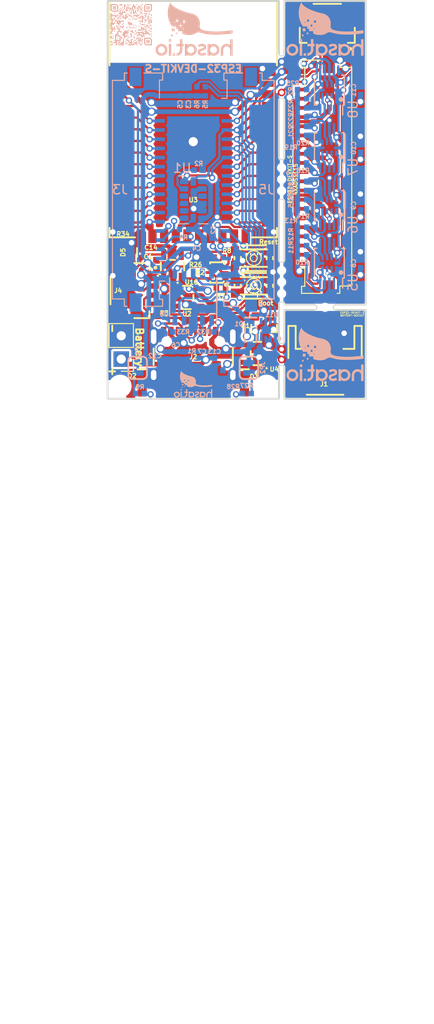
<source format=kicad_pcb>
(kicad_pcb (version 20221018) (generator pcbnew)
  (title_block (title "ESP32-DEVKIT-S") (rev "0") (company "HASATIO"))
  (layers (0 "F.Cu" signal) (31 "B.Cu" signal) (34 "B.Paste" user) (35 "F.Paste" user) (36 "B.SilkS" user "B.Silkscreen") (37 "F.SilkS" user "F.Silkscreen") (38 "B.Mask" user) (39 "F.Mask" user) (44 "Edge.Cuts" user))
  (net 0 "")
  (net 1 "3.3V")
  (net 2 "GND")
  (net 3 "V_USB")
  (net 4 "V_BATT")
  (net 5 "VIN")
  (net 6 "Net-(D2-PadA)")
  (net 7 "Net-(U10-OUT)")
  (net 8 "Net-(D3-PadA)")
  (net 9 "/GPIO_36{slash}ADC1_0")
  (net 10 "Net-(JP1-Pad1)")
  (net 11 "/CH340-DTR")
  (net 12 "Net-(U4-STAT)")
  (net 13 "/~{RESET}")
  (net 14 "/CH340-RTS")
  (net 16 "/GPIO_39{slash}ADC1_3")
  (net 17 "/GPIO_34{slash}ADC1_6")
  (net 18 "/GPIO_35{slash}ADC1_7")
  (net 19 "/GPIO_32{slash}ADC1_4")
  (net 20 "/GPIO_33{slash}ADC1_5")
  (net 21 "/GPIO_25{slash}ADC2_8")
  (net 22 "/GPIO_26{slash}ADC2_9")
  (net 23 "/EN")
  (net 25 "Net-(J2-CC2)")
  (net 26 "Net-(J2-CC1)")
  (net 27 "/D+")
  (net 28 "/D-")
  (net 29 "/GPIO_27{slash}ADC2_7")
  (net 30 "/GPIO_14{slash}ADC2_6")
  (net 31 "/GPIO_12{slash}ADC2_5")
  (net 32 "/GPIO_13{slash}ADC2_4{slash}LED")
  (net 33 "/GPIO_9{slash}SHD")
  (net 34 "/GPIO_10{slash}SWP")
  (net 35 "/GPIO_11{slash}SCS")
  (net 36 "/GPIO_6{slash}SCK")
  (net 37 "/GPIO_22{slash}SCL")
  (net 38 "/GPIO_21{slash}SDA")
  (net 39 "/GPIO_23{slash}COPI")
  (net 40 "/GPIO_1{slash}TX")
  (net 41 "/GPIO_3{slash}RX")
  (net 42 "/GPIO_19{slash}CIPO")
  (net 43 "/GPIO_18{slash}SCK")
  (net 44 "/GPIO_5{slash}SD_CS")
  (net 45 "/GPIO_17{slash}TX")
  (net 46 "/GPIO_16{slash}RX")
  (net 47 "/GPIO_4{slash}ADC2_0")
  (net 48 "/GPIO_0{slash}ADC2_1{slash}QPWR")
  (net 49 "/GPIO_15{slash}ADC2_3")
  (net 50 "/GPIO_8{slash}SDI")
  (net 51 "/GPIO_7{slash}SDO")
  (net 54 "Net-(Q2B-B)")
  (net 55 "Net-(Q2A-B)")
  (net 56 "Net-(U1-SDO{slash}ADDR)")
  (net 57 "Net-(U1-~{CS})")
  (net 58 "Net-(U4-PROG)")
  (net 72 "/GPIO_2{slash}ADC2_2")
  (net 73 "/A1")
  (net 74 "/A2")
  (net 75 "/A3")
  (net 76 "/A4")
  (net 77 "/A5")
  (net 78 "/A6")
  (net 79 "/A7")
  (net 80 "/A8")
  (net 81 "/A9")
  (net 82 "/A10")
  (net 83 "/A11")
  (net 84 "/A12")
  (net 85 "/A13")
  (net 86 "/A14")
  (net 87 "/A15")
  (net 88 "/A16")
  (net 89 "Net-(D5-PadA)")
  (net 90 "Net-(JP2-Pad1)")
  (footprint "SparkFun ESP32 Thing Plus C:0402-TIGHT" (layer "F.Cu") (at 92.866735 69.066954 180)
    (fp_text reference "R34")
    (fp_text value "1k")
  )
  (footprint "SparkFun ESP32 Thing Plus C:0402-TIGHT" (layer "F.Cu") (at 104.16 74.02 180)
    (fp_text reference "R7")
    (fp_text value "10k")
  )
  (footprint "SparkFun ESP32 Thing Plus C:SOT23-3" (layer "F.Cu") (at 108.87 78.13 180)
    (fp_text reference "Q1")
    (fp_text value "DMG2305UX 20V/4.2A/52mΩ/1.4W")
  )
  (footprint "Panelization:mouse-bite-1mm 2" (layer "F.Cu") (at 110.786735 81.256954 90)
    (fp_text reference "mouse-bite-emm-slot" hide)
    (fp_text value "VAL**" hide)
  )
  (footprint "Panelization:mouse-bite-1mm x4" (layer "F.Cu") (at 110.786735 62.181954 90)
    (fp_text reference "mouse-bite-1mm-slot" hide)
    (fp_text value "VAL**" hide)
  )
  (footprint "SparkFun ESP32 Thing Plus C:SOT23-5" (layer "F.Cu") (at 108.126635 81.166954 90)
    (fp_text reference "U4")
    (fp_text value "MCP73831")
  )
  (footprint "SparkFun ESP32 Thing Plus C:0402-TIGHT" (layer "F.Cu") (at 95.39 70.21 90)
    (fp_text reference "C14")
    (fp_text value "1.0uF")
  )
  (footprint "SparkFun ESP32 Thing Plus C:JST04_1MM_RA" (layer "F.Cu") (at 115.75999 47.656707 180)
    (fp_text reference "J7")
    (fp_text value "QWIIC_RIGHT_ANGLE")
  )
  (footprint "SparkFun ESP32 Thing Plus C:0402-TIGHT" (layer "F.Cu") (at 102.5 70.45 90)
    (fp_text reference "R26")
    (fp_text value "10k")
  )
  (footprint "SparkFun ESP32 Thing Plus C:SOT23-5" (layer "F.Cu") (at 98.886735 71.6699)
    (property "Value" "")
    (fp_text reference "U10")
    (fp_text value "AP2112K-3.3")
  )
  (footprint "SparkFun ESP32 Thing Plus C:0402-TIGHT" (layer "F.Cu") (at 97.076735 71.426954 90)
    (fp_text reference "C1")
    (fp_text value "1.0uF")
  )
  (footprint "Panelization:mouse-bite-1mm x4" (layer "F.Cu") (at 110.786735 73.376954 90)
    (fp_text reference "mouse-bite-1mm-slot" hide)
    (fp_text value "VAL**" hide)
  )
  (footprint "SparkFun ESP32 Thing Plus C:USB-C-16P-2LAYER-PADS" (layer "F.Cu") (at 101.146032 78.412046)
    (fp_text reference "J2")
    (fp_text value "USB_C_2-LAYER_PADS")
  )
  (footprint "" (layer "F.Cu") (at 93.176735 84.716954)
    (fp_text reference "")
    (fp_text value "")
  )
  (footprint "" (layer "F.Cu") (at 115.740872 71.921178)
    (fp_text reference "")
    (fp_text value "")
  )
  (footprint "SparkFun ESP32 Thing Plus C:TACTILE_SWITCH_SMD_4.6X2.8MM" (layer "F.Cu") (at 107.746735 73.786954)
    (fp_text reference "S1" hide)
    (fp_text value "Boot")
  )
  (footprint "SparkFun ESP32 Thing Plus C:TACTILE_SWITCH_SMD_4.6X2.8MM" (layer "F.Cu") (at 107.746735 70.766954 180)
    (fp_text reference "S2" hide)
    (fp_text value "Reset")
  )
  (footprint "SparkFun ESP32 Thing Plus C:0402-TIGHT" (layer "F.Cu") (at 103.916735 70.656954)
    (fp_text reference "R8")
    (fp_text value "10k")
  )
  (footprint "SparkFun ESP32 Thing Plus C:LED-0603" (layer "F.Cu") (at 93.426735 70.146954)
    (fp_text reference "D5")
    (fp_text value "BLUE")
  )
  (footprint "" (layer "F.Cu") (at 109.126735 84.716954)
    (fp_text reference "")
    (fp_text value "")
  )
  (footprint "" (layer "F.Cu") (at 115.733733 65.623388)
    (fp_text reference "")
    (fp_text value "")
  )
  (footprint "SparkFun ESP32 Thing Plus C:LED-0603" (layer "F.Cu") (at 106.736735 84.466954 90)
    (fp_text reference "D3")
    (fp_text value "Yellow")
  )
  (footprint "Panelization:mouse-bite-1mm x2" (layer "F.Cu") (at 115.516735 76.128654)
    (fp_text reference "mouse-bite-1mm-slot" hide)
    (fp_text value "VAL**" hide)
  )
  (footprint "SparkFun ESP32 Thing Plus C:JST04_1MM_RA" (layer "F.Cu") (at 96.721735 74.306954 -90)
    (fp_text reference "J4")
    (fp_text value "QWIIC_RIGHT_ANGLE")
  )
  (footprint "SparkFun ESP32 Thing Plus C:ESP-WROOM-32-NARROW" (layer "F.Cu") (at 101.146735 56.806954 90)
    (fp_text reference "U3")
    (fp_text value ">VALUE")
  )
  (footprint "Panelization:mouse-bite-1mm 4" (layer "F.Cu") (at 110.786735 51.036954 90)
    (fp_text reference "mouse-bite-1mm-slot" hide)
    (fp_text value "VAL**" hide)
  )
  (footprint "SparkFun ESP32 Thing Plus C:LED-0603" (layer "F.Cu") (at 95.566735 84.479954 90)
    (fp_text reference "D2")
    (fp_text value "RED")
  )
  (footprint "SparkFun ESP32 Thing Plus C:SC70-6" (layer "F.Cu") (at 103.736735 72.336954 90)
    (fp_text reference "Q2")
    (fp_text value "MBT3904DW1T1")
  )
  (footprint "SparkFun ESP32 Thing Plus C:JST-2-SMD" (layer "F.Cu") (at 115.516735 82.658654 180)
    (fp_text reference "J1")
    (fp_text value "JST_2MM_MALE")
  )
  (footprint "Switches:TACTILE_SWITCH_SMD_2.8X1.9MM" (layer "F.Cu") (at 107.746735 73.786943)
    (fp_text reference ">NAME" hide)
    (fp_text value ">VALUE" hide)
  )
  (footprint "" (layer "F.Cu") (at 115.738275 53.056648)
    (fp_text reference "")
    (fp_text value "")
  )
  (footprint "SparkFun ESP32 Thing Plus C:SOT23-5" (layer "F.Cu") (at 100.456635 75.056954 -90)
    (property "Value" "")
    (fp_text reference "U2")
    (fp_text value "AP2112K-3.3" hide)
  )
  (footprint "SparkFun ESP32 Thing Plus C:0402-TIGHT" (layer "F.Cu") (at 97.976735 75.426954 -90)
    (fp_text reference "R3")
    (fp_text value "10k")
  )
  (footprint "Switches:TACTILE_SWITCH_SMD_2.8X1.9MM" (layer "F.Cu") (at 107.746735 70.766954)
    (fp_text reference ">NAME" hide)
    (fp_text value ">VALUE" hide)
  )
  (footprint "Connector_PinHeader_2.54mm:PinHeader_1x02_P2.54mm_Vertical" (layer "F.Cu") (at 93.296735 81.771954 180)
    (fp_text reference "REF**" hide)
    (fp_text value "PinHeader_1x02_P2.54mm_Vertical")
  )
  (footprint "SparkFun ESP32 Thing Plus C:CREATIVE_COMMONS" (layer "F.Cu") (at 119.9261 153.2636)
    (fp_text reference "FRAME1" hide)
    (fp_text value "FRAME-LEDGER" hide)
  )
  (footprint "Connector_FFC-FPC:Molex_200528-0200_1x20-1MP_P1.00mm_Horizontal" (layer "F.Cu") (at 114.126735 61.896954 90)
    (fp_text reference "J6" hide)
    (fp_text value "Conn_01x20")
  )
  (footprint "SparkFun ESP32 Thing Plus C:0402-TIGHT" (layer "B.Cu") (at 102.76 68.56)
    (fp_text reference "C4")
    (fp_text value "10uF" hide)
  )
  (footprint "SparkFun ESP32 Thing Plus C:DFN-8" (layer "B.Cu") (at 109.306735 78.61 180)
    (fp_text reference "U11")
    (fp_text value "MAX17048")
  )
  (footprint "SparkFun ESP32 Thing Plus C:0402-TIGHT" (layer "B.Cu") (at 100.636735 52.586954 90)
    (fp_text reference "C3")
    (fp_text value "1.0uF")
  )
  (footprint "SparkFun ESP32 Thing Plus C:0402-TIGHT" (layer "B.Cu") (at 101.546735 52.586954 90)
    (fp_text reference "R6")
    (fp_text value "4k7")
  )
  (footprint "SparkFun ESP32 Thing Plus C:0402-TIGHT" (layer "B.Cu") (at 113.008 68.396954 180)
    (fp_text reference "R12")
    (fp_text value "150k")
  )
  (footprint "logo:Hasatio_logo_mini" (layer "B.Cu") (at 101.146735 45.807307 180)
    (fp_text reference "G***" hide)
    (fp_text value "LOGO" hide)
  )
  (footprint "SparkFun ESP32 Thing Plus C:0402-TIGHT" (layer "B.Cu") (at 113.008 60.396954)
    (fp_text reference "R18")
    (fp_text value "150k")
  )
  (footprint "Package_SO:TSSOP-10_3x3mm_P0.5mm" (layer "B.Cu") (at 115.987198 71.319055 90)
    (fp_text reference "U5")
    (fp_text value "ADS1115IDGS")
  )
  (footprint "logo:Hasatio_logo_mini" (layer "B.Cu") (at 115.427275 81.256954 180)
    (fp_text reference "G***" hide)
    (fp_text value "LOGO" hide)
  )
  (footprint "logo:qr-esp32-devkit-s" (layer "B.Cu") (at 94.386735 45.326954 180)
    (fp_text reference "G***" hide)
    (fp_text value "LOGO" hide)
  )
  (footprint "SparkFun ESP32 Thing Plus C:0402-TIGHT" (layer "B.Cu") (at 119.39 58.749 90)
    (fp_text reference "C10")
    (fp_text value "1.0uF")
  )
  (footprint "Silicon-Standard:QFN-10-RSE" (layer "B.Cu") (at 115.980113 65.024008 90)
    (fp_text reference ">NAME" hide)
    (fp_text value ">VALUE" hide)
  )
  (footprint "Connector_FFC-FPC:Molex_200528-0200_1x20-1MP_P1.00mm_Horizontal" (layer "B.Cu") (at 96.636735 63.306954 90)
    (fp_text reference "J3")
    (fp_text value "Conn_01x20" hide)
  )
  (footprint "SparkFun ESP32 Thing Plus C:0402-TIGHT" (layer "B.Cu") (at 103.88 78.81 180)
    (fp_text reference "R32")
    (fp_text value "5.1k")
  )
  (footprint "SparkFun ESP32 Thing Plus C:0402-TIGHT" (layer "B.Cu") (at 98.41 78.81)
    (fp_text reference "R33")
    (fp_text value "5.1k")
  )
  (footprint "SparkFun ESP32 Thing Plus C:SMT-JUMPER_2_NC_TRACE_SILK" (layer "B.Cu") (at 95.086735 82.726254 90)
    (fp_text reference "JP1")
    (fp_text value "JUMPER-SMT_2_NC_TRACE_SILK")
  )
  (footprint "SparkFun ESP32 Thing Plus C:0402-TIGHT" (layer "B.Cu") (at 113.008 70.396954 180)
    (fp_text reference "R10")
    (fp_text value "150k")
  )
  (footprint "SparkFun ESP32 Thing Plus C:0402-TIGHT" (layer "B.Cu") (at 101.55 82.17 -90)
    (fp_text reference "C7")
    (fp_text value "4.7uF")
  )
  (footprint "SparkFun ESP32 Thing Plus C:0402-TIGHT" (layer "B.Cu") (at 99.726735 52.586954 90)
    (fp_text reference "C5")
    (fp_text value "10uF")
  )
  (footprint "SparkFun ESP32 Thing Plus C:0402-TIGHT" (layer "B.Cu") (at 113.008 62.396954 180)
    (fp_text reference "R17")
    (fp_text value "150k")
  )
  (footprint "SparkFun ESP32 Thing Plus C:0402-TIGHT" (layer "B.Cu") (at 113.008 67.396954 180)
    (fp_text reference "R13")
    (fp_text value "150k")
  )
  (footprint "Package_SO:TSSOP-10_3x3mm_P0.5mm" (layer "B.Cu") (at 115.985698 58.747055 90)
    (fp_text reference "U7")
    (fp_text value "ADS1115IDGS")
  )
  (footprint "SparkFun ESP32 Thing Plus C:0402-TIGHT" (layer "B.Cu") (at 113.008 69.396954 180)
    (fp_text reference "R11")
    (fp_text value "150k")
  )
  (footprint "SparkFun ESP32 Thing Plus C:SOD-323" (layer "B.Cu") (at 107.41 79.02 -90)
    (fp_text reference "D1")
    (fp_text value "S4 3A/10V/280mV")
  )
  (footprint "SparkFun ESP32 Thing Plus C:0402-TIGHT" (layer "B.Cu") (at 98.87 81.46 -90)
    (fp_text reference "C6")
    (fp_text value "4.7uF")
  )
  (footprint "SparkFun ESP32 Thing Plus C:0402-TIGHT" (layer "B.Cu") (at 103.46 82.17 -90)
    (fp_text reference "C13")
    (fp_text value "0.1uF")
  )
  (footprint "SparkFun ESP32 Thing Plus C:0402-TIGHT" (layer "B.Cu") (at 113.008 63.396954 180)
    (fp_text reference "R16")
    (fp_text value "150k")
  )
  (footprint "SparkFun ESP32 Thing Plus C:0402-TIGHT" (layer "B.Cu") (at 119.39 65.03 90)
    (fp_text reference "C9")
    (fp_text value "1.0uF")
  )
  (footprint "SparkFun ESP32 Thing Plus C:0402-TIGHT" (layer "B.Cu") (at 100.066735 81.46 90)
    (fp_text reference "R1")
    (fp_text value "10k")
  )
  (footprint "Connector_FFC-FPC:Molex_200528-0200_1x20-1MP_P1.00mm_Horizontal" (layer "B.Cu") (at 105.656735 63.306954 -90)
    (fp_text reference "J5")
    (fp_text value "Conn_01x20" hide)
  )
  (footprint "SparkFun ESP32 Thing Plus C:0402-TIGHT" (layer "B.Cu") (at 113.008 57.396954)
    (fp_text reference "R20")
    (fp_text value "150k")
  )
  (footprint "SparkFun ESP32 Thing Plus C:0402-TIGHT" (layer "B.Cu") (at 113.008 59.396954)
    (fp_text reference "R19")
    (fp_text value "150k")
  )
  (footprint "SparkFun ESP32 Thing Plus C:0402-TIGHT" (layer "B.Cu") (at 100.136735 67.646954 180)
    (fp_text reference "R4")
    (fp_text value "10k")
  )
  (footprint "SparkFun ESP32 Thing Plus C:0402-TIGHT" (layer "B.Cu") (at 113.008 65.396954 180)
    (fp_text reference "R14")
    (fp_text value "150k")
  )
  (footprint "SparkFun ESP32 Thing Plus C:0402-TIGHT" (layer "B.Cu") (at 101.736735 61.176954)
    (fp_text reference "R2")
    (fp_text value "4k7")
  )
  (footprint "SparkFun ESP32 Thing Plus C:0402-TIGHT" (layer "B.Cu") (at 113.008 52.396954)
    (fp_text reference "R25")
    (fp_text value "150k")
  )
  (footprint "SparkFun ESP32 Thing Plus C:0402-TIGHT" (layer "B.Cu") (at 102.466735 52.586954 90)
    (fp_text reference "R5")
    (fp_text value "4k7")
  )
  (footprint "SparkFun ESP32 Thing Plus C:0402-TIGHT" (layer "B.Cu") (at 119.39 52.456453 90)
    (fp_text reference "C11")
    (fp_text value "1.0uF")
  )
  (footprint "SparkFun ESP32 Thing Plus C:0402-TIGHT" (layer "B.Cu") (at 113.008 53.396954)
    (fp_text reference "R24")
    (fp_text value "150k")
  )
  (footprint "SparkFun ESP32 Thing Plus C:0402-TIGHT" (layer "B.Cu") (at 113.008 54.396954)
    (fp_text reference "R23")
    (fp_text value "150k")
  )
  (footprint "SparkFun ESP32 Thing Plus C:0402-TIGHT" (layer "B.Cu") (at 113.008 55.396954)
    (fp_text reference "R22")
    (fp_text value "150k")
  )
  (footprint "SparkFun ESP32 Thing Plus C:0402-TIGHT" (layer "B.Cu") (at 113.008 64.396954 180)
    (fp_text reference "R15")
    (fp_text value "150k")
  )
  (footprint "logo:Hasatio_logo_micro" (layer "B.Cu") (at 101.08 84.51 180)
    (fp_text reference "G***" hide)
    (fp_text value "LOGO" hide)
  )
  (footprint "logo:Hasatio_logo_mini" (layer "B.Cu") (at 115.42054 45.800353 180)
    (fp_text reference "G***" hide)
    (fp_text value "LOGO" hide)
  )
  (footprint "SparkFun ESP32 Thing Plus C:0402-TIGHT" (layer "B.Cu") (at 102.046735 67.646954)
    (fp_text reference "C2")
    (fp_text value "1.0uF")
  )
  (footprint "Package_LGA:LGA-14_3x5mm_P0.8mm_LayoutBorder1x6y" (layer "B.Cu") (at 101.146735 64.416954 180)
    (fp_text reference "U1")
    (fp_text value "ADXL345" hide)
  )
  (footprint "Package_SO:TSSOP-10_3x3mm_P0.5mm" (layer "B.Cu") (at 115.987198 65.028055 90)
    (fp_text reference "U6")
    (fp_text value "ADS1115IDGS")
  )
  (footprint "Silicon-Standard:QFN-10-RSE" (layer "B.Cu") (at 115.987198 52.459055 90)
    (fp_text reference ">NAME" hide)
    (fp_text value ">VALUE" hide)
  )
  (footprint "Package_SO:TSSOP-10_3x3mm_P0.5mm" (layer "B.Cu") (at 115.987198 52.459055 90)
    (fp_text reference "U8")
    (fp_text value "ADS1115IDGS")
  )
  (footprint "SparkFun ESP32 Thing Plus C:0402-TIGHT" (layer "B.Cu") (at 113.008 56.396954)
    (fp_text reference "R21")
    (fp_text value "150k")
  )
  (footprint "SparkFun ESP32 Thing Plus C:0402-TIGHT" (layer "B.Cu") (at 97.166735 82.146954)
    (fp_text reference "C12")
    (fp_text value "0.1uF")
  )
  (footprint "SparkFun ESP32 Thing Plus C:SMT-JUMPER_2_NC_TRACE_SILK" (layer "B.Cu") (at 107.216735 82.726254 90)
    (fp_text reference "JP2")
    (fp_text value "JUMPER-SMT_2_NC_TRACE_SILK")
  )
  (footprint "Silicon-Standard:QFN-10-RSE" (layer "B.Cu") (at 115.987198 71.319055 90)
    (fp_text reference ">NAME" hide)
    (fp_text value ">VALUE" hide)
  )
  (footprint "SparkFun ESP32 Thing Plus C:0402-TIGHT" (layer "B.Cu") (at 104.37 83.53 90)
    (fp_text reference "R28")
    (fp_text value "2.0k")
  )
  (footprint "SparkFun ESP32 Thing Plus C:0402-TIGHT" (layer "B.Cu") (at 106.966735 85.526954 180)
    (fp_text reference "R27")
    (fp_text value "1k")
  )
  (footprint "SparkFun ESP32 Thing Plus C:0402-TIGHT" (layer "B.Cu") (at 95.336735 85.526954)
    (fp_text reference "R9")
    (fp_text value "1k")
  )
  (footprint "Silicon-Standard:QFN-10-RSE" (layer "B.Cu") (at 115.981153 58.743948 90)
    (fp_text reference ">NAME" hide)
    (fp_text value ">VALUE" hide)
  )
  (footprint "SparkFun ESP32 Thing Plus C:0402-TIGHT" (layer "B.Cu") (at 119.39 71.324547 90)
    (fp_text reference "C8")
    (fp_text value "1.0uF")
  )
  (footprint "Package_SO:SSOP-10_3.9x4.9mm_P1.00mm" (layer "B.Cu") (at 101.14 75 90)
    (fp_text reference "U9")
    (fp_text value "CH340K")
  )
  (gr_line (start 116.706735 76.426954) (end 119.946735 76.426954) (stroke (width 0.2)) (layer "Edge.Cuts"))
  (gr_arc (start 114.326735 75.826954) (mid 114.626735 76.126954) (end 114.326735 76.426954) (stroke (width 0.1)) (layer "Edge.Cuts"))
  (gr_arc (start 111.086735 59.731954) (mid 110.786735 60.031954) (end 110.486735 59.731954) (stroke (width 0.1)) (layer "Edge.Cuts"))
  (gr_line (start 110.486735 82.726954) (end 110.486735 86.086954) (stroke (width 0.2)) (layer "Edge.Cuts"))
  (gr_arc (start 110.486735 53.626954) (mid 110.786735 53.326954) (end 111.086735 53.626954) (stroke (width 0.1)) (layer "Edge.Cuts"))
  (gr_line (start 110.486735 42.746954) (end 91.806735 42.746954) (stroke (width 0.2)) (layer "Edge.Cuts"))
  (gr_line (start 110.486735 59.731954) (end 110.486735 53.626954) (stroke (width 0.2)) (layer "Edge.Cuts"))
  (gr_arc (start 110.486735 75.826954) (mid 110.786735 75.526954) (end 111.086735 75.826954) (stroke (width 0.1)) (layer "Edge.Cuts"))
  (gr_line (start 111.086735 64.631954) (end 111.086735 70.926954) (stroke (width 0.2)) (layer "Edge.Cuts"))
  (gr_arc (start 110.486735 82.726954) (mid 110.786735 82.426954) (end 111.086735 82.726954) (stroke (width 0.1)) (layer "Edge.Cuts"))
  (gr_line (start 111.086735 75.826954) (end 114.326735 75.826954) (stroke (width 0.2)) (layer "Edge.Cuts"))
  (gr_line (start 116.706735 75.826954) (end 119.946735 75.826954) (stroke (width 0.2)) (layer "Edge.Cuts"))
  (gr_line (start 111.086735 86.086954) (end 119.946735 86.086954) (stroke (width 0.2)) (layer "Edge.Cuts"))
  (gr_line (start 110.486735 48.446954) (end 110.486735 42.746954) (stroke (width 0.2)) (layer "Edge.Cuts"))
  (gr_arc (start 111.086735 48.446954) (mid 110.786735 48.746954) (end 110.486735 48.446954) (stroke (width 0.1)) (layer "Edge.Cuts"))
  (gr_line (start 111.086735 86.086954) (end 111.086735 82.726954) (stroke (width 0.2)) (layer "Edge.Cuts"))
  (gr_line (start 91.806735 42.746954) (end 91.806735 86.086954) (stroke (width 0.2)) (layer "Edge.Cuts"))
  (gr_arc (start 111.086735 70.926954) (mid 110.786735 71.226954) (end 110.486735 70.926954) (stroke (width 0.1)) (layer "Edge.Cuts"))
  (gr_line (start 111.086735 76.426954) (end 114.326735 76.426954) (stroke (width 0.2)) (layer "Edge.Cuts"))
  (gr_line (start 111.086735 42.746954) (end 111.086735 48.446954) (stroke (width 0.2)) (layer "Edge.Cuts"))
  (gr_line (start 110.486735 75.826954) (end 110.486735 79.786954) (stroke (width 0.2)) (layer "Edge.Cuts"))
  (gr_line (start 111.086735 53.626954) (end 111.086735 59.731954) (stroke (width 0.2)) (layer "Edge.Cuts"))
  (gr_arc (start 111.086735 79.786954) (mid 110.786735 80.086954) (end 110.486735 79.786954) (stroke (width 0.1)) (layer "Edge.Cuts"))
  (gr_line (start 119.946735 75.826954) (end 119.946735 42.746954) (stroke (width 0.2)) (layer "Edge.Cuts"))
  (gr_arc (start 110.486735 64.631954) (mid 110.786735 64.331954) (end 111.086735 64.631954) (stroke (width 0.1)) (layer "Edge.Cuts"))
  (gr_line (start 91.806735 86.086954) (end 110.486735 86.086954) (stroke (width 0.2)) (layer "Edge.Cuts"))
  (gr_line (start 119.946735 42.746954) (end 111.086735 42.746954) (stroke (width 0.2)) (layer "Edge.Cuts"))
  (gr_arc (start 116.706735 76.426954) (mid 116.406735 76.126954) (end 116.706735 75.826954) (stroke (width 0.1)) (layer "Edge.Cuts"))
  (gr_line (start 110.486735 64.631954) (end 110.486735 70.926954) (stroke (width 0.2)) (layer "Edge.Cuts"))
  (gr_line (start 119.946735 76.426954) (end 119.946735 86.086954) (stroke (width 0.2)) (layer "Edge.Cuts"))
  (gr_line (start 111.086735 76.426954) (end 111.086735 79.786954) (stroke (width 0.2)) (layer "Edge.Cuts"))
  (gr_text "ESP32-DEVKIT-S" (at 101.156735 50.126954) (layer "B.SilkS") (effects (font (size 0.8 0.8) (thickness 0.2) bold) (justify mirror)))
  (gr_text "-" (at 92.37 78.42 270) (layer "F.SilkS") (effects (font (size 0.8 0.8) (thickness 0.2) bold)))
  (gr_text "ESP32-DEVKIT-S" (at 118.486735 76.726954) (layer "F.SilkS") (effects (font (size 0.2 0.2) (thickness 0.05) bold)))
  (gr_text "BATTERY-SOCKET" (at 118.486735 77.026954) (layer "F.SilkS") (effects (font (size 0.2 0.2) (thickness 0.05) bold)))
  (gr_text "Battery" (at 95.28 80.46 270) (layer "F.SilkS") (effects (font (size 0.8 0.8) (thickness 0.2) bold)))
  (gr_text "4XADS1115" (at 112.316735 62.186954 90) (layer "F.SilkS") (effects (font (size 0.4 0.4) (thickness 0.1) bold)))
  (gr_text "+" (at 92.37 83.12 270) (layer "F.SilkS") (effects (font (size 0.8 0.8) (thickness 0.2) bold)))
  (gr_text "ESP32-DEVKIT-S" (at 111.676735 62.186954 90) (layer "F.SilkS") (effects (font (size 0.4 0.4) (thickness 0.1) bold)))
  (segment (start 117.757361 50.50731) (end 117.275353 50.989318) (width 0.3048) (layer "F.Cu") (net 1))
  (segment (start 95.762045 54.022264) (end 93.386735 51.646954) (width 0.508) (layer "F.Cu") (net 1))
  (segment (start 96.596735 54.803457) (end 96.35671 54.803457) (width 0.3048) (layer "F.Cu") (net 1))
  (segment (start 119.37446 46.320762) (end 119.37446 51.53554) (width 0.3048) (layer "F.Cu") (net 1))
  (segment (start 118.18916 49.554944) (end 118.18916 50.011313) (width 0.3048) (layer "F.Cu") (net 1))
  (segment (start 107.499735 53.152663) (end 105.845444 54.806954) (width 0.508) (layer "F.Cu") (net 1))
  (segment (start 110.806592 50.476954) (end 111.506664 49.776882) (width 0.508) (layer "F.Cu") (net 1))
  (segment (start 118.18916 50.075511) (end 117.867335 50.397336) (width 0.3048) (layer "F.Cu") (net 1))
  (segment (start 101.788257 70.95) (end 101.498915 70.660658) (width 0.508) (layer "F.Cu") (net 1))
  (segment (start 116.996735 45.215254) (end 116.996735 45.125254) (width 0.3048) (layer "F.Cu") (net 1))
  (segment (start 118.336735 45.264654) (end 119.294435 45.264654) (width 0.3048) (layer "F.Cu") (net 1))
  (segment (start 111.592735 48.472954) (end 111.556735 48.436954) (width 0.508) (layer "F.Cu") (net 1))
  (segment (start 117.246735 45.074054) (end 117.246735 44.816954) (width 0.3048) (layer "F.Cu") (net 1))
  (segment (start 117.757361 50.050941) (end 117.789258 50.019044) (width 0.3048) (layer "F.Cu") (net 1))
  (segment (start 118.18916 48.89) (end 118.18916 49.554944) (width 0.3048) (layer "F.Cu") (net 1))
  (segment (start 110.786735 50.476954) (end 110.963046 50.476954) (width 0.508) (layer "F.Cu") (net 1))
  (segment (start 116.444735 75.474954) (end 116.646735 75.474954) (width 0.25) (layer "F.Cu") (net 1))
  (segment (start 114.068435 45.215254) (end 116.996735 45.215254) (width 0.508) (layer "F.Cu") (net 1))
  (segment (start 113.434817 50.552444) (end 114.008698 49.978563) (width 0.3048) (layer "F.Cu") (net 1))
  (segment (start 114.722735 75.448954) (end 114.696735 75.474954) (width 0.25) (layer "F.Cu") (net 1))
  (segment (start 116.940735 75.448954) (end 114.722735 75.448954) (width 0.25) (layer "F.Cu") (net 1))
  (segment (start 95.460011 72.030943) (end 96.184346 71.306608) (width 0.508) (layer "F.Cu") (net 1))
  (segment (start 116.506951 46.502654) (end 117.87 46.502654) (width 0.3048) (layer "F.Cu") (net 1))
  (segment (start 117.94206 46.804977) (end 117.83939 46.702307) (width 0.3048) (layer "F.Cu") (net 1))
  (segment (start 116.477198 51.090544) (end 116.477198 51.108055) (width 0.3048) (layer "F.Cu") (net 1))
  (segment (start 118.18916 50.011313) (end 118.18916 50.075511) (width 0.3048) (layer "F.Cu") (net 1))
  (segment (start 111.592735 49.690811) (end 111.592735 48.472954) (width 0.508) (layer "F.Cu") (net 1))
  (segment (start 119.37446 51.53554) (end 119.28 51.63) (width 0.3048) (layer "F.Cu") (net 1))
  (segment (start 110.786735 50.476954) (end 111.653046 50.476954) (width 0.3048) (layer "F.Cu") (net 1))
  (segment (start 117.385135 45.316854) (end 116.876735 45.316854) (width 0.3048) (layer "F.Cu") (net 1))
  (segment (start 102.5 70.95) (end 101.788257 70.95) (width 0.508) (layer "F.Cu") (net 1))
  (segment (start 107.499735 53.065603) (end 107.499735 53.152663) (width 0.508) (layer "F.Cu") (net 1))
  (segment (start 95.460011 72.567122) (end 95.460011 72.030943) (width 0.508) (layer "F.Cu") (net 1))
  (segment (start 96.35671 54.803457) (end 95.762045 54.208792) (width 0.508) (layer "F.Cu") (net 1))
  (segment (start 117.757361 50.087146) (end 117.537052 50.087146) (width 0.3048) (layer "F.Cu") (net 1))
  (segment (start 110.949847 50.640066) (end 110.786735 50.476954) (width 0.3048) (layer "F.Cu") (net 1))
  (segment (start 110.706735 50.478654) (end 110.788435 50.396954) (width 0.25) (layer "F.Cu") (net 1))
  (segment (start 117.739259 50.069044) (end 117.498698 50.069044) (width 0.3048) (layer "F.Cu") (net 1))
  (segment (start 117.866735 45.316854) (end 117.098335 45.316854) (width 0.3048) (layer "F.Cu") (net 1))
  (segment (start 111.506664 49.776882) (end 111.592735 49.690811) (width 0.508) (layer "F.Cu") (net 1))
  (segment (start 117.275353 50.989318) (end 116.957154 50.989318) (width 0.3048) (layer "F.Cu") (net 1))
  (segment (start 116.957154 50.989318) (end 116.057198 51.889275) (width 0.3048) (layer "F.Cu") (net 1))
  (segment (start 116.25999 46.749615) (end 116.506951 46.502654) (width 0.3048) (layer "F.Cu") (net 1))
  (segment (start 117.866735 45.316854) (end 118.370552 45.316854) (width 0.3048) (layer "F.Cu") (net 1))
  (segment (start 118.18916 46.821814) (end 118.18916 48.89) (width 0.3048) (layer "F.Cu") (net 1))
  (segment (start 117.696735 45.316854) (end 117.748935 45.264654) (width 0.3048) (layer "F.Cu") (net 1))
  (segment (start 117.748935 45.264654) (end 118.336735 45.264654) (width 0.3048) (layer "F.Cu") (net 1))
  (segment (start 118.336735 45.264654) (end 117.437335 45.264654) (width 0.3048) (layer "F.Cu") (net 1))
  (segment (start 111.653046 50.476954) (end 111.81 50.32) (width 0.3048) (layer "F.Cu") (net 1))
  (segment (start 116.25999 47.656707) (end 116.25999 46.749615) (width 0.3048) (layer "F.Cu") (net 1))
  (segment (start 114.008698 49.978563) (end 114.008698 49.821328) (width 0.3048) (layer "F.Cu") (net 1))
  (segment (start 117.757361 50.087146) (end 117.739259 50.069044) (width 0.3048) (layer "F.Cu") (net 1))
  (segment (start 117.94206 50.020989) (end 117.94206 46.804977) (width 0.3048) (layer "F.Cu") (net 1))
  (segment (start 117.87 46.502654) (end 118.18916 46.821814) (width 0.3048) (layer "F.Cu") (net 1))
  (segment (start 119.294435 45.264654) (end 119.326735 45.296954) (width 0.3048) (layer "F.Cu") (net 1))
  (segment (start 117.739259 50.069044) (end 117.326209 50.069044) (width 0.3048) (layer "F.Cu") (net 1))
  (segment (start 118.18916 49.773889) (end 118.18916 48.89) (width 0.3048) (layer "F.Cu") (net 1))
  (segment (start 116.25999 47.132317) (end 116.25999 47.656707) (width 0.3048) (layer "F.Cu") (net 1))
  (segment (start 93.386735 51.646954) (end 92.908735 51.646954) (width 0.508) (layer "F.Cu") (net 1))
  (segment (start 117.098335 45.316854) (end 116.996735 45.215254) (width 0.3048) (layer "F.Cu") (net 1))
  (segment (start 110.786735 50.476954) (end 110.862225 50.552444) (width 0.3048) (layer "F.Cu") (net 1))
  (segment (start 116.966735 75.474954) (end 116.940735 75.448954) (width 0.25) (layer "F.Cu") (net 1))
  (segment (start 116.69 46.702307) (end 116.25999 47.132317) (width 0.3048) (layer "F.Cu") (net 1))
  (segment (start 95.762045 54.208792) (end 95.762045 54.022264) (width 0.508) (layer "F.Cu") (net 1))
  (segment (start 117.437335 45.264654) (end 117.385135 45.316854) (width 0.3048) (layer "F.Cu") (net 1))
  (segment (start 116.364198 51.26) (end 116.364198 51.36) (width 0.3048) (layer "F.Cu") (net 1))
  (segment (start 110.963046 50.476954) (end 112.27 49.17) (width 0.508) (layer "F.Cu") (net 1))
  (segment (start 114.696735 75.474954) (end 116.444735 75.474954) (width 0.25) (layer "F.Cu") (net 1))
  (segment (start 105.845444 54.806954) (end 105.696735 54.806954) (width 0.508) (layer "F.Cu") (net 1))
  (segment (start 117.866735 45.316854) (end 117.696735 45.316854) (width 0.3048) (layer "F.Cu") (net 1))
  (segment (start 117.83939 46.702307) (end 116.69 46.702307) (width 0.3048) (layer "F.Cu") (net 1))
  (segment (start 117.757361 50.050941) (end 117.757361 50.087146) (width 0.3048) (layer "F.Cu") (net 1))
  (segment (start 102.492486 74.106954) (end 102.722986 74.337454) (width 0.508) (layer "F.Cu") (net 1))
  (segment (start 110.862225 50.552444) (end 113.434817 50.552444) (width 0.3048) (layer "F.Cu") (net 1))
  (segment (start 118.036358 50.228313) (end 117.631907 50.632764) (width 0.3048) (layer "F.Cu") (net 1))
  (segment (start 112.27 49.17) (end 112.27 47.013689) (width 0.508) (layer "F.Cu") (net 1))
  (segment (start 117.757361 50.087146) (end 117.757361 50.50731) (width 0.3048) (layer "F.Cu") (net 1))
  (segment (start 110.786735 50.476954) (end 110.806592 50.476954) (width 0.508) (layer "F.Cu") (net 1))
  (segment (start 107.403382 52.96925) (end 107.499735 53.065603) (width 0.508) (layer "F.Cu") (net 1))
  (segment (start 118.370552 45.316854) (end 119.37446 46.320762) (width 0.3048) (layer "F.Cu") (net 1))
  (segment (start 117.437335 45.264654) (end 117.246735 45.074054) (width 0.3048) (layer "F.Cu") (net 1))
  (segment (start 117.537052 50.087146) (end 116.364198 51.26) (width 0.3048) (layer "F.Cu") (net 1))
  (segment (start 112.27 47.013689) (end 114.068435 45.215254) (width 0.508) (layer "F.Cu") (net 1))
  (segment (start 101.756735 74.106954) (end 102.492486 74.106954) (width 0.508) (layer "F.Cu") (net 1))
  (via (at 114.008698 49.821328) (size 0.7) (drill 0.4) (layers "F.Cu" "B.Cu") (net 1))
  (via (at 112.7185 72.173456) (size 0.9) (drill 0.6) (layers "F.Cu" "B.Cu") (net 1))
  (via (at 107.403382 52.96925) (size 0.9) (drill 0.6) (layers "F.Cu" "B.Cu") (net 1))
  (via (at 116.752936 66.172812) (size 0.7) (drill 0.4) (layers "F.Cu" "B.Cu") (net 1))
  (via (at 119.370235 66.29) (size 0.9) (drill 0.6) (layers "F.Cu" "B.Cu") (net 1))
  (via (at 102.722986 74.337454) (size 0.9) (drill 0.6) (layers "F.Cu" "B.Cu") (net 1))
  (via (at 119.370235 60) (size 0.9) (drill 0.6) (layers "F.Cu" "B.Cu") (net 1))
  (via (at 115.997766 62.021066) (size 0.7) (drill 0.4) (layers "F.Cu" "B.Cu") (net 1))
  (via (at 96.596735 54.803457) (size 0.9) (drill 0.6) (layers "F.Cu" "B.Cu") (net 1))
  (via (at 115.983848 68.292147) (size 0.7) (drill 0.4) (layers "F.Cu" "B.Cu") (net 1))
  (via (at 115.9934 55.743501) (size 0.7) (drill 0.4) (layers "F.Cu" "B.Cu") (net 1))
  (via (at 101.498915 70.660658) (size 0.9) (drill 0.6) (layers "F.Cu" "B.Cu") (net 1))
  (via (at 96.184346 71.306608) (size 0.9) (drill 0.6) (layers "F.Cu" "B.Cu") (net 1))
  (via (at 95.460011 72.567122) (size 0.9) (drill 0.6) (layers "F.Cu" "B.Cu") (net 1))
  (via (at 117.757361 50.087146) (size 0.9) (drill 0.6) (layers "F.Cu" "B.Cu") (net 1))
  (via (at 105.696735 54.806954) (size 0.9) (drill 0.6) (layers "F.Cu" "B.Cu") (net 1))
  (via (at 119.370235 72.58) (size 0.9) (drill 0.6) (layers "F.Cu" "B.Cu") (net 1))
  (via (at 119.370235 53.71) (size 0.9) (drill 0.6) (layers "F.Cu" "B.Cu") (net 1))
  (segment (start 115.987198 50.309055) (end 115.987198 49.667462) (width 0.25) (layer "B.Cu") (net 1))
  (segment (start 112.646735 52.228654) (end 112.646735 52.398654) (width 0.3048) (layer "B.Cu") (net 1))
  (segment (start 95.551145 81.741145) (end 95.674191 81.741145) (width 0.508) (layer "B.Cu") (net 1))
  (segment (start 114.008698 49.679592) (end 114.585635 49.102655) (width 0.3048) (layer "B.Cu") (net 1))
  (segment (start 103.23 71.496051) (end 103.528949 71.496051) (width 0.3048) (layer "B.Cu") (net 1))
  (segment (start 119.370235 72.58) (end 119.370235 71.844312) (width 0.508) (layer "B.Cu") (net 1))
  (segment (start 103.034735 62.879007) (end 103.034735 65.954901) (width 0.508) (layer "B.Cu") (net 1))
  (segment (start 100.504 73.381) (end 100.14 73.017) (width 0.508) (layer "B.Cu") (net 1))
  (segment (start 119.370235 59.268765) (end 119.39 59.249) (width 0.508) (layer "B.Cu") (net 1))
  (segment (start 101.498915 70.660658) (end 102.951658 70.660658) (width 0.508) (layer "B.Cu") (net 1))
  (segment (start 100.891028 69.759151) (end 99.834538 69.759151) (width 0.508) (layer "B.Cu") (net 1))
  (segment (start 102.466735 53.086954) (end 100.636735 53.086954) (width 0.508) (layer "B.Cu") (net 1))
  (segment (start 100.891877 69.76) (end 100.891028 69.759151) (width 0.508) (layer "B.Cu") (net 1))
  (segment (start 96.226523 54.806954) (end 97.841735 54.806954) (width 0.508) (layer "B.Cu") (net 1))
  (segment (start 96.596735 54.803457) (end 96.23002 54.803457) (width 0.508) (layer "B.Cu") (net 1))
  (segment (start 101.646735 67.146954) (end 101.146735 67.646954) (width 0.508) (layer "B.Cu") (net 1))
  (segment (start 101.275938 70.144062) (end 100.891028 69.759151) (width 0.508) (layer "B.Cu") (net 1))
  (segment (start 101.771954 74.141954) (end 101.011 73.381) (width 0.508) (layer "B.Cu") (net 1))
  (segment (start 95.551145 81.741145) (end 95.137535 82.154754) (width 0.508) (layer "B.Cu") (net 1))
  (segment (start 102.2 71.496051) (end 103.23 71.496051) (width 0.3048) (layer "B.Cu") (net 1))
  (segment (start 108.274582 52.96925) (end 110.766878 50.476954) (width 0.508) (layer "B.Cu") (net 1))
  (segment (start 102.68 71.62) (end 102.730592 71.62) (width 0.3048) (layer "B.Cu") (net 1))
  (segment (start 95.823235 70.647958) (end 95.660735 70.485458) (width 0.508) (layer "B.Cu") (net 1))
  (segment (start 102.28 70.367038) (end 102.28 69.816311) (width 0.508) (layer "B.Cu") (net 1))
  (segment (start 102.146735 66.416954) (end 102.146735 66.646954) (width 0.508) (layer "B.Cu") (net 1))
  (segment (start 101.498915 70.367038) (end 101.275938 70.144062) (width 0.508) (layer "B.Cu") (net 1))
  (segment (start 96.077515 52.945962) (end 95.660735 53.362742) (width 0.508) (layer "B.Cu") (net 1))
  (segment (start 115.987198 49.518452) (end 115.987198 50.309055) (width 0.3048) (layer "B.Cu") (net 1))
  (segment (start 95.660735 55.736954) (end 95.660735 53.556954) (width 0.508) (layer "B.Cu") (net 1))
  (segment (start 102.89899 70.367038) (end 102.28 70.367038) (width 0.508) (layer "B.Cu") (net 1))
  (segment (start 103.783046 71.806954) (end 103.465 72.125) (width 0.508) (layer "B.Cu") (net 1))
  (segment (start 96.301235 73.249363) (end 96.301235 76.564454) (width 0.508) (layer "B.Cu") (net 1))
  (segment (start 115.987198 68.295497) (end 115.983848 68.292147) (width 0.3048) (layer "B.Cu") (net 1))
  (segment (start 97.078249 53.086954) (end 96.937257 52.945962) (width 0.508) (layer "B.Cu") (net 1))
  (segment (start 96.301235 76.564454) (end 95.945032 76.920657) (width 0.508) (layer "B.Cu") (net 1))
  (segment (start 101.646735 67.146954) (end 101.444735 67.348954) (width 0.508) (layer "B.Cu") (net 1))
  (segment (start 101.868 69.76) (end 101.53 69.76) (width 0.508) (layer "B.Cu") (net 1))
  (segment (start 95.861629 55.171848) (end 95.861629 54.47206) (width 0.508) (layer "B.Cu") (net 1))
  (segment (start 103.14 72.029408) (end 103.23 71.939408) (width 0.3048) (layer "B.Cu") (net 1))
  (segment (start 102.2 71.496051) (end 101.51 71.496051) (width 0.3048) (layer "B.Cu") (net 1))
  (segment (start 97.841735 54.806954) (end 96.401735 54.806954) (width 0.508) (layer "B.Cu") (net 1))
  (segment (start 100.14 72.45) (end 100.14 72.2456) (width 0.3048) (layer "B.Cu") (net 1))
  (segment (start 95.660735 55.736954) (end 95.660735 55.372742) (width 0.508) (layer "B.Cu") (net 1))
  (segment (start 103.565 70.875) (end 103.24975 70.55975) (width 0.508) (layer "B.Cu") (net 1))
  (segment (start 100.891877 69.76) (end 101.319237 70.18736) (width 0.508) (layer "B.Cu") (net 1))
  (segment (start 119.370235 53.71) (end 119.370235 52.976218) (width 0.508) (layer "B.Cu") (net 1))
  (segment (start 103.24975 70.55975) (end 103.05 70.36) (width 0.508) (layer "B.Cu") (net 1))
  (segment (start 104.456735 54.806954) (end 105.542043 54.806954) (width 0.3048) (layer "B.Cu") (net 1))
  (segment (start 96.596735 54.803457) (end 96.213026 54.803457) (width 0.508) (layer "B.Cu") (net 1))
  (segment (start 116.987198 66.407074) (end 116.987198 67.178055) (width 0.3048) (layer "B.Cu") (net 1))
  (segment (start 96.608135 82.205554) (end 96.666735 82.146954) (width 0.508) (layer "B.Cu") (net 1))
  (segment (start 103.783046 71.806954) (end 103.14 72.45) (width 0.508) (layer "B.Cu") (net 1))
  (segment (start 102.730592 71.62) (end 103.14 72.029408) (width 0.3048) (layer "B.Cu") (net 1))
  (segment (start 112.508 52.396954) (end 112.508 70.396954) (width 0.508) (layer "B.Cu") (net 1))
  (segment (start 96 82.146954) (end 96.666735 82.146954) (width 0.508) (layer "B.Cu") (net 1))
  (segment (start 101.839627 70.144062) (end 102.223689 69.76) (width 0.508) (layer "B.Cu") (net 1))
  (segment (start 116.136209 57.627066) (end 115.985698 57.476555) (width 0.3048) (layer "B.Cu") (net 1))
  (segment (start 96.982231 71.806954) (end 97.546735 71.806954) (width 0.508) (layer "B.Cu") (net 1))
  (segment (start 101.275938 70.144062) (end 101.839627 70.144062) (width 0.508) (layer "B.Cu") (net 1))
  (segment (start 95.618994 72.567122) (end 96.301235 73.249363) (width 0.508) (layer "B.Cu") (net 1))
  (segment (start 95.945032 80.74) (end 95.945032 81.347257) (width 0.508) (layer "B.Cu") (net 1))
  (segment (start 102.146735 62.416954) (end 102.572682 62.416954) (width 0.508) (layer "B.Cu") (net 1))
  (segment (start 95.674191 81.741145) (end 96.04 82.106954) (width 0.508) (layer "B.Cu") (net 1))
  (segment (start 102.527486 74.141954) (end 101.771954 74.141954) (width 0.508) (layer "B.Cu") (net 1))
  (segment (start 104.454954 71.764954) (end 103.94 71.25) (width 0.508) (layer "B.Cu") (net 1))
  (segment (start 95.460011 72.567122) (end 95.618994 72.567122) (width 0.508) (layer "B.Cu") (net 1))
  (segment (start 95.660735 53.362742) (end 95.660735 53.556954) (width 0.508) (layer "B.Cu") (net 1))
  (segment (start 103.465 72.125) (end 103.565 72.025) (width 0.508) (layer "B.Cu") (net 1))
  (segment (start 96.04 81.490546) (end 96.04 81.520219) (width 0.508) (layer "B.Cu") (net 1))
  (segment (start 115.985698 57.476555) (end 115.985698 56.597055) (width 0.3048) (layer "B.Cu") (net 1))
  (segment (start 116.752936 66.172812) (end 116.987198 66.407074) (width 0.3048) (layer "B.Cu") (net 1))
  (segment (start 103.071 70.78) (end 103.071 71.229) (width 0.508) (layer "B.Cu") (net 1))
  (segment (start 116.28794 67.988055) (end 116.717198 67.988055) (width 0.25) (layer "B.Cu") (net 1))
  (segment (start 116.236118 51.533802) (end 116.236118 51.859615) (width 0.25) (layer "B.Cu") (net 1))
  (segment (start 115.987198 50.309055) (end 115.987198 51.284882) (width 0.25) (layer "B.Cu") (net 1))
  (segment (start 102.396735 69.706735) (end 102.396735 69.586954) (width 0.508) (layer "B.Cu") (net 1))
  (segment (start 101.51 71.496051) (end 100.603949 71.496051) (width 0.3048) (layer "B.Cu") (net 1))
  (segment (start 115.987198 70.116147) (end 116.236118 70.365067) (width 0.3048) (layer "B.Cu") (net 1))
  (segment (start 95.945032 81.347257) (end 95.551145 81.741145) (width 0.508) (layer "B.Cu") (net 1))
  (segment (start 100.14 73.017) (end 100.14 72.45) (width 0.508) (layer "B.Cu") (net 1))
  (segment (start 103.94 71.25) (end 103.565 70.875) (width 0.508) (layer "B.Cu") (net 1))
  (segment (start 101.498915 70.660658) (end 101.498915 70.367038) (width 0.508) (layer "B.Cu") (net 1))
  (segment (start 114.008698 49.821328) (end 114.008698 49.679592) (width 0.3048) (layer "B.Cu") (net 1))
  (segment (start 116.230073 58.144508) (end 116.136209 58.050644) (width 0.3048) (layer "B.Cu") (net 1))
  (segment (start 100.14 72.45) (end 100.14 72.092344) (width 0.3048) (layer "B.Cu") (net 1))
  (segment (start 115.571401 49.102655) (end 115.987198 49.518452) (width 0.3048) (layer "B.Cu") (net 1))
  (segment (start 95.086735 82.205554) (end 96.608135 82.205554) (width 0.508) (layer "B.Cu") (net 1))
  (segment (start 103.565 71.46) (end 103.565 70.875) (width 0.508) (layer "B.Cu") (net 1))
  (segment (start 96.937257 52.945962) (end 96.077515 52.945962) (width 0.508) (layer "B.Cu") (net 1))
  (segment (start 95.823235 70.647958) (end 96.327638 71.152362) (width 0.508) (layer "B.Cu") (net 1))
  (segment (start 119.370235 65.549765) (end 119.39 65.53) (width 0.508) (layer "B.Cu") (net 1))
  (segment (start 103.071 71.229) (end 102.68 71.62) (width 0.508) (layer "B.Cu") (net 1))
  (segment (start 103.034735 65.954901) (end 102.572682 66.416954) (width 0.508) (layer "B.Cu") (net 1))
  (segment (start 101.146735 67.646954) (end 100.636735 67.646954) (width 0.508) (layer "B.Cu") (net 1))
  (segment (start 116.135593 63.959495) (end 116.135593 64.331128) (width 0.3048) (layer "B.Cu") (net 1))
  (segment (start 101.07 71.17) (end 100.14 72.1) (width 0.508) (layer "B.Cu") (net 1))
  (segment (start 96.089607 53.077554) (end 95.978471 53.18869) (width 0.3048) (layer "B.Cu") (net 1))
  (segment (start 96.596735 54.803457) (end 96.405232 54.803457) (width 0.3048) (layer "B.Cu") (net 1))
  (segment (start 103.14 72.029408) (end 102.776 71.665408) (width 0.508) (layer "B.Cu") (net 1))
  (segment (start 115.987198 62.878055) (end 115.987198 63.8111) (width 0.3048) (layer "B.Cu") (net 1))
  (segment (start 103.05 70.36) (end 102.978014 70.288014) (width 0.508) (layer "B.Cu") (net 1))
  (segment (start 103.05 70.36) (end 102.396735 69.706735) (width 0.508) (layer "B.Cu") (net 1))
  (segment (start 116.135593 64.331128) (end 116.229033 64.424568) (width 0.3048) (layer "B.Cu") (net 1))
  (segment (start 103.783046 71.406954) (end 103.94 71.25) (width 0.508) (layer "B.Cu") (net 1))
  (segment (start 119.370235 71.844312) (end 119.39 71.824547) (width 0.508) (layer "B.Cu") (net 1))
  (segment (start 112.508 71.962956) (end 112.508 70.396954) (width 0.508) (layer "B.Cu") (net 1))
  (segment (start 101.319237 70.18736) (end 101.319237 70.920763) (width 0.508) (layer "B.Cu") (net 1))
  (segment (start 95.660735 55.736954) (end 95.660735 55.514163) (width 0.508) (layer "B.Cu") (net 1))
  (segment (start 119.370235 66.29) (end 119.370235 65.549765) (width 0.508) (layer "B.Cu") (net 1))
  (segment (start 100.14 72.1) (end 100.14 72.45) (width 0.508) (layer "B.Cu") (net 1))
  (segment (start 112.7185 72.173456) (end 112.508 71.962956) (width 0.508) (layer "B.Cu") (net 1))
  (segment (start 103.23 71.496051) (end 103.23 71.388) (width 0.3048) (layer "B.Cu") (net 1))
  (segment (start 102.26 69.368) (end 101.868 69.76) (width 0.508) (layer "B.Cu") (net 1))
  (segment (start 102.556051 71.496051) (end 102.2 71.496051) (width 0.3048) (layer "B.Cu") (net 1))
  (segment (start 102.28 70.367038) (end 101.498915 70.367038) (width 0.508) (layer "B.Cu") (net 1))
  (segment (start 95.660735 53.556954) (end 95.660735 54.019864) (width 0.508) (layer "B.Cu") (net 1))
  (segment (start 95.945032 76.920657) (end 95.945032 80.74) (width 0.508) (layer "B.Cu") (net 1))
  (segment (start 115.987198 69.169055) (end 115.987198 70.116147) (width 0.3048) (layer "B.Cu") (net 1))
  (segment (start 116.987198 67.718055) (end 116.987198 67.178055) (width 0.25) (layer "B.Cu") (net 1))
  (segment (start 119.370235 60) (end 119.370235 59.268765) (width 0.508) (layer "B.Cu") (net 1))
  (segment (start 97.841735 54.806954) (end 105.542043 54.806954) (width 0.508) (layer "B.Cu") (net 1))
  (segment (start 110.766878 50.476954) (end 110.786735 50.476954) (width 0.508) (layer "B.Cu") (net 1))
  (segment (start 96.04 81.520219) (end 96.666735 82.146954) (width 0.508) (layer "B.Cu") (net 1))
  (segment (start 115.987198 62.031634) (end 115.987198 62.878055) (width 0.3048) (layer "B.Cu") (net 1))
  (segment (start 100.7656 71.62) (end 102.68 71.62) (width 0.3048) (layer "B.Cu") (net 1))
  (segment (start 95.945032 80.74) (end 95.945032 81.395578) (width 0.508) (layer "B.Cu") (net 1))
  (segment (start 116.136209 58.050644) (end 116.136209 57.627066) (width 0.3048) (layer "B.Cu") (net 1))
  (segment (start 104.704735 71.764954) (end 104.454954 71.764954) (width 0.508) (layer "B.Cu") (net 1))
  (segment (start 116.717198 67.988055) (end 116.987198 67.718055) (width 0.25) (layer "B.Cu") (net 1))
  (segment (start 101.011 73.381) (end 100.504 73.381) (width 0.508) (layer "B.Cu") (net 1))
  (segment (start 100.603949 71.496051) (end 100.3 71.8) (width 0.3048) (layer "B.Cu") (net 1))
  (segment (start 103.012 71.17) (end 103.071 71.229) (width 0.508) (layer "B.Cu") (net 1))
  (segment (start 95.137535 82.154754) (end 95.086735 82.154754) (width 0.508) (layer "B.Cu") (net 1))
  (segment (start 96.184346 71.295654) (end 96.327638 71.152362) (width 0.508) (layer "B.Cu") (net 1))
  (segment (start 96.04 82.106954) (end 96 82.146954) (width 0.508) (layer "B.Cu") (net 1))
  (segment (start 116.236118 70.365067) (end 116.236118 70.719615) (width 0.3048) (layer "B.Cu") (net 1))
  (segment (start 96.405232 54.803457) (end 96.401735 54.806954) (width 0.3048) (layer "B.Cu") (net 1))
  (segment (start 103.23 71.939408) (end 103.23 71.496051) (width 0.3048) (layer "B.Cu") (net 1))
  (segment (start 103.565 72.025) (end 103.565 71.46) (width 0.508) (layer "B.Cu") (net 1))
  (segment (start 103.14 72.08) (end 102.68 71.62) (width 0.508) (layer "B.Cu") (net 1))
  (segment (start 102.146735 66.646954) (end 101.646735 67.146954) (width 0.508) (layer "B.Cu") (net 1))
  (segment (start 97.786735 71.806954) (end 97.546735 71.806954) (width 0.508) (layer "B.Cu") (net 1))
  (segment (start 107.403382 52.96925) (end 108.274582 52.96925) (width 0.508) (layer "B.Cu") (net 1))
  (segment (start 115.985698 55.751203) (end 115.985698 56.597055) (width 0.3048) (layer "B.Cu") (net 1))
  (segment (start 103.071 70.56436) (end 103.071 70.78) (width 0.508) (layer "B.Cu") (net 1))
  (segment (start 115.987198 69.169055) (end 115.987198 68.295497) (width 0.3048) (layer "B.Cu") (net 1))
  (segment (start 115.987198 49.667462) (end 115.981198 49.661462) (width 0.25) (layer "B.Cu") (net 1))
  (segment (start 101.590981 67.646954) (end 100.636735 67.646954) (width 0.508) (layer "B.Cu") (net 1))
  (segment (start 102.396735 68.637954) (end 101.546735 67.787954) (width 0.508) (layer "B.Cu") (net 1))
  (segment (start 99.834538 69.759151) (end 97.786735 71.806954) (width 0.508) (layer "B.Cu") (net 1))
  (segment (start 102.951658 70.660658) (end 103.071 70.78) (width 0.508) (layer "B.Cu") (net 1))
  (segment (start 96.444328 54.803457) (end 96.596735 54.803457) (width 0.508) (layer "B.Cu") (net 1))
  (segment (start 96.596735 54.803457) (end 96.583238 54.816954) (width 0.3048) (layer "B.Cu") (net 1))
  (segment (start 103.14 72.45) (end 103.14 72.08) (width 0.508) (layer "B.Cu") (net 1))
  (segment (start 115.987198 51.284882) (end 116.236118 51.533802) (width 0.25) (layer "B.Cu") (net 1))
  (segment (start 96.583238 54.816954) (end 96.370207 54.816954) (width 0.3048) (layer "B.Cu") (net 1))
  (segment (start 101.07 71.17) (end 103.012 71.17) (width 0.508) (layer "B.Cu") (net 1))
  (segment (start 115.987198 63.8111) (end 116.135593 63.959495) (width 0.3048) (layer "B.Cu") (net 1))
  (segment (start 116.729413 65.623448) (end 116.729413 66.149289) (width 0.25) (layer "B.Cu") (net 1))
  (segment (start 102.26 68.56) (end 102.26 69.368) (width 0.508) (layer "B.Cu") (net 1))
  (segment (start 95.660735 55.372742) (end 95.861629 55.171848) (width 0.508) (layer "B.Cu") (net 1))
  (segment (start 102.396735 69.586954) (end 102.396735 68.637954) (width 0.508) (layer "B.Cu") (net 1))
  (segment (start 95.660735 70.485458) (end 95.660735 55.736954) (width 0.508) (layer "B.Cu") (net 1))
  (segment (start 114.585635 49.102655) (end 115.571401 49.102655) (width 0.3048) (layer "B.Cu") (net 1))
  (segment (start 95.861629 54.47206) (end 95.871629 54.46206) (width 0.508) (layer "B.Cu") (net 1))
  (segment (start 101.498915 70.660658) (end 101.498915 70.741085) (width 0.508) (layer "B.Cu") (net 1))
  (segment (start 102.572682 62.416954) (end 103.034735 62.879007) (width 0.508) (layer "B.Cu") (net 1))
  (segment (start 95.8 82.146954) (end 96 82.146954) (width 0.508) (layer "B.Cu") (net 1))
  (segment (start 102.396735 69.586954) (end 102.223689 69.76) (width 0.508) (layer "B.Cu") (net 1))
  (segment (start 104.746735 71.806954) (end 103.783046 71.806954) (width 0.508) (layer "B.Cu") (net 1))
  (segment (start 95.945032 81.395578) (end 96.04 81.490546) (width 0.508) (layer "B.Cu") (net 1))
  (segment (start 103.528949 71.496051) (end 103.565 71.46) (width 0.3048) (layer "B.Cu") (net 1))
  (segment (start 103.465 72.125) (end 103.14 72.45) (width 0.508) (layer "B.Cu") (net 1))
  (segment (start 103.14 72.45) (end 103.14 72.029408) (width 0.508) (layer "B.Cu") (net 1))
  (segment (start 102.978014 70.288014) (end 102.89899 70.367038) (width 0.508) (layer "B.Cu") (net 1))
  (segment (start 96.213026 54.803457) (end 95.871629 54.46206) (width 0.508) (layer "B.Cu") (net 1))
  (segment (start 95.660735 55.514163) (end 96.371441 54.803457) (width 0.508) (layer "B.Cu") (net 1))
  (segment (start 115.983848 68.292147) (end 116.28794 67.988055) (width 0.25) (layer "B.Cu") (net 1))
  (segment (start 103.783046 71.806954) (end 103.783046 71.406954) (width 0.508) (layer "B.Cu") (net 1))
  (segment (start 96.04 81.490546) (end 96.04 82.106954) (width 0.508) (layer "B.Cu") (net 1))
  (segment (start 101.498915 70.741085) (end 101.07 71.17) (width 0.508) (layer "B.Cu") (net 1))
  (segment (start 105.696735 54.806954) (end 105.542043 54.806954) (width 0.508) (layer "B.Cu") (net 1))
  (segment (start 101.546735 67.787954) (end 101.546735 67.646954) (width 0.508) (layer "B.Cu") (net 1))
  (segment (start 103.565 70.875) (end 101.713257 70.875) (width 0.508) (layer "B.Cu") (net 1))
  (segment (start 100.14 72.2456) (end 100.7656 71.62) (width 0.3048) (layer "B.Cu") (net 1))
  (segment (start 96.371441 54.803457) (end 96.596735 54.803457) (width 0.508) (layer "B.Cu") (net 1))
  (segment (start 101.713257 70.875) (end 101.498915 70.660658) (width 0.508) (layer "B.Cu") (net 1))
  (segment (start 119.370235 52.976218) (end 119.39 52.956453) (width 0.508) (layer "B.Cu") (net 1))
  (segment (start 102.722986 74.337454) (end 102.527486 74.141954) (width 0.508) (layer "B.Cu") (net 1))
  (segment (start 96.327638 71.152362) (end 96.982231 71.806954) (width 0.508) (layer "B.Cu") (net 1))
  (segment (start 102.223689 69.76) (end 100.891877 69.76) (width 0.508) (layer "B.Cu") (net 1))
  (segment (start 102.28 69.816311) (end 102.223689 69.76) (width 0.508) (layer "B.Cu") (net 1))
  (segment (start 115.9934 55.743501) (end 115.985698 55.751203) (width 0.3048) (layer "B.Cu") (net 1))
  (segment (start 96.184346 71.306608) (end 96.184346 71.295654) (width 0.508) (layer "B.Cu") (net 1))
  (segment (start 101.444735 67.348954) (end 101.444735 67.5912) (width 0.508) (layer "B.Cu") (net 1))
  (segment (start 95.660735 54.019864) (end 96.444328 54.803457) (width 0.508) (layer "B.Cu") (net 1))
  (segment (start 103.23 71.388) (end 103.071 71.229) (width 0.3048) (layer "B.Cu") (net 1))
  (segment (start 101.319237 70.920763) (end 101.07 71.17) (width 0.508) (layer "B.Cu") (net 1))
  (segment (start 96.666735 82.117281) (end 96.666735 82.146954) (width 0.508) (layer "B.Cu") (net 1))
  (segment (start 102.68 71.62) (end 102.556051 71.496051) (width 0.3048) (layer "B.Cu") (net 1))
  (segment (start 102.146735 66.416954) (end 102.572682 66.416954) (width 0.508) (layer "B.Cu") (net 1))
  (segment (start 115.997766 62.021066) (end 115.987198 62.031634) (width 0.3048) (layer "B.Cu") (net 1))
  (segment (start 116.729413 66.149289) (end 116.752936 66.172812) (width 0.25) (layer "B.Cu") (net 1))
  (segment (start 100.636735 53.086954) (end 97.078249 53.086954) (width 0.508) (layer "B.Cu") (net 1))
  (segment (start 96.23002 54.803457) (end 95.861629 55.171848) (width 0.508) (layer "B.Cu") (net 1))
  (segment (start 94.303735 70.146954) (end 94.381511 70.22473) (width 0.25) (layer "F.Cu") (net 2))
  (segment (start 103.046552 77.023454) (end 103.17 77.023454) (width 0.25) (layer "F.Cu") (net 2))
  (segment (start 107.721735 82.481954) (end 107.721735 82.600754) (width 0.25) (layer "F.Cu") (net 2))
  (segment (start 112.851735 58.701954) (end 112.851735 58.091954) (width 0.25) (layer "F.Cu") (net 2))
  (segment (start 97.371581 71.2218) (end 97.076735 70.926954) (width 0.25) (layer "F.Cu") (net 2))
  (segment (start 112.851735 58.701954) (end 113.156735 58.396954) (width 0.25) (layer "F.Cu") (net 2))
  (segment (start 113.33 63.915609) (end 112.899735 63.915609) (width 0.3048) (layer "F.Cu") (net 2))
  (segment (start 104.533544 77.173544) (end 104.65 77.29) (width 0.25) (layer "F.Cu") (net 2))
  (segment (start 110.786735 49.356954) (end 110.486735 49.656954) (width 0.508) (layer "F.Cu") (net 2))
  (segment (start 99.646735 77.287954) (end 99.635235 77.299454) (width 0.25) (layer "F.Cu") (net 2))
  (segment (start 107.106735 82.837954) (end 107.909735 82.837954) (width 0.25) (layer "F.Cu") (net 2))
  (segment (start 113.884963 55.874409) (end 113.339735 55.874409) (width 0.3048) (layer "F.Cu") (net 2))
  (segment (start 113.239954 58.395009) (end 113.455009 58.395009) (width 0.508) (layer "F.Cu") (net 2))
  (segment (start 112.416335 55.917554) (end 112.996735 55.917554) (width 0.3048) (layer "F.Cu") (net 2))
  (segment (start 102.782052 77.287954) (end 102.896462 77.173544) (width 0.25) (layer "F.Cu") (net 2))
  (segment (start 106.220234 71.043455) (end 105.696735 71.566954) (width 0.25) (layer "F.Cu") (net 2))
  (segment (start 105.694954 67.374954) (end 106.88 67.374954) (width 0.25) (layer "F.Cu") (net 2))
  (segment (start 96.256852 72.806954) (end 95.470233 73.593573) (width 0.3048) (layer "F.Cu") (net 2))
  (segment (start 95.5822 69.5178) (end 98.331535 69.5178) (width 0.25) (layer "F.Cu") (net 2))
  (segment (start 112.631844 58.121844) (end 112.63 58.12) (width 0.25) (layer "F.Cu") (net 2))
  (segment (start 112.535135 63.876354) (end 113.941774 63.876354) (width 0.3048) (layer "F.Cu") (net 2))
  (segment (start 109.84 72.28) (end 109.84 71.610219) (width 0.25) (layer "F.Cu") (net 2))
  (segment (start 109.384735 50.376954) (end 109.684735 50.376954) (width 0.25) (layer "F.Cu") (net 2))
  (segment (start 108.056735 82.696954) (end 107.912735 82.840954) (width 0.25) (layer "F.Cu") (net 2))
  (segment (start 96.65794 83.336954) (end 96.828032 83.507046) (width 0.25) (layer "F.Cu") (net 2))
  (segment (start 95.014235 77.514454) (end 95.240735 77.287954) (width 0.25) (layer "F.Cu") (net 2))
  (segment (start 112.335735 63.676954) (end 112.335735 55.836954) (width 0.508) (layer "F.Cu") (net 2))
  (segment (start 102.896462 77.173544) (end 103.94 77.173544) (width 0.25) (layer "F.Cu") (net 2))
  (segment (start 104.53017 66.281746) (end 105.618424 67.37) (width 0.25) (layer "F.Cu") (net 2))
  (segment (start 98.463735 71.09) (end 98.331935 71.2218) (width 0.25) (layer "F.Cu") (net 2))
  (segment (start 103.743504 66.281746) (end 104.53017 66.281746) (width 0.25) (layer "F.Cu") (net 2))
  (segment (start 112.851735 58.091954) (end 112.831735 58.071954) (width 0.25) (layer "F.Cu") (net 2))
  (segment (start 99.646735 77.287954) (end 102.65 77.287954) (width 0.25) (layer "F.Cu") (net 2))
  (segment (start 104.788645 77.023454) (end 104.884647 77.119456) (width 0.25) (layer "F.Cu") (net 2))
  (segment (start 107.106735 82.837954) (end 107.359735 82.837954) (width 0.25) (layer "F.Cu") (net 2))
  (segment (start 114.097735 55.874409) (end 114.097735 55.876354) (width 0.508) (layer "F.Cu") (net 2))
  (segment (start 112.335735 59.15) (end 112.403689 59.15) (width 0.25) (layer "F.Cu") (net 2))
  (segment (start 109.447735 81.145954) (end 110.095878 81.145954) (width 0.508) (layer "F.Cu") (net 2))
  (segment (start 96.721735 72.806954) (end 96.721735 72.958265) (width 0.3048) (layer "F.Cu") (net 2))
  (segment (start 105.985429 82.985648) (end 106.133123 82.837954) (width 0.25) (layer "F.Cu") (net 2))
  (segment (start 110.706735 49.478654) (end 110.788435 49.396954) (width 0.25) (layer "F.Cu") (net 2))
  (segment (start 112.779735 55.915609) (end 114.164735 55.915609) (width 0.3048) (layer "F.Cu") (net 2))
  (segment (start 112.335735 65.977954) (end 112.335735 64.176954) (width 0.508) (layer "F.Cu") (net 2))
  (segment (start 95.55 73.6) (end 95.46 73.6) (width 0.3048) (layer "F.Cu") (net 2))
  (segment (start 105.618424 67.37) (end 105.69 67.37) (width 0.25) (layer "F.Cu") (net 2))
  (segment (start 94.381511 70.22473) (end 94.381511 71.83) (width 0.25) (layer "F.Cu") (net 2))
  (segment (start 110.742735 81.820954) (end 110.796735 81.766954) (width 0.508) (layer "F.Cu") (net 2))
  (segment (start 95.39 69.71) (end 95.721046 69.378954) (width 0.25) (layer "F.Cu") (net 2))
  (segment (start 105.16 77.119456) (end 106.430544 77.119456) (width 0.25) (layer "F.Cu") (net 2))
  (segment (start 113.61 63.915609) (end 113.33 63.915609) (width 0.3048) (layer "F.Cu") (net 2))
  (segment (start 103.94 77.173544) (end 104.483544 77.173544) (width 0.25) (layer "F.Cu") (net 2))
  (segment (start 112.464735 57.704954) (end 112.464735 57.636954) (width 0.25) (layer "F.Cu") (net 2))
  (segment (start 112.637335 63.917554) (end 112.396735 63.676954) (width 0.3048) (layer "F.Cu") (net 2))
  (segment (start 107.960535 82.600754) (end 108.056735 82.696954) (width 0.25) (layer "F.Cu") (net 2))
  (segment (start 113.213689 58.4) (end 112.335735 58.4) (width 0.508) (layer "F.Cu") (net 2))
  (segment (start 96.721735 72.806954) (end 96.256852 72.806954) (width 0.3048) (layer "F.Cu") (net 2))
  (segment (start 113.146735 66.396954) (end 113.356735 66.396954) (width 0.25) (layer "F.Cu") (net 2))
  (segment (start 104.007308 77.059993) (end 104.71 77.059993) (width 0.25) (layer "F.Cu") (net 2))
  (segment (start 107.362735 82.840954) (end 107.721735 82.481954) (width 0.25) (layer "F.Cu") (net 2))
  (segment (start 96.828032 79.327046) (end 97.346032 79.327046) (width 0.25) (layer "F.Cu") (net 2))
  (segment (start 112.595135 63.917554) (end 112.335735 64.176954) (width 0.3048) (layer "F.Cu") (net 2))
  (segment (start 115.985698 60.188055) (end 115.635698 59.838055) (width 0.508) (layer "F.Cu") (net 2))
  (segment (start 112.335735 64.176954) (end 112.335735 63.676954) (width 0.508) (layer "F.Cu") (net 2))
  (segment (start 113.456954 58.396954) (end 113.216735 58.396954) (width 0.508) (layer "F.Cu") (net 2))
  (segment (start 105.69 67.37) (end 105.694954 67.374954) (width 0.25) (layer "F.Cu") (net 2))
  (segment (start 100.07 75.44) (end 99.898954 75.268954) (width 0.25) (layer "F.Cu") (net 2))
  (segment (start 110.786735 49.350138) (end 110.744551 49.307954) (width 0.508) (layer "F.Cu") (net 2))
  (segment (start 115.360837 65.720194) (end 115.360837 65.295536) (width 0.508) (layer "F.Cu") (net 2))
  (segment (start 113.556735 55.876354) (end 113.957335 55.876354) (width 0.3048) (layer "F.Cu") (net 2))
  (segment (start 113.216735 66.396954) (end 112.754735 66.396954) (width 0.508) (layer "F.Cu") (net 2))
  (segment (start 105.464032 78.516717) (end 105.464032 79.327046) (width 0.25) (layer "F.Cu") (net 2))
  (segment (start 110.430735 81.460954) (end 109.720735 81.460954) (width 0.508) (layer "F.Cu") (net 2))
  (segment (start 110.095878 81.145954) (end 110.351808 81.401884) (width 0.508) (layer "F.Cu") (net 2))
  (segment (start 98.518954 69.378954) (end 98.86 69.72) (width 0.25) (layer "F.Cu") (net 2))
  (segment (start 113.156735 58.396954) (end 112.831735 58.071954) (width 0.25) (layer "F.Cu") (net 2))
  (segment (start 107.721735 82.600754) (end 107.960535 82.600754) (width 0.25) (layer "F.Cu") (net 2))
  (segment (start 113.146735 66.396954) (end 113.066735 66.316954) (width 0.25) (layer "F.Cu") (net 2))
  (segment (start 115.474435 81.816954) (end 114.996735 81.816954) (width 0.762) (layer "F.Cu") (net 2))
  (segment (start 114.005972 63.876354) (end 114.296908 64.16729) (width 0.3048) (layer "F.Cu") (net 2))
  (segment (start 103.622145 77.173544) (end 104.533544 77.173544) (width 0.25) (layer "F.Cu") (net 2))
  (segment (start 114.084198 63.88) (end 114.464198 64.26) (width 0.3048) (layer "F.Cu") (net 2))
  (segment (start 117.25999 47.656707) (end 117.25999 49.072011) (width 0.508) (layer "F.Cu") (net 2))
  (segment (start 113.33 63.915609) (end 114.055609 63.915609) (width 0.3048) (layer "F.Cu") (net 2))
  (segment (start 110.786735 49.356954) (end 110.786735 49.350138) (width 0.508) (layer "F.Cu") (net 2))
  (segment (start 113.556735 55.876354) (end 112.375135 55.876354) (width 0.3048) (layer "F.Cu") (net 2))
  (segment (start 112.335735 63.676954) (end 112.535135 63.876354) (width 0.3048) (layer "F.Cu") (net 2))
  (segment (start 114.055609 63.915609) (end 114.02 63.88) (width 0.3048) (layer "F.Cu") (net 2))
  (segment (start 116.516735 80.774654) (end 115.474435 81.816954) (width 0.762) (layer "F.Cu") (net 2))
  (segment (start 108.328714 81.551558) (end 108.328714 81.874975) (width 0.25) (layer "F.Cu") (net 2))
  (segment (start 95.836252 73.227554) (end 95.470233 73.593573) (width 0.3048) (layer "F.Cu") (net 2))
  (segment (start 115.76324 53.551315) (end 115.99174 53.779815) (width 0.508) (layer "F.Cu") (net 2))
  (segment (start 105.464032 83.507046) (end 105.985429 82.985648) (width 0.25) (layer "F.Cu") (net 2))
  (segment (start 109.746878 50.376954) (end 109.384735 50.376954) (width 0.508) (layer "F.Cu") (net 2))
  (segment (start 108.328714 81.874975) (end 107.721735 82.481954) (width 0.25) (layer "F.Cu") (net 2))
  (segment (start 98.331935 71.2218) (end 97.371581 71.2218) (width 0.25) (layer "F.Cu") (net 2))
  (segment (start 115.635698 59.838055) (end 114.962253 59.838055) (width 0.508) (layer "F.Cu") (net 2))
  (segment (start 98.463735 69.65) (end 98.463735 71.09) (width 0.25) (layer "F.Cu") (net 2))
  (segment (start 113.216735 58.396954) (end 113.213689 58.4) (width 0.508) (layer "F.Cu") (net 2))
  (segment (start 109.84 71.610219) (end 109.796735 71.566954) (width 0.25) (layer "F.Cu") (net 2))
  (segment (start 114.962253 59.838055) (end 113.521152 58.396954) (width 0.508) (layer "F.Cu") (net 2))
  (segment (start 94.303735 70.146954) (end 94.303735 72.353954) (width 0.25) (layer "F.Cu") (net 2))
  (segment (start 110.766878 49.356954) (end 110.181806 49.942025) (width 0.508) (layer "F.Cu") (net 2))
  (segment (start 110.786735 81.816954) (end 110.430735 81.460954) (width 0.508) (layer "F.Cu") (net 2))
  (segment (start 108.85 67.91) (end 108.85 68.01) (width 0.25) (layer "F.Cu") (net 2))
  (segment (start 112.631844 58.921844) (end 112.631844 58.121844) (width 0.25) (layer "F.Cu") (net 2))
  (segment (start 115.99174 53.779815) (end 115.99174 54.571656) (width 0.508) (layer "F.Cu") (net 2))
  (segment (start 115.987198 66.346555) (end 115.360837 65.720194) (width 0.508) (layer "F.Cu") (net 2))
  (segment (start 116.516735 78.958654) (end 116.516735 80.774654) (width 0.762) (layer "F.Cu") (net 2))
  (segment (start 110.181806 49.942025) (end 109.746878 50.376954) (width 0.508) (layer "F.Cu") (net 2))
  (segment (start 107.678535 82.643954) (end 105.893735 82.643954) (width 0.25) (layer "F.Cu") (net 2))
  (segment (start 106.133123 82.837954) (end 107.106735 82.837954) (width 0.25) (layer "F.Cu") (net 2))
  (segment (start 110.181806 49.942025) (end 110.012388 50.111443) (width 0.508) (layer "F.Cu") (net 2))
  (segment (start 104.769463 77.119456) (end 105.16 77.119456) (width 0.25) (layer "F.Cu") (net 2))
  (segment (start 114.51765 64.45235) (end 114.241299 64.175999) (width 0.508) (layer "F.Cu") (net 2))
  (segment (start 116.518435 78.956954) (end 116.516735 78.958654) (width 0.762) (layer "F.Cu") (net 2))
  (segment (start 112.335735 55.836954) (end 112.416335 55.917554) (width 0.3048) (layer "F.Cu") (net 2))
  (segment (start 103.713234 77.023454) (end 103.749773 77.059993) (width 0.25) (layer "F.Cu") (net 2))
  (segment (start 102.65 77.287954) (end 103.507735 77.287954) (width 0.25) (layer "F.Cu") (net 2))
  (segment (start 108.856735 50.376954) (end 108.766735 50.486954) (width 0.25) (layer "F.Cu") (net 2))
  (segment (start 113.156735 58.396954) (end 113.216735 58.396954) (width 0.25) (layer "F.Cu") (net 2))
  (segment (start 107.909735 82.837954) (end 107.912735 82.840954) (width 0.25) (layer "F.Cu") (net 2))
  (segment (start 96.452446 73.227554) (end 95.836252 73.227554) (width 0.3048) (layer "F.Cu") (net 2))
  (segment (start 95.240735 77.287954) (end 99.646735 77.287954) (width 0.25) (layer "F.Cu") (net 2))
  (segment (start 100.36 75.73) (end 100.07 75.44) (width 0.25) (layer "F.Cu") (net 2))
  (segment (start 96.721735 72.806954) (end 96.343046 72.806954) (width 0.3048) (layer "F.Cu") (net 2))
  (segment (start 112.403689 59.15) (end 112.631844 58.921844) (width 0.25) (layer "F.Cu") (net 2))
  (segment (start 95.39 69.71) (end 95.5822 69.5178) (width 0.25) (layer "F.Cu") (net 2))
  (segment (start 109.720735 81.460954) (end 109.426735 81.166954) (width 0.508) (layer "F.Cu") (net 2))
  (segment (start 117.25999 49.072011) (end 117.148315 49.183686) (width 0.508) (layer "F.Cu") (net 2))
  (segment (start 103.749773 77.059993) (end 104.007308 77.059993) (width 0.25) (layer "F.Cu") (net 2))
  (segment (start 112.375135 55.876354) (end 112.335735 55.836954) (width 0.3048) (layer "F.Cu") (net 2))
  (segment (start 97.346032 79.327046) (end 97.921032 78.752046) (width 0.25) (layer "F.Cu") (net 2))
  (segment (start 107.359735 82.837954) (end 107.362735 82.840954) (width 0.25) (layer "F.Cu") (net 2))
  (segment (start 100.07 75.44) (end 100.333037 75.703037) (width 0.25) (layer "F.Cu") (net 2))
  (segment (start 109.84 72.28) (end 108.278954 70.718954) (width 0.25) (layer "F.Cu") (net 2))
  (segment (start 112.631844 58.921844) (end 112.851735 58.701954) (width 0.25) (layer "F.Cu") (net 2))
  (segment (start 104.884647 77.119456) (end 105.16 77.119456) (width 0.25) (layer "F.Cu") (net 2))
  (segment (start 113.611945 63.917554) (end 113.83929 63.917554) (width 0.3048) (layer "F.Cu") (net 2))
  (segment (start 109.426735 81.166954) (end 109.447735 81.145954) (width 0.508) (layer "F.Cu") (net 2))
  (segment (start 114.374086 64.45235) (end 114.51765 64.45235) (width 0.3048) (layer "F.Cu") (net 2))
  (segment (start 104.71 77.059993) (end 104.769463 77.119456) (width 0.25) (layer "F.Cu") (net 2))
  (segment (start 115.99174 54.571656) (end 114.688987 55.874409) (width 0.508) (layer "F.Cu") (net 2))
  (segment (start 107.721735 82.600754) (end 107.678535 82.643954) (width 0.25) (layer "F.Cu") (net 2))
  (segment (start 113.521152 58.396954) (end 113.216735 58.396954) (width 0.508) (layer "F.Cu") (net 2))
  (segment (start 106.430544 77.119456) (end 106.6 76.95) (width 0.25) (layer "F.Cu") (net 2))
  (segment (start 94.303735 72.353954) (end 93.917689 72.74) (width 0.25) (layer "F.Cu") (net 2))
  (segment (start 112.754735 66.396954) (end 112.335735 65.977954) (width 0.508) (layer "F.Cu") (net 2))
  (segment (start 103.17 77.023454) (end 104.788645 77.023454) (width 0.25) (layer "F.Cu") (net 2))
  (segment (start 93.496735 50.376954) (end 92.766735 50.376954) (width 0.25) (layer "F.Cu") (net 2))
  (segment (start 108.766735 50.486954) (end 109.384735 50.376954) (width 0.25) (layer "F.Cu") (net 2))
  (segment (start 114.688987 55.874409) (end 114.097735 55.874409) (width 0.508) (layer "F.Cu") (net 2))
  (segment (start 102.782052 77.287954) (end 103.046552 77.023454) (width 0.25) (layer "F.Cu") (net 2))
  (segment (start 113.779135 63.915609) (end 113.61 63.915609) (width 0.3048) (layer "F.Cu") (net 2))
  (segment (start 108.314954 67.374954) (end 108.85 67.91) (width 0.25) (layer "F.Cu") (net 2))
  (segment (start 110.786735 49.356954) (end 110.766878 49.356954) (width 0.508) (layer "F.Cu") (net 2))
  (segment (start 96.343046 72.806954) (end 95.55 73.6) (width 0.3048) (layer "F.Cu") (net 2))
  (segment (start 106.88 67.374954) (end 108.314954 67.374954) (width 0.25) (layer "F.Cu") (net 2))
  (segment (start 110.012388 50.111443) (end 108.696039 50.111443) (width 0.508) (layer "F.Cu") (net 2))
  (segment (start 99.307529 77.287954) (end 95.240735 77.287954) (width 0.25) (layer "F.Cu") (net 2))
  (segment (start 94.381511 71.83) (end 94.381511 74.541511) (width 0.25) (layer "F.Cu") (net 2))
  (segment (start 112.335735 53.981397) (end 112.335735 55.836954) (width 0.508) (layer "F.Cu") (net 2))
  (segment (start 115.474435 81.816954) (end 110.846735 81.816954) (width 0.762) (layer "F.Cu") (net 2))
  (segment (start 114.02 63.88) (end 113.86 63.88) (width 0.3048) (layer "F.Cu") (net 2))
  (segment (start 95.721046 69.378954) (end 98.518954 69.378954) (width 0.25) (layer "F.Cu") (net 2))
  (segment (start 102.65 77.287954) (end 102.782052 77.287954) (width 0.25) (layer "F.Cu") (net 2))
  (segment (start 96.721735 72.958265) (end 96.452446 73.227554) (width 0.3048) (layer "F.Cu") (net 2))
  (segment (start 106.523737 71.043455) (end 106.220234 71.043455) (width 0.25) (layer "F.Cu") (net 2))
  (segment (start 103.507735 77.287954) (end 103.622145 77.173544) (width 0.25) (layer "F.Cu") (net 2))
  (segment (start 99.898954 75.268954) (end 99.368535 75.268954) (width 0.25) (layer "F.Cu") (net 2))
  (segment (start 105.985429 82.985648) (end 106.130124 82.840954) (width 0.25) (layer "F.Cu") (net 2))
  (segment (start 112.691735 57.931954) (end 112.335735 58.287954) (width 0.25) (layer "F.Cu") (net 2))
  (segment (start 112.396735 63.676954) (end 112.335735 63.676954) (width 0.3048) (layer "F.Cu") (net 2))
  (segment (start 113.61 63.915609) (end 113.611945 63.917554) (width 0.3048) (layer "F.Cu") (net 2))
  (segment (start 94.381511 74.541511) (end 94.4 74.56) (width 0.25) (layer "F.Cu") (net 2))
  (segment (start 113.116735 63.917554) (end 112.595135 63.917554) (width 0.3048) (layer "F.Cu") (net 2))
  (segment (start 112.831735 58.071954) (end 112.691735 57.931954) (width 0.25) (layer "F.Cu") (net 2))
  (segment (start 112.691735 57.931954) (end 112.464735 57.704954) (width 0.25) (layer "F.Cu") (net 2))
  (segment (start 99.368535 75.268954) (end 99.156535 75.056954) (width 0.25) (layer "F.Cu") (net 2))
  (segment (start 117.596735 78.956954) (end 116.518435 78.956954) (width 0.762) (layer "F.Cu") (net 2))
  (segment (start 114.235806 64.175999) (end 113.971066 63.911259) (width 0.508) (layer "F.Cu") (net 2))
  (segment (start 112.335735 58.4) (end 112.335735 59.15) (width 0.25) (layer "F.Cu") (net 2))
  (segment (start 114.241299 64.175999) (end 114.235806 64.175999) (width 0.508) (layer "F.Cu") (net 2))
  (segment (start 103.17 77.023454) (end 103.713234 77.023454) (width 0.25) (layer "F.Cu") (net 2))
  (segment (start 93.296735 79.231954) (end 95.014235 77.514454) (width 0.25) (layer "F.Cu") (net 2))
  (segment (start 115.987198 66.468055) (end 115.987198 66.346555) (width 0.508) (layer "F.Cu") (net 2))
  (segment (start 108.278954 70.718954) (end 106.254028 70.718954) (width 0.25) (layer "F.Cu") (net 2))
  (segment (start 115.360837 65.295536) (end 114.51765 64.45235) (width 0.508) (layer "F.Cu") (net 2))
  (segment (start 105.696735 71.276247) (end 105.696735 71.566954) (width 0.25) (layer "F.Cu") (net 2))
  (segment (start 112.335735 58.287954) (end 112.335735 58.4) (width 0.25) (layer "F.Cu") (net 2))
  (segment (start 93.917689 72.74) (end 93.79 72.74) (width 0.25) (layer "F.Cu") (net 2))
  (segment (start 113.116735 63.917554) (end 112.637335 63.917554) (width 0.3048) (layer "F.Cu") (net 2))
  (segment (start 111.622743 53.268405) (end 112.335735 53.981397) (width 0.508) (layer "F.Cu") (net 2))
  (segment (start 113.83929 63.917554) (end 114.374086 64.45235) (width 0.3048) (layer "F.Cu") (net 2))
  (segment (start 104.007308 77.059993) (end 105.464032 78.516717) (width 0.25) (layer "F.Cu") (net 2))
  (segment (start 98.331535 69.5178) (end 98.463735 69.65) (width 0.25) (layer "F.Cu") (net 2))
  (segment (start 100.333037 75.703037) (end 100.333037 75.832454) (width 0.25) (layer "F.Cu") (net 2))
  (segment (start 106.254028 70.718954) (end 105.696735 71.276247) (width 0.25) (layer "F.Cu") (net 2))
  (via (at 111.622743 53.268405) (size 0.9) (drill 0.6) (layers "F.Cu" "B.Cu") (net 2))
  (via (at 108.696039 50.111443) (size 0.9) (drill 0.6) (layers "F.Cu" "B.Cu") (net 2))
  (via (at 115.758698 66.118055) (size 0.4) (drill 0.3) (layers "F.Cu" "B.Cu") (net 2))
  (via (at 103.743504 66.281746) (size 0.8) (drill 0.5) (layers "F.Cu" "B.Cu") (net 2))
  (via (at 100.333037 75.832454) (size 0.9) (drill 0.6) (layers "F.Cu" "B.Cu") (net 2))
  (via (at 109.84 72.28) (size 0.9) (drill 0.6) (layers "F.Cu" "B.Cu") (net 2))
  (via (at 119.370235 70.07) (size 0.9) (drill 0.6) (layers "F.Cu" "B.Cu") (net 2))
  (via (at 109.910235 67.913456) (size 0.9) (drill 0.6) (layers "F.Cu" "B.Cu") (net 2))
  (via (at 105.696735 53.780451) (size 0.9) (drill 0.6) (layers "F.Cu" "B.Cu") (net 2))
  (via (at 92.383235 72.683456) (size 0.9) (drill 0.6) (layers "F.Cu" "B.Cu") (net 2))
  (via (at 108.855235 76.455757) (size 0.9) (drill 0.6) (layers "F.Cu" "B.Cu") (net 2))
  (via (at 108.328714 81.551558) (size 0.9) (drill 0.6) (layers "F.Cu" "B.Cu") (net 2))
  (via (at 92.383235 67.913456) (size 0.9) (drill 0.6) (layers "F.Cu" "B.Cu") (net 2))
  (via (at 119.370235 57.49) (size 0.9) (drill 0.6) (layers "F.Cu" "B.Cu") (net 2))
  (via (at 117.596735 78.956954) (size 0.9) (drill 0.6) (layers "F.Cu" "B.Cu") (net 2))
  (via (at 96.593045 53.776962) (size 0.9) (drill 0.6) (layers "F.Cu" "B.Cu") (net 2))
  (via (at 115.99174 53.901315) (size 0.4) (drill 0.3) (layers "F.Cu" "B.Cu") (net 2))
  (via (at 109.910235 78.546502) (size 0.9) (drill 0.6) (layers "F.Cu" "B.Cu") (net 2))
  (via locked (at 101.146735 58.076954) (size 1.4) (drill 1) (layers "F.Cu" "B.Cu") (net 2))
  (via (at 94.419735 69.086954) (size 0.9) (drill 0.6) (layers "F.Cu" "B.Cu") (net 2))
  (via (at 115.767198 72.418055) (size 0.4) (drill 0.3) (layers "F.Cu" "B.Cu") (net 2))
  (via (at 100.1 80.02) (size 0.9) (drill 0.6) (layers "F.Cu" "B.Cu") (net 2))
  (via (at 119.370235 63.78) (size 0.9) (drill 0.6) (layers "F.Cu" "B.Cu") (net 2))
  (via (at 115.987198 66.468055) (size 0.4) (drill 0.3) (layers "F.Cu" "B.Cu") (net 2))
  (via (at 115.76324 53.551315) (size 0.4) (drill 0.3) (layers "F.Cu" "B.Cu") (net 2))
  (via (at 115.994337 72.758055) (size 0.4) (drill 0.3) (layers "F.Cu" "B.Cu") (net 2))
  (via (at 95.470233 73.593573) (size 0.9) (drill 0.6) (layers "F.Cu" "B.Cu") (net 2))
  (via (at 106.523737 71.043455) (size 0.9) (drill 0.6) (layers "F.Cu" "B.Cu") (net 2))
  (via (at 115.757198 59.838055) (size 0.4) (drill 0.3) (layers "F.Cu" "B.Cu") (net 2))
  (via (at 117.148315 49.183686) (size 0.9) (drill 0.6) (layers "F.Cu" "B.Cu") (net 2))
  (via (at 101.196897 65.365454) (size 0.9) (drill 0.6) (layers "F.Cu" "B.Cu") (net 2))
  (via (at 115.985698 60.188055) (size 0.4) (drill 0.3) (layers "F.Cu" "B.Cu") (net 2))
  (segment (start 109.910235 78.546502) (end 109.910235 78.8535) (width 0.25) (layer "B.Cu") (net 2))
  (segment (start 93.716135 49.727554) (end 93.556735 49.886954) (width 0.3048) (layer "B.Cu") (net 2))
  (segment (start 101.896735 65.066954) (end 102.146735 64.816954) (width 0.25) (layer "B.Cu") (net 2))
  (segment (start 107.88 77.018) (end 108.814735 77.018) (width 0.25) (layer "B.Cu") (net 2))
  (segment (start 115.731193 66.09055) (end 115.758698 66.118055) (width 0.25) (layer "B.Cu") (net 2))
  (segment (start 108.31155 49.726954) (end 106.436735 49.726954) (width 0.3048) (layer "B.Cu") (net 2))
  (segment (start 102.146735 65.616954) (end 102.146735 65.436954) (width 0.25) (layer "B.Cu") (net 2))
  (segment (start 101.896735 65.186954) (end 101.896735 65.066954) (width 0.25) (layer "B.Cu") (net 2))
  (segment (start 110.786735 49.356954) (end 111.736735 49.356954) (width 0.508) (layer "B.Cu") (net 2))
  (segment (start 116.085337 72.667055) (end 115.994337 72.758055) (width 0.25) (layer "B.Cu") (net 2))
  (segment (start 115.852198 53.713055) (end 115.987198 53.848055) (width 0.25) (layer "B.Cu") (net 2))
  (segment (start 116.987198 74.148055) (end 116.990595 74.148055) (width 0.25) (layer "B.Cu") (net 2))
  (segment (start 119.370235 58.229235) (end 119.39 58.249) (width 0.508) (layer "B.Cu") (net 2))
  (segment (start 115.767198 72.418055) (end 115.809198 72.460055) (width 0.25) (layer "B.Cu") (net 2))
  (segment (start 110.854843 49.356954) (end 111.646735 48.565062) (width 0.508) (layer "B.Cu") (net 2))
  (segment (start 97.666735 82.146954) (end 97.666735 81.784954) (width 0.508) (layer "B.Cu") (net 2))
  (segment (start 115.809198 72.460055) (end 116.367198 72.460055) (width 0.25) (layer "B.Cu") (net 2))
  (segment (start 105.906735 53.806954) (end 104.456735 53.806954) (width 0.25) (layer "B.Cu") (net 2))
  (segment (start 99.746735 53.806954) (end 104.456735 53.806954) (width 0.508) (layer "B.Cu") (net 2))
  (segment (start 104.105701 85.206954) (end 105.464032 83.848623) (width 0.25) (layer "B.Cu") (net 2))
  (segment (start 116.864198 74.271055) (end 116.110198 74.271055) (width 0.25) (layer "B.Cu") (net 2))
  (segment (start 116.987198 72.838055) (end 116.987198 73.469055) (width 0.25) (layer "B.Cu") (net 2))
  (segment (start 101.656735 65.156954) (end 101.656735 64.816954) (width 0.25) (layer "B.Cu") (net 2))
  (segment (start 101.895235 65.365454) (end 102.146735 65.616954) (width 0.508) (layer "B.Cu") (net 2))
  (segment (start 101.419735 64.333468) (end 101.419735 63.70044) (width 0.25) (layer "B.Cu") (net 2))
  (segment (start 110.386806 49.737025) (end 109.436877 50.686954) (width 0.508) (layer "B.Cu") (net 2))
  (segment (start 97.841735 53.806954) (end 99.746735 53.806954) (width 0.508) (layer "B.Cu") (net 2))
  (segment (start 101.196897 65.365454) (end 101.745397 64.816954) (width 0.25) (layer "B.Cu") (net 2))
  (segment (start 102.546735 67.646954) (end 102.546735 67.478515) (width 0.25) (layer "B.Cu") (net 2))
  (segment (start 108.696039 50.111443) (end 108.31155 49.726954) (width 0.3048) (layer "B.Cu") (net 2))
  (segment (start 101.368274 65.194077) (end 101.693858 65.194077) (width 0.25) (layer "B.Cu") (net 2))
  (segment (start 108.696039 50.111443) (end 108.696039 51.78765) (width 0.254) (layer "B.Cu") (net 2))
  (segment (start 103.635632 66.281746) (end 102.546735 67.370643) (width 0.508) (layer "B.Cu") (net 2))
  (segment (start 101.903221 64.816954) (end 101.419735 64.333468) (width 0.25) (layer "B.Cu") (net 2))
  (segment (start 96.593045 53.776962) (end 96.623037 53.806954) (width 0.25) (layer "B.Cu") (net 2))
  (segment (start 110.336877 49.786954) (end 109.486735 49.786954) (width 0.508) (layer "B.Cu") (net 2))
  (segment (start 116.915198 72.460055) (end 116.987198 72.388055) (width 0.25) (layer "B.Cu") (net 2))
  (segment (start 115.738278 71.918495) (end 115.738278 72.389135) (width 0.25) (layer "B.Cu") (net 2))
  (segment (start 115.732233 59.81309) (end 115.732233 59.343388) (width 0.25) (layer "B.Cu") (net 2))
  (segment (start 119.370235 57.49) (end 119.370235 58.229235) (width 0.508) (layer "B.Cu") (net 2))
  (segment (start 102.116735 64.816954) (end 101.872735 64.816954) (width 0.25) (layer "B.Cu") (net 2))
  (segment (start 101.826735 64.816954) (end 101.571735 65.071954) (width 0.25) (layer "B.Cu") (net 2))
  (segment (start 119.370235 70.07) (end 119.370235 70.804782) (width 0.508) (layer "B.Cu") (net 2))
  (segment (start 108.946735 78.61) (end 109.306735 78.61) (width 0.25) (layer "B.Cu") (net 2))
  (segment (start 101.571735 65.071954) (end 101.693858 65.194077) (width 0.25) (layer "B.Cu") (net 2))
  (segment (start 115.731193 65.623448) (end 115.731193 66.09055) (width 0.25) (layer "B.Cu") (net 2))
  (segment (start 102.236735 59.166954) (end 101.146735 58.076954) (width 0.508) (layer "B.Cu") (net 2))
  (segment (start 116.987198 72.169195) (end 116.987198 72.388055) (width 0.25) (layer "B.Cu") (net 2))
  (segment (start 101.196897 65.365454) (end 101.242643 65.4112) (width 0.25) (layer "B.Cu") (net 2))
  (segment (start 109.056735 78.36) (end 109.306735 78.61) (width 0.25) (layer "B.Cu") (net 2))
  (segment (start 110.766877 49.356954) (end 110.386806 49.737025) (width 0.508) (layer "B.Cu") (net 2))
  (segment (start 109.436877 50.686954) (end 109.326735 50.686954) (width 0.508) (layer "B.Cu") (net 2))
  (segment (start 116.816198 72.667055) (end 116.816198 72.278455) (width 0.25) (layer "B.Cu") (net 2))
  (segment (start 116.367198 72.460055) (end 116.475198 72.460055) (width 0.25) (layer "B.Cu") (net 2))
  (segment (start 109.910235 78.546502) (end 109.479237 78.546502) (width 0.25) (layer "B.Cu") (net 2))
  (segment (start 97.444954 81.784954) (end 96.759257 81.099257) (width 0.508) (layer "B.Cu") (net 2))
  (segment (start 104.096735 85.206954) (end 104.105701 85.206954) (width 0.25) (layer "B.Cu") (net 2))
  (segment (start 101.745397 64.816954) (end 102.116735 64.816954) (width 0.25) (layer "B.Cu") (net 2))
  (segment (start 116.816198 72.278455) (end 116.736498 72.198755) (width 0.25) (layer "B.Cu") (net 2))
  (segment (start 97.367335 49.727554) (end 97.329101 49.68932) (width 0.3048) (layer "B.Cu") (net 2))
  (segment (start 110.386806 49.737025) (end 109.986806 50.137026) (width 0.508) (layer "B.Cu") (net 2))
  (segment (start 102.146735 64.816954) (end 102.146735 65.616954) (width 0.25) (layer "B.Cu") (net 2))
  (segment (start 110.806592 49.356954) (end 111.404819 49.955181) (width 0.508) (layer "B.Cu") (net 2))
  (segment (start 101.389735 64.333954) (end 101.389735 64.549954) (width 0.25) (layer "B.Cu") (net 2))
  (segment (start 102.116735 64.816954) (end 101.826735 64.816954) (width 0.25) (layer "B.Cu") (net 2))
  (segment (start 97.329101 49.68932) (end 93.205053 49.68932) (width 0.3048) (layer "B.Cu") (net 2))
  (segment (start 102.116735 65.186954) (end 102.116735 65.616954) (width 0.25) (layer "B.Cu") (net 2))
  (segment (start 108.814735 77.018) (end 109.056735 77.26) (width 0.25) (layer "B.Cu") (net 2))
  (segment (start 101.389735 63.70044) (end 101.389735 64.333954) (width 0.25) (layer "B.Cu") (net 2))
  (segment (start 102.116735 64.816954) (end 101.656735 64.816954) (width 0.25) (layer "B.Cu") (net 2))
  (segment (start 115.758698 66.118055) (end 115.758698 66.239555) (width 0.25) (layer "B.Cu") (net 2))
  (segment (start 109.010233 78.546502) (end 108.556735 79) (width 0.25) (layer "B.Cu") (net 2))
  (segment (start 96.828032 79.327046) (end 97.408124 78.746954) (width 0.25) (layer "B.Cu") (net 2))
  (segment (start 101.196897 65.365454) (end 101.368274 65.194077) (width 0.25) (layer "B.Cu") (net 2))
  (segment (start 116.987198 73.469055) (end 116.987198 74.148055) (width 0.25) (layer "B.Cu") (net 2))
  (segment (start 115.738278 72.389135) (end 115.987198 72.638055) (width 0.25) (layer "B.Cu") (net 2))
  (segment (start 108.696039 51.78765) (end 108.217939 52.26575) (width 0.254) (layer "B.Cu") (net 2))
  (segment (start 102.116735 65.586954) (end 102.146735 65.616954) (width 0.25) (layer "B.Cu") (net 2))
  (segment (start 115.738278 53.599135) (end 115.738278 53.058495) (width 0.25) (layer "B.Cu") (net 2))
  (segment (start 101.656735 64.816954) (end 101.389735 64.549954) (width 0.25) (layer "B.Cu") (net 2))
  (segment (start 101.389735 65.172616) (end 101.389735 64.889954) (width 0.25) (layer "B.Cu") (net 2))
  (segment (start 111.646735 48.565062) (end 111.646735 48.406954) (width 0.508) (layer "B.Cu") (net 2))
  (segment (start 115.985698 60.897055) (end 115.985698 60.066555) (width 0.25) (layer "B.Cu") (net 2))
  (segment (start 115.987198 53.848055) (end 115.987198 54.609055) (width 0.25) (layer "B.Cu") (net 2))
  (segment (start 108.696039 50.111443) (end 108.274096 49.6895) (width 0.3048) (layer "B.Cu") (net 2))
  (segment (start 119.370235 63.78) (end 119.370235 64.510235) (width 0.508) (layer "B.Cu") (net 2))
  (segment (start 99.836735 53.716954) (end 99.746735 53.806954) (width 0.25) (layer "B.Cu") (net 2))
  (segment (start 101.242643 65.4112) (end 101.666735 65.4112) (width 0.25) (layer "B.Cu") (net 2))
  (segment (start 116.475198 72.460055) (end 116.736498 72.198755) (width 0.25) (layer "B.Cu") (net 2))
  (segment (start 115.758698 66.239555) (end 115.987198 66.468055) (width 0.25) (layer "B.Cu") (net 2))
  (segment (start 101.487735 51.155954) (end 100.636735 52.006954) (width 0.254) (layer "B.Cu") (net 2))
  (segment (start 108.556735 79) (end 108.946735 78.61) (width 0.25) (layer "B.Cu") (net 2))
  (segment (start 110.056735 79.6) (end 110.056735 79) (width 0.25) (layer "B.Cu") (net 2))
  (segment (start 101.791735 65.291954) (end 102.116735 65.616954) (width 0.25) (layer "B.Cu") (net 2))
  (segment (start 116.987198 72.388055) (end 116.987198 72.838055) (width 0.25) (layer "B.Cu") (net 2))
  (segment (start 116.736498 72.198755) (end 116.736498 71.918495) (width 0.25) (layer "B.Cu") (net 2))
  (segment (start 101.872735 64.816954) (end 101.389735 64.333954) (width 0.25) (layer "B.Cu") (net 2))
  (segment (start 116.987198 72.838055) (end 116.816198 72.667055) (width 0.25) (layer "B.Cu") (net 2))
  (segment (start 105.464032 83.848623) (end 105.464032 83.507046) (width 0.25) (layer "B.Cu") (net 2))
  (segment (start 109.056735 77.62) (end 109.056735 78.36) (width 0.25) (layer "B.Cu") (net 2))
  (segment (start 110.386806 49.737025) (end 110.336877 49.786954) (width 0.508) (layer "B.Cu") (net 2))
  (segment (start 103.031722 51.155954) (end 101.487735 51.155954) (width 0.254) (layer "B.Cu") (net 2))
  (segment (start 101.419735 63.70044) (end 101.903221 63.216954) (width 0.25) (layer "B.Cu") (net 2))
  (segment (start 97.408124 78.746954) (end 97.916735 78.746954) (width 0.25) (layer "B.Cu") (net 2))
  (segment (start 116.987198 74.148055) (end 116.864198 74.271055) (width 0.25) (layer "B.Cu") (net 2))
  (segment (start 102.236735 61.176954) (end 102.236735 59.166954) (width 0.508) (layer "B.Cu") (net 2))
  (segment (start 110.786735 49.356954) (end 110.854843 49.356954) (width 0.508) (layer "B.Cu") (net 2))
  (segment (start 103.743504 66.281746) (end 103.635632 66.281746) (width 0.508) (layer "B.Cu") (net 2))
  (segment (start 101.196897 65.365454) (end 101.895235 65.365454) (width 0.508) (layer "B.Cu") (net 2))
  (segment (start 110.056735 79) (end 109.666735 78.61) (width 0.25) (layer "B.Cu") (net 2))
  (segment (start 101.873221 63.216954) (end 101.389735 63.70044) (width 0.25) (layer "B.Cu") (net 2))
  (segment (start 102.546735 67.646954) (end 102.546735 67.478535) (width 0.25) (layer "B.Cu") (net 2))
  (segment (start 96.759257 79.395821) (end 96.828032 79.327046) (width 0.508) (layer "B.Cu") (net 2))
  (segment (start 100.636735 52.006954) (end 100.636735 52.086954) (width 0.254) (layer "B.Cu") (net 2))
  (segment (start 97.367335 49.727554) (end 93.716135 49.727554) (width 0.3048) (layer "B.Cu") (net 2))
  (segment (start 109.910235 78.8535) (end 110.056735 79) (width 0.25) (layer "B.Cu") (net 2))
  (segment (start 101.196897 65.365454) (end 101.389735 65.172616) (width 0.25) (layer "B.Cu") (net 2))
  (segment (start 99.726735 52.086954) (end 97.367335 49.727554) (width 0.3048) (layer "B.Cu") (net 2))
  (segment (start 101.896735 65.186954) (end 101.791735 65.291954) (width 0.25) (layer "B.Cu") (net 2))
  (segment (start 108.217939 52.26575) (end 104.141517 52.26575) (width 0.254) (layer "B.Cu") (net 2))
  (segment (start 108.556735 79.6) (end 108.556735 79) (width 0.25) (layer "B.Cu") (net 2))
  (segment (start 109.910235 78.546502) (end 109.010233 78.546502) (width 0.25) (layer "B.Cu") (net 2))
  (segment (start 109.961223 50.111443) (end 108.696039 50.111443) (width 0.508) (layer "B.Cu") (net 2))
  (segment (start 109.056735 77.26) (end 109.056735 77.62) (width 0.25) (layer "B.Cu") (net 2))
  (segment (start 97.666735 81.784954) (end 97.444954 81.784954) (width 0.508) (layer "B.Cu") (net 2))
  (segment (start 115.985698 60.066555) (end 115.732233 59.81309) (width 0.25) (layer "B.Cu") (net 2))
  (segment (start 109.986806 50.137026) (end 109.961223 50.111443) (width 0.508) (layer "B.Cu") (net 2))
  (segment (start 102.146735 64.816954) (end 101.806735 65.156954) (width 0.25) (layer "B.Cu") (net 2))
  (segment (start 101.389735 64.549954) (end 101.389735 64.889954) (width 0.25) (layer "B.Cu") (net 2))
  (segment (start 111.404819 49.955181) (end 111.9 50.450362) (width 0.508) (layer "B.Cu") (net 2))
  (segment (start 109.479237 78.546502) (end 109.056735 78.124) (width 0.25) (layer "B.Cu") (net 2))
  (segment (start 116.736498 71.918495) (end 116.987198 72.169195) (width 0.25) (layer "B.Cu") (net 2))
  (segment (start 109.056735 78.124) (end 109.056735 77.62) (width 0.25) (layer "B.Cu") (net 2))
  (segment (start 102.146735 65.436954) (end 101.896735 65.186954) (width 0.25) (layer "B.Cu") (net 2))
  (segment (start 110.786735 49.356954) (end 110.766877 49.356954) (width 0.508) (layer "B.Cu") (net 2))
  (segment (start 102.146735 64.816954) (end 101.903221 64.816954) (width 0.25) (layer "B.Cu") (net 2))
  (segment (start 115.987198 74.148055) (end 115.987198 73.469055) (width 0.25) (layer "B.Cu") (net 2))
  (segment (start 101.806735 65.156954) (end 101.656735 65.156954) (width 0.25) (layer "B.Cu") (net 2))
  (segment (start 110.806592 49.356954) (end 110.786735 49.356954) (width 0.508) (layer "B.Cu") (net 2))
  (segment (start 115.987198 66.468055) (end 115.987198 67.178055) (width 0.25) (layer "B.Cu") (net 2))
  (segment (start 104.141517 52.26575) (end 103.031722 51.155954) (width 0.254) (layer "B.Cu") (net 2))
  (segment (start 102.116735 65.186954) (end 101.896735 65.186954) (width 0.25) (layer "B.Cu") (net 2))
  (segment (start 111.736735 49.356954) (end 111.766735 49.326954) (width 0.508) (layer "B.Cu") (net 2))
  (segment (start 96.623037 53.806954) (end 97.841735 53.806954) (width 0.25) (layer "B.Cu") (net 2))
  (segment (start 102.546735 67.370643) (end 102.546735 67.646954) (width 0.508) (layer "B.Cu") (net 2))
  (segment (start 101.389735 64.889954) (end 101.571735 65.071954) (width 0.25) (layer "B.Cu") (net 2))
  (segment (start 101.791735 65.291954) (end 101.656735 65.156954) (width 0.25) (layer "B.Cu") (net 2))
  (segment (start 116.110198 74.271055) (end 115.987198 74.148055) (width 0.25) (layer "B.Cu") (net 2))
  (segment (start 116.816198 72.667055) (end 116.085337 72.667055) (width 0.25) (layer "B.Cu") (net 2))
  (segment (start 102.116735 64.816954) (end 102.116735 65.586954) (width 0.25) (layer "B.Cu") (net 2))
  (segment (start 116.367198 72.460055) (end 116.915198 72.460055) (width 0.25) (layer "B.Cu") (net 2))
  (segment (start 111.9 50.450362) (end 111.9 50.68) (width 0.508) (layer "B.Cu") (net 2))
  (segment (start 119.370235 70.804782) (end 119.39 70.824547) (width 0.508) (layer "B.Cu") (net 2))
  (segment (start 109.666735 78.61) (end 109.306735 78.61) (width 0.25) (layer "B.Cu") (net 2))
  (segment (start 115.987198 72.638055) (end 115.987198 73.469055) (width 0.25) (layer "B.Cu") (net 2))
  (segment (start 101.693858 65.194077) (end 101.791735 65.291954) (width 0.25) (layer "B.Cu") (net 2))
  (segment (start 115.852198 53.713055) (end 115.738278 53.599135) (width 0.25) (layer "B.Cu") (net 2))
  (segment (start 101.903221 63.216954) (end 102.146735 63.216954) (width 0.25) (layer "B.Cu") (net 2))
  (segment (start 96.759257 81.099257) (end 96.759257 79.395821) (width 0.508) (layer "B.Cu") (net 2))
  (segment (start 119.370235 64.510235) (end 119.39 64.53) (width 0.508) (layer "B.Cu") (net 2))
  (segment (start 108.274096 49.6895) (end 106.112659 49.6895) (width 0.3048) (layer "B.Cu") (net 2))
  (segment (start 98.696032 78.752046) (end 98.696032 79.268347) (width 0.3048) (layer "F.Cu") (net 3))
  (segment (start 103.03 80.17) (end 103.19 80.33) (width 0.3048) (layer "F.Cu") (net 3))
  (segment (start 97.590257 80.64021) (end 97.636093 80.686046) (width 0.508) (layer "F.Cu") (net 3))
  (segment (start 98.599415 80.686046) (end 99.14 80.145461) (width 0.508) (layer "F.Cu") (net 3))
  (segment (start 97.636093 80.686046) (end 98.599415 80.686046) (width 0.508) (layer "F.Cu") (net 3))
  (segment (start 105.826954 80.763046) (end 106.373046 80.216954) (width 0.508) (layer "F.Cu") (net 3))
  (segment (start 103.596032 79.103968) (end 103.03 79.67) (width 0.3048) (layer "F.Cu") (net 3))
  (segment (start 106.373046 80.216954) (end 106.826535 80.216954) (width 0.508) (layer "F.Cu") (net 3))
  (segment (start 103.596032 79.268347) (end 103.308632 79.555747) (width 0.3048) (layer "F.Cu") (net 3))
  (segment (start 103.308632 80.158345) (end 103.793321 80.643034) (width 0.3048) (layer "F.Cu") (net 3))
  (segment (start 107.893839 78.760192) (end 109.524031 77.13) (width 0.508) (layer "F.Cu") (net 3))
  (segment (start 103.692649 80.686046) (end 103.207032 80.200429) (width 0.508) (layer "F.Cu") (net 3))
  (segment (start 103.596032 78.752046) (end 103.596032 79.268347) (width 0.3048) (layer "F.Cu") (net 3))
  (segment (start 104.700618 80.643034) (end 104.82063 80.763046) (width 0.508) (layer "F.Cu") (net 3))
  (segment (start 98.696032 78.752046) (end 98.696032 79.116032) (width 0.3048) (layer "F.Cu") (net 3))
  (segment (start 104.700618 80.643034) (end 104.657606 80.686046) (width 0.508) (layer "F.Cu") (net 3))
  (segment (start 98.696032 79.116032) (end 99.24 79.66) (width 0.3048) (layer "F.Cu") (net 3))
  (segment (start 104.657606 80.686046) (end 103.692649 80.686046) (width 0.508) (layer "F.Cu") (net 3))
  (segment (start 99.14 80.145461) (end 99.14 79.712315) (width 0.508) (layer "F.Cu") (net 3))
  (segment (start 103.03 79.67) (end 103.03 80.17) (width 0.3048) (layer "F.Cu") (net 3))
  (segment (start 103.793321 80.643034) (end 104.700618 80.643034) (width 0.3048) (layer "F.Cu") (net 3))
  (segment (start 98.696032 79.268347) (end 99.14 79.712315) (width 0.3048) (layer "F.Cu") (net 3))
  (segment (start 99.24 79.66) (end 99.24 79.93) (width 0.3048) (layer "F.Cu") (net 3))
  (segment (start 109.524031 77.13) (end 109.82 77.13) (width 0.508) (layer "F.Cu") (net 3))
  (segment (start 103.596032 78.752046) (end 103.596032 79.103968) (width 0.3048) (layer "F.Cu") (net 3))
  (segment (start 104.82063 80.763046) (end 105.826954 80.763046) (width 0.508) (layer "F.Cu") (net 3))
  (segment (start 103.308632 79.555747) (end 103.308632 80.158345) (width 0.3048) (layer "F.Cu") (net 3))
  (via (at 97.590257 80.64021) (size 0.9) (drill 0.6) (layers "F.Cu" "B.Cu") (net 3))
  (via (at 107.893839 78.760192) (size 0.9) (drill 0.6) (layers "F.Cu" "B.Cu") (net 3))
  (via (at 104.700618 80.643034) (size 0.9) (drill 0.6) (layers "F.Cu" "B.Cu") (net 3))
  (segment (start 97.910569 80.960522) (end 97.590257 80.64021) (width 0.508) (layer "B.Cu") (net 3))
  (segment (start 106.783167 80.960522) (end 106.790303 80.960522) (width 0.508) (layer "B.Cu") (net 3))
  (segment (start 107.44 80.303689) (end 106.916735 80.826954) (width 0.508) (layer "B.Cu") (net 3))
  (segment (start 104.700618 80.643034) (end 104.38313 80.960522) (width 0.508) (layer "B.Cu") (net 3))
  (segment (start 104.38313 80.960522) (end 103.536735 80.960522) (width 0.508) (layer "B.Cu") (net 3))
  (segment (start 103.536735 80.960522) (end 106.206735 80.960522) (width 0.508) (layer "B.Cu") (net 3))
  (segment (start 106.783167 80.960522) (end 106.916735 80.826954) (width 0.508) (layer "B.Cu") (net 3))
  (segment (start 106.206735 80.960522) (end 107.050303 80.960522) (width 0.508) (layer "B.Cu") (net 3))
  (segment (start 107.916927 78.760192) (end 108.025735 78.869) (width 0.508) (layer "B.Cu") (net 3))
  (segment (start 107.216735 80.526954) (end 107.296735 80.446954) (width 0.508) (layer "B.Cu") (net 3))
  (segment (start 107.216735 82.205554) (end 107.216735 81.386954) (width 0.508) (layer "B.Cu") (net 3))
  (segment (start 108.025735 78.869) (end 108.025735 79.717954) (width 0.508) (layer "B.Cu") (net 3))
  (segment (start 107.050303 80.960522) (end 107.216735 81.126954) (width 0.508) (layer "B.Cu") (net 3))
  (segment (start 106.206735 80.960522) (end 105.018106 80.960522) (width 0.508) (layer "B.Cu") (net 3))
  (segment (start 107.44 80.17) (end 107.44 80.303689) (width 0.508) (layer "B.Cu") (net 3))
  (segment (start 107.216735 81.386954) (end 107.216735 81.126954) (width 0.508) (layer "B.Cu") (net 3))
  (segment (start 108.025735 79.717954) (end 107.296735 80.446954) (width 0.508) (layer "B.Cu") (net 3))
  (segment (start 107.216735 81.126954) (end 106.916735 80.826954) (width 0.508) (layer "B.Cu") (net 3))
  (segment (start 106.206735 80.960522) (end 106.783167 80.960522) (width 0.508) (layer "B.Cu") (net 3))
  (segment (start 106.790303 80.960522) (end 107.216735 81.386954) (width 0.508) (layer "B.Cu") (net 3))
  (segment (start 107.893839 78.760192) (end 107.916927 78.760192) (width 0.508) (layer "B.Cu") (net 3))
  (segment (start 105.018106 80.960522) (end 104.700618 80.643034) (width 0.508) (layer "B.Cu") (net 3))
  (segment (start 107.296735 80.446954) (end 106.916735 80.826954) (width 0.508) (layer "B.Cu") (net 3))
  (segment (start 101.576735 80.960522) (end 103.536735 80.960522) (width 0.508) (layer "B.Cu") (net 3))
  (segment (start 107.216735 81.386954) (end 107.216735 80.526954) (width 0.508) (layer "B.Cu") (net 3))
  (segment (start 101.576735 80.960522) (end 97.910569 80.960522) (width 0.508) (layer "B.Cu") (net 3))
  (segment (start 113.666735 81.006954) (end 113.966735 81.006954) (width 0.508) (layer "F.Cu") (net 4))
  (segment (start 108.233485 80.230204) (end 109.40291 80.230204) (width 0.508) (layer "F.Cu") (net 4))
  (segment (start 111.467735 80.084062) (end 111.467735 79.356954) (width 0.508) (layer "F.Cu") (net 4))
  (segment (start 108.87 79.23) (end 109.69 80.05) (width 0.508) (layer "F.Cu") (net 4))
  (segment (start 110.716954 80.696954) (end 110.236954 80.216954) (width 0.508) (layer "F.Cu") (net 4))
  (segment (start 107.590735 80.872954) (end 108.046735 80.416954) (width 0.508) (layer "F.Cu") (net 4))
  (segment (start 109.426735 80.216954) (end 109.470627 80.216954) (width 0.25) (layer "F.Cu") (net 4))
  (segment (start 109.720735 80.510954) (end 109.426735 80.216954) (width 0.508) (layer "F.Cu") (net 4))
  (segment (start 110.846735 80.696954) (end 112.778435 80.696954) (width 0.762) (layer "F.Cu") (net 4))
  (segment (start 107.807535 80.656154) (end 108.87 79.593689) (width 0.508) (layer "F.Cu") (net 4))
  (segment (start 109.69 80.05) (end 109.69 80.17) (width 0.508) (layer "F.Cu") (net 4))
  (segment (start 93.845827 82.321046) (end 102.028954 82.321046) (width 0.508) (layer "F.Cu") (net 4))
  (segment (start 108.046735 80.416954) (end 108.246735 80.216954) (width 0.508) (layer "F.Cu") (net 4))
  (segment (start 110.600735 80.510954) (end 110.786735 80.696954) (width 0.508) (layer "F.Cu") (net 4))
  (segment (start 106.013992 81.474034) (end 106.615072 80.872954) (width 0.508) (layer "F.Cu") (net 4))
  (segment (start 113.666735 81.006954) (end 114.366735 81.006954) (width 0.508) (layer "F.Cu") (net 4))
  (segment (start 110.544904 80.696954) (end 110.786735 80.696954) (width 0.508) (layer "F.Cu") (net 4))
  (segment (start 102.028954 82.321046) (end 102.875966 81.474034) (width 0.508) (layer "F.Cu") (net 4))
  (segment (start 113.966735 81.006954) (end 114.536735 80.436954) (width 0.508) (layer "F.Cu") (net 4))
  (segment (start 111.096735 81.006954) (end 113.666735 81.006954) (width 0.508) (layer "F.Cu") (net 4))
  (segment (start 110.236954 80.216954) (end 109.426735 80.216954) (width 0.508) (layer "F.Cu") (net 4))
  (segment (start 102.875966 81.474034) (end 106.013992 81.474034) (width 0.508) (layer "F.Cu") (net 4))
  (segment (start 110.600735 80.510954) (end 109.720735 80.510954) (width 0.508) (layer "F.Cu") (net 4))
  (segment (start 109.25 79.23) (end 110.236954 80.216954) (width 0.508) (layer "F.Cu") (net 4))
  (segment (start 109.556735 80.086954) (end 109.426735 80.216954) (width 0.25) (layer "F.Cu") (net 4))
  (segment (start 110.786735 80.696954) (end 110.854843 80.696954) (width 0.508) (layer "F.Cu") (net 4))
  (segment (start 93.296735 81.771954) (end 93.845827 82.321046) (width 0.508) (layer "F.Cu") (net 4))
  (segment (start 110.108735 80.510954) (end 110.600735 80.510954) (width 0.508) (layer "F.Cu") (net 4))
  (segment (start 108.246735 80.216954) (end 109.426735 80.216954) (width 0.508) (layer "F.Cu") (net 4))
  (segment (start 110.854843 80.696954) (end 111.467735 80.084062) (width 0.508) (layer "F.Cu") (net 4))
  (segment (start 112.778435 80.696954) (end 114.516735 78.958654) (width 0.762) (layer "F.Cu") (net 4))
  (segment (start 108.87 79.697294) (end 109.40291 80.230204) (width 0.508) (layer "F.Cu") (net 4))
  (segment (start 107.807535 80.656154) (end 108.233485 80.230204) (width 0.508) (layer "F.Cu") (net 4))
  (segment (start 110.786735 80.696954) (end 111.096735 81.006954) (width 0.508) (layer "F.Cu") (net 4))
  (segment (start 114.366735 81.006954) (end 114.396735 80.976954) (width 0.508) (layer "F.Cu") (net 4))
  (segment (start 108.87 79.23) (end 109.25 79.23) (width 0.508) (layer "F.Cu") (net 4))
  (segment (start 108.87 79.593689) (end 108.87 79.23) (width 0.508) (layer "F.Cu") (net 4))
  (segment (start 110.786735 80.696954) (end 110.716954 80.696954) (width 0.508) (layer "F.Cu") (net 4))
  (segment (start 107.807535 80.656154) (end 107.590735 80.872954) (width 0.508) (layer "F.Cu") (net 4))
  (segment (start 108.87 79.23) (end 108.87 79.697294) (width 0.508) (layer "F.Cu") (net 4))
  (segment (start 106.615072 80.872954) (end 107.590735 80.872954) (width 0.508) (layer "F.Cu") (net 4))
  (via (at 102.51 81.84) (size 0.9) (drill 0.6) (layers "F.Cu" "B.Cu") (net 4))
  (via (at 109.40291 80.230204) (size 0.9) (drill 0.6) (layers "F.Cu" "B.Cu") (net 4))
  (segment (start 101.55 81.67) (end 103.46 81.67) (width 0.508) (layer "B.Cu") (net 4))
  (segment (start 109.3 79.6) (end 109.3 80.127294) (width 0.25) (layer "B.Cu") (net 4))
  (segment (start 109.3 79.6) (end 109.556735 79.6) (width 0.25) (layer "B.Cu") (net 4))
  (segment (start 109.556735 79.6) (end 109.556735 80.076379) (width 0.25) (layer "B.Cu") (net 4))
  (segment (start 109.056735 79.6) (end 109.3 79.6) (width 0.25) (layer "B.Cu") (net 4))
  (segment (start 109.056735 79.884029) (end 109.40291 80.230204) (width 0.25) (layer "B.Cu") (net 4))
  (segment (start 109.3 80.127294) (end 109.40291 80.230204) (width 0.25) (layer "B.Cu") (net 4))
  (segment (start 109.056735 79.6) (end 109.056735 79.884029) (width 0.25) (layer "B.Cu") (net 4))
  (segment (start 109.556735 80.076379) (end 109.40291 80.230204) (width 0.25) (layer "B.Cu") (net 4))
  (segment (start 97.936735 72.6001) (end 97.936735 72.453249) (width 0.508) (layer "F.Cu") (net 5))
  (segment (start 104.04 75.763454) (end 104.235144 75.763454) (width 0.508) (layer "F.Cu") (net 5))
  (segment (start 107.0078 78.0422) (end 107.92 77.13) (width 0.508) (layer "F.Cu") (net 5))
  (segment (start 97.976735 74.599754) (end 98.469535 74.106954) (width 0.508) (layer "F.Cu") (net 5))
  (segment (start 104.237644 75.760954) (end 104.235144 75.763454) (width 0.508) (layer "F.Cu") (net 5))
  (segment (start 97.936735 74.886954) (end 97.976735 74.926954) (width 0.508) (layer "F.Cu") (net 5))
  (segment (start 97.966735 74.336954) (end 97.966735 73.589958) (width 0.508) (layer "F.Cu") (net 5))
  (segment (start 99.156535 74.106954) (end 99.641896 74.106954) (width 0.508) (layer "F.Cu") (net 5))
  (segment (start 97.936735 72.847154) (end 97.936735 74.886954) (width 0.508) (layer "F.Cu") (net 5))
  (segment (start 107.0078 79.278499) (end 107.0078 78.0422) (width 0.508) (layer "F.Cu") (net 5))
  (segment (start 97.976735 74.926954) (end 97.976735 74.599754) (width 0.508) (layer "F.Cu") (net 5))
  (segment (start 98.241235 74.062454) (end 97.966735 74.336954) (width 0.508) (layer "F.Cu") (net 5))
  (segment (start 98.021235 74.062454) (end 97.966735 74.116954) (width 0.508) (layer "F.Cu") (net 5))
  (segment (start 102.973774 75.763454) (end 104.235144 75.763454) (width 0.508) (layer "F.Cu") (net 5))
  (segment (start 105.487743 75.663456) (end 105.390245 75.760954) (width 0.508) (layer "F.Cu") (net 5))
  (segment (start 105.390245 75.760954) (end 104.237644 75.760954) (width 0.508) (layer "F.Cu") (net 5))
  (segment (start 97.936735 73.574154) (end 98.469535 74.106954) (width 0.508) (layer "F.Cu") (net 5))
  (segment (start 102.05282 74.8425) (end 102.973774 75.763454) (width 0.508) (layer "F.Cu") (net 5))
  (segment (start 97.936735 72.453249) (end 97.41044 71.926954) (width 0.508) (layer "F.Cu") (net 5))
  (segment (start 97.936735 72.847154) (end 97.936735 73.574154) (width 0.508) (layer "F.Cu") (net 5))
  (segment (start 100.377442 74.8425) (end 102.05282 74.8425) (width 0.508) (layer "F.Cu") (net 5))
  (segment (start 99.641896 74.106954) (end 100.377442 74.8425) (width 0.508) (layer "F.Cu") (net 5))
  (segment (start 98.469535 74.106954) (end 99.156535 74.106954) (width 0.508) (layer "F.Cu") (net 5))
  (via (at 107.0078 79.278499) (size 0.9) (drill 0.6) (layers "F.Cu" "B.Cu") (net 5))
  (via (at 105.487743 75.663456) (size 0.9) (drill 0.6) (layers "F.Cu" "B.Cu") (net 5))
  (via (at 97.973237 74.1) (size 0.9) (drill 0.6) (layers "F.Cu" "B.Cu") (net 5))
  (segment (start 105.487743 75.663456) (end 105.487743 75.917743) (width 0.508) (layer "B.Cu") (net 5))
  (segment (start 105.487743 75.917743) (end 106.87 77.3) (width 0.508) (layer "B.Cu") (net 5))
  (segment (start 107.00795 79.278349) (end 107.0078 79.278499) (width 0.508) (layer "B.Cu") (net 5))
  (segment (start 107.00795 77.43795) (end 106.87 77.3) (width 0.508) (layer "B.Cu") (net 5))
  (segment (start 107.00795 78.7) (end 107.00795 79.278349) (width 0.508) (layer "B.Cu") (net 5))
  (segment (start 107.00795 78.7) (end 107.00795 77.43795) (width 0.508) (layer "B.Cu") (net 5))
  (segment (start 107.44 77.87) (end 107.00795 78.30205) (width 0.508) (layer "B.Cu") (net 5))
  (segment (start 106.87 77.3) (end 107.44 77.87) (width 0.508) (layer "B.Cu") (net 5))
  (segment (start 107.00795 78.30205) (end 107.00795 78.7) (width 0.508) (layer "B.Cu") (net 5))
  (segment (start 96.486735 85.610454) (end 95.820235 85.610454) (width 0.25) (layer "F.Cu") (net 6))
  (segment (start 95.820235 85.610454) (end 95.566735 85.356954) (width 0.25) (layer "F.Cu") (net 6))
  (via (at 96.486735 85.610454) (size 0.7) (drill 0.4) (layers "F.Cu" "B.Cu") (net 6))
  (segment (start 95.786735 85.526954) (end 95.776735 85.516954) (width 0.25) (layer "B.Cu") (net 6))
  (segment (start 96.426735 85.610454) (end 95.860235 85.610454) (width 0.25) (layer "B.Cu") (net 6))
  (segment (start 95.860235 85.610454) (end 95.776735 85.526954) (width 0.25) (layer "B.Cu") (net 6))
  (segment (start 95.39 71.385362) (end 95.39 70.71) (width 0.25) (layer "F.Cu") (net 7))
  (segment (start 96.721735 73.806954) (end 97.200735 73.806954) (width 0.25) (layer "F.Cu") (net 7))
  (segment (start 96.24963 73.806954) (end 95.761011 74.295573) (width 0.25) (layer "F.Cu") (net 7))
  (segment (start 95.761011 74.295573) (end 95.179455 74.295573) (width 0.25) (layer "F.Cu") (net 7))
  (segment (start 95.39 70.71) (end 95.725046 70.374954) (width 0.25) (layer "F.Cu") (net 7))
  (segment (start 95.725046 70.374954) (end 97.931581 70.374954) (width 0.25) (layer "F.Cu") (net 7))
  (segment (start 96.721735 73.806954) (end 96.24963 73.806954) (width 0.25) (layer "F.Cu") (net 7))
  (segment (start 94.758011 72.017351) (end 95.39 71.385362) (width 0.25) (layer "F.Cu") (net 7))
  (segment (start 97.931581 70.374954) (end 97.936735 70.3698) (width 0.25) (layer "F.Cu") (net 7))
  (segment (start 95.179455 74.295573) (end 94.758011 73.874129) (width 0.25) (layer "F.Cu") (net 7))
  (segment (start 94.758011 73.874129) (end 94.758011 72.017351) (width 0.25) (layer "F.Cu") (net 7))
  (segment (start 106.470235 85.610454) (end 106.736735 85.343954) (width 0.25) (layer "F.Cu") (net 8))
  (segment (start 105.816735 85.610454) (end 106.470235 85.610454) (width 0.25) (layer "F.Cu") (net 8))
  (via (at 105.816735 85.610454) (size 0.7) (drill 0.4) (layers "F.Cu" "B.Cu") (net 8))
  (segment (start 106.443235 85.610454) (end 106.526735 85.526954) (width 0.25) (layer "B.Cu") (net 8))
  (segment (start 105.876735 85.610454) (end 106.443235 85.610454) (width 0.25) (layer "B.Cu") (net 8))
  (segment (start 92.766735 54.186954) (end 94.761735 54.186954) (width 0.25) (layer "F.Cu") (net 9))
  (segment (start 94.761735 54.186954) (end 96.391735 55.816954) (width 0.25) (layer "F.Cu") (net 9))
  (via (at 96.391735 55.816954) (size 0.7) (drill 0.4) (layers "F.Cu" "B.Cu") (net 9))
  (segment (start 96.406735 55.816954) (end 97.856735 55.816954) (width 0.3048) (layer "B.Cu") (net 9))
  (segment (start 94.701385 85.451604) (end 94.701385 83.246954) (width 0.25) (layer "B.Cu") (net 10))
  (segment (start 94.776735 85.526954) (end 94.701385 85.451604) (width 0.25) (layer "B.Cu") (net 10))
  (segment (start 94.776735 85.526954) (end 94.786735 85.526954) (width 0.25) (layer "B.Cu") (net 10))
  (segment (start 104.66 72.990219) (end 104.656735 72.986954) (width 0.25) (layer "F.Cu") (net 11))
  (segment (start 104.66 74.919721) (end 104.66 72.990219) (width 0.25) (layer "F.Cu") (net 11))
  (segment (start 104.770233 75.029954) (end 104.66 74.919721) (width 0.25) (layer "F.Cu") (net 11))
  (via (at 104.770233 75.029954) (size 0.7) (drill 0.4) (layers "F.Cu" "B.Cu") (net 11))
  (segment (start 100.14 77.255) (end 100.14 77.55) (width 0.25) (layer "B.Cu") (net 11))
  (segment (start 99.631037 75.541676) (end 99.631037 76.746037) (width 0.25) (layer "B.Cu") (net 11))
  (segment (start 104.770233 75.029954) (end 103.555716 75.029954) (width 0.25) (layer "B.Cu") (net 11))
  (segment (start 101.838249 75.457) (end 101.511704 75.130454) (width 0.25) (layer "B.Cu") (net 11))
  (segment (start 103.555716 75.029954) (end 103.12867 75.457) (width 0.25) (layer "B.Cu") (net 11))
  (segment (start 99.631037 76.746037) (end 100.14 77.255) (width 0.25) (layer "B.Cu") (net 11))
  (segment (start 101.511704 75.130454) (end 100.042259 75.130454) (width 0.25) (layer "B.Cu") (net 11))
  (segment (start 103.12867 75.457) (end 101.838249 75.457) (width 0.25) (layer "B.Cu") (net 11))
  (segment (start 100.042259 75.130454) (end 99.631037 75.541676) (width 0.25) (layer "B.Cu") (net 11))
  (segment (start 107.953735 83.589954) (end 106.736735 83.589954) (width 0.25) (layer "F.Cu") (net 12))
  (segment (start 109.426735 82.116954) (end 107.953735 83.589954) (width 0.25) (layer "F.Cu") (net 12))
  (segment (start 105.171735 70.491954) (end 105.171735 70.114454) (width 0.25) (layer "F.Cu") (net 13))
  (segment (start 104.994735 71.348954) (end 104.994735 70.906954) (width 0.25) (layer "F.Cu") (net 13))
  (segment (start 105.592735 70.078954) (end 105.648735 70.134954) (width 0.25) (layer "F.Cu") (net 13))
  (segment (start 104.994735 70.486954) (end 104.994735 70.244223) (width 0.25) (layer "F.Cu") (net 13))
  (segment (start 104.976735 70.079454) (end 105.206735 70.079454) (width 0.25) (layer "F.Cu") (net 13))
  (segment (start 104.656735 71.686954) (end 104.994735 71.348954) (width 0.25) (layer "F.Cu") (net 13))
  (segment (start 101.128388 69.95) (end 102.5 69.95) (width 0.25) (layer "F.Cu") (net 13))
  (segment (start 104.994735 70.097454) (end 104.976735 70.079454) (width 0.25) (layer "F.Cu") (net 13))
  (segment (start 104.994735 70.244223) (end 104.829966 70.079454) (width 0.25) (layer "F.Cu") (net 13))
  (segment (start 105.584235 70.079454) (end 105.696735 69.966954) (width 0.25) (layer "F.Cu") (net 13))
  (segment (start 93.466737 52.916954) (end 92.908735 52.916954) (width 0.25) (layer "F.Cu") (net 13))
  (segment (start 105.171735 70.114454) (end 105.206735 70.079454) (width 0.25) (layer "F.Cu") (net 13))
  (segment (start 100.588237 70.490151) (end 101.128388 69.95) (width 0.25) (layer "F.Cu") (net 13))
  (segment (start 104.994735 70.486954) (end 104.994735 70.097454) (width 0.25) (layer "F.Cu") (net 13))
  (segment (start 104.829966 70.079454) (end 104.736735 70.079454) (width 0.25) (layer "F.Cu") (net 13))
  (segment (start 105.696735 69.966954) (end 105.798735 70.068954) (width 0.25) (layer "F.Cu") (net 13))
  (segment (start 104.736735 70.079454) (end 104.976735 70.079454) (width 0.25) (layer "F.Cu") (net 13))
  (segment (start 105.171735 70.491954) (end 105.696735 69.966954) (width 0.25) (layer "F.Cu") (net 13))
  (segment (start 94.135237 53.585454) (end 93.466737 52.916954) (width 0.25) (layer "F.Cu") (net 13))
  (segment (start 102.629454 70.079454) (end 102.5 69.95) (width 0.25) (layer "F.Cu") (net 13))
  (segment (start 109.694735 70.068954) (end 109.796735 69.966954) (width 0.25) (layer "F.Cu") (net 13))
  (segment (start 104.994735 70.668954) (end 105.171735 70.491954) (width 0.25) (layer "F.Cu") (net 13))
  (segment (start 105.136735 70.079454) (end 105.171735 70.114454) (width 0.25) (layer "F.Cu") (net 13))
  (segment (start 104.994735 70.906954) (end 104.994735 70.668954) (width 0.25) (layer "F.Cu") (net 13))
  (segment (start 104.976735 70.079454) (end 102.629454 70.079454) (width 0.25) (layer "F.Cu") (net 13))
  (segment (start 105.206735 70.079454) (end 105.584235 70.079454) (width 0.25) (layer "F.Cu") (net 13))
  (segment (start 105.798735 70.068954) (end 109.694735 70.068954) (width 0.25) (layer "F.Cu") (net 13))
  (segment (start 104.994735 70.906954) (end 104.994735 70.486954) (width 0.25) (layer "F.Cu") (net 13))
  (via (at 100.588237 70.490151) (size 0.7) (drill 0.4) (layers "F.Cu" "B.Cu") (net 13))
  (via (at 94.135237 53.585454) (size 0.7) (drill 0.4) (layers "F.Cu" "B.Cu") (net 13))
  (segment (start 98.1 72.320514) (end 96.205474 72.320514) (width 0.25) (layer "B.Cu") (net 13))
  (segment (start 100.588237 70.490151) (end 99.930363 70.490151) (width 0.25) (layer "B.Cu") (net 13))
  (segment (start 96.205474 72.320514) (end 95.121235 71.236275) (width 0.25) (layer "B.Cu") (net 13))
  (segment (start 99.930363 70.490151) (end 98.1 72.320514) (width 0.25) (layer "B.Cu") (net 13))
  (segment (start 95.121235 71.236275) (end 95.121235 54.571452) (width 0.25) (layer "B.Cu") (net 13))
  (segment (start 95.121235 54.571452) (end 94.135237 53.585454) (width 0.25) (layer "B.Cu") (net 13))
  (segment (start 99.409694 71.866264) (end 99.589004 71.686954) (width 0.25) (layer "F.Cu") (net 14))
  (segment (start 103.226735 71.276954) (end 102.816735 71.686954) (width 0.25) (layer "F.Cu") (net 14))
  (segment (start 103.416735 70.656954) (end 103.416735 71.086954) (width 0.25) (layer "F.Cu") (net 14))
  (segment (start 99.589004 71.686954) (end 102.816735 71.686954) (width 0.25) (layer "F.Cu") (net 14))
  (segment (start 103.416735 71.086954) (end 103.226735 71.276954) (width 0.25) (layer "F.Cu") (net 14))
  (segment (start 103.150735 71.352954) (end 103.226735 71.276954) (width 0.25) (layer "F.Cu") (net 14))
  (via (at 99.409694 71.866264) (size 0.7) (drill 0.4) (layers "F.Cu" "B.Cu") (net 14))
  (segment (start 99.14 72.135958) (end 99.409694 71.866264) (width 0.25) (layer "B.Cu") (net 14))
  (segment (start 99.14 72.45) (end 99.14 72.135958) (width 0.25) (layer "B.Cu") (net 14))
  (segment (start 99.14 72.021211) (end 99.14 72.34) (width 0.25) (layer "B.Cu") (net 14))
  (segment (start 95.031735 55.456954) (end 96.391735 56.816954) (width 0.25) (layer "F.Cu") (net 16))
  (segment (start 92.766735 55.456954) (end 95.031735 55.456954) (width 0.25) (layer "F.Cu") (net 16))
  (via (at 96.391735 56.816954) (size 0.7) (drill 0.4) (layers "F.Cu" "B.Cu") (net 16))
  (segment (start 97.856735 56.816954) (end 96.406735 56.816954) (width 0.25) (layer "B.Cu") (net 16))
  (segment (start 92.766735 56.726954) (end 95.301735 56.726954) (width 0.25) (layer "F.Cu") (net 17))
  (segment (start 95.301735 56.726954) (end 96.391735 57.816954) (width 0.25) (layer "F.Cu") (net 17))
  (via (at 96.391735 57.816954) (size 0.7) (drill 0.4) (layers "F.Cu" "B.Cu") (net 17))
  (segment (start 96.406735 57.816954) (end 97.856735 57.816954) (width 0.25) (layer "B.Cu") (net 17))
  (segment (start 95.571735 57.996954) (end 96.391735 58.816954) (width 0.25) (layer "F.Cu") (net 18))
  (segment (start 92.766735 57.996954) (end 95.571735 57.996954) (width 0.25) (layer "F.Cu") (net 18))
  (via (at 96.391735 58.816954) (size 0.7) (drill 0.4) (layers "F.Cu" "B.Cu") (net 18))
  (segment (start 97.856735 58.816954) (end 96.406735 58.816954) (width 0.25) (layer "B.Cu") (net 18))
  (segment (start 95.841735 59.266954) (end 96.391735 59.816954) (width 0.25) (layer "F.Cu") (net 19))
  (segment (start 92.766735 59.266954) (end 95.841735 59.266954) (width 0.25) (layer "F.Cu") (net 19))
  (via (at 96.391735 59.816954) (size 0.7) (drill 0.4) (layers "F.Cu" "B.Cu") (net 19))
  (segment (start 96.406735 59.816954) (end 97.856735 59.816954) (width 0.25) (layer "B.Cu") (net 19))
  (segment (start 96.111735 60.536954) (end 96.391735 60.816954) (width 0.25) (layer "F.Cu") (net 20))
  (segment (start 92.766735 60.536954) (end 96.111735 60.536954) (width 0.25) (layer "F.Cu") (net 20))
  (via (at 96.391735 60.816954) (size 0.7) (drill 0.4) (layers "F.Cu" "B.Cu") (net 20))
  (segment (start 96.406735 60.816954) (end 97.856735 60.816954) (width 0.25) (layer "B.Cu") (net 20))
  (segment (start 93.278735 61.806254) (end 96.381035 61.806254) (width 0.25) (layer "F.Cu") (net 21))
  (segment (start 93.278035 61.806954) (end 93.278735 61.806254) (width 0.25) (layer "F.Cu") (net 21))
  (segment (start 96.381035 61.806254) (end 96.391735 61.816954) (width 0.25) (layer "F.Cu") (net 21))
  (segment (start 92.766735 61.806954) (end 93.278035 61.806954) (width 0.25) (layer "F.Cu") (net 21))
  (via (at 96.391735 61.816954) (size 0.7) (drill 0.4) (layers "F.Cu" "B.Cu") (net 21))
  (segment (start 97.856735 61.816954) (end 96.406735 61.816954) (width 0.25) (layer "B.Cu") (net 21))
  (segment (start 92.766735 63.076954) (end 96.131735 63.076954) (width 0.25) (layer "F.Cu") (net 22))
  (segment (start 96.131735 63.076954) (end 96.391735 62.816954) (width 0.25) (layer "F.Cu") (net 22))
  (via (at 96.391735 62.816954) (size 0.7) (drill 0.4) (layers "F.Cu" "B.Cu") (net 22))
  (segment (start 96.406735 62.816954) (end 97.856735 62.816954) (width 0.25) (layer "B.Cu") (net 22))
  (segment (start 98.012235 75.962454) (end 97.976735 75.926954) (width 0.25) (layer "F.Cu") (net 23))
  (segment (start 99.146735 75.962454) (end 98.012235 75.962454) (width 0.25) (layer "F.Cu") (net 23))
  (segment (start 102.896032 78.148046) (end 102.896032 78.752046) (width 0.25) (layer "F.Cu") (net 25))
  (segment (start 103.268534 77.775544) (end 102.896032 78.148046) (width 0.25) (layer "F.Cu") (net 25))
  (segment (start 103.871502 77.775544) (end 103.268534 77.775544) (width 0.25) (layer "F.Cu") (net 25))
  (via (at 103.871502 77.775544) (size 0.7) (drill 0.4) (layers "F.Cu" "B.Cu") (net 25))
  (segment (start 103.871502 78.318498) (end 103.871502 77.775544) (width 0.25) (layer "B.Cu") (net 25))
  (segment (start 103.38 78.81) (end 103.871502 78.318498) (width 0.25) (layer "B.Cu") (net 25))
  (segment (start 99.539454 77.889454) (end 99.896032 78.246032) (width 0.25) (layer "F.Cu") (net 26))
  (segment (start 97.311872 77.889454) (end 99.539454 77.889454) (width 0.25) (layer "F.Cu") (net 26))
  (segment (start 99.896032 78.246032) (end 99.896032 78.752046) (width 0.25) (layer "F.Cu") (net 26))
  (via (at 97.311872 77.889454) (size 0.7) (drill 0.4) (layers "F.Cu" "B.Cu") (net 26))
  (segment (start 97.311872 77.889454) (end 97.989454 77.889454) (width 0.25) (layer "B.Cu") (net 26))
  (segment (start 97.989454 77.889454) (end 98.91 78.81) (width 0.25) (layer "B.Cu") (net 26))
  (segment (start 101.896032 78.752046) (end 101.896032 78.148046) (width 0.2) (layer "F.Cu") (net 27))
  (segment (start 101.019032 78.025046) (end 100.896032 78.148046) (width 0.2) (layer "F.Cu") (net 27))
  (segment (start 101.896032 78.148046) (end 101.773032 78.025046) (width 0.2) (layer "F.Cu") (net 27))
  (segment (start 100.896032 78.148046) (end 100.896032 78.752046) (width 0.2) (layer "F.Cu") (net 27))
  (segment (start 101.773032 78.025046) (end 101.019032 78.025046) (width 0.2) (layer "F.Cu") (net 27))
  (segment (start 101.896032 79.575393) (end 101.896032 78.752046) (width 0.2) (layer "F.Cu") (net 27))
  (via (at 101.896032 79.575393) (size 0.7) (drill 0.4) (layers "F.Cu" "B.Cu") (net 27))
  (segment (start 101.896032 79.575393) (end 101.896032 79.313829) (width 0.2) (layer "B.Cu") (net 27))
  (segment (start 103.14 78.069861) (end 103.14 77.55) (width 0.2) (layer "B.Cu") (net 27))
  (segment (start 101.896032 79.313829) (end 103.14 78.069861) (width 0.2) (layer "B.Cu") (net 27))
  (segment (start 100.648826 79.479046) (end 101.140954 79.479046) (width 0.2) (layer "F.Cu") (net 28))
  (segment (start 100.979465 79.640535) (end 101.396032 79.223968) (width 0.2) (layer "F.Cu") (net 28))
  (segment (start 100.979465 79.728548) (end 100.979465 79.640535) (width 0.2) (layer "F.Cu") (net 28))
  (segment (start 100.396032 79.226251) (end 100.396032 78.752046) (width 0.2) (layer "F.Cu") (net 28))
  (segment (start 101.140954 79.479046) (end 101.396032 79.223968) (width 0.2) (layer "F.Cu") (net 28))
  (segment (start 100.979465 79.728548) (end 100.898329 79.728548) (width 0.2) (layer "F.Cu") (net 28))
  (segment (start 100.50489 79.33511) (end 100.396032 79.226251) (width 0.2) (layer "F.Cu") (net 28))
  (segment (start 100.898329 79.728548) (end 100.50489 79.33511) (width 0.2) (layer "F.Cu") (net 28))
  (segment (start 101.396032 79.223968) (end 101.396032 78.752046) (width 0.2) (layer "F.Cu") (net 28))
  (segment (start 100.50489 79.33511) (end 100.648826 79.479046) (width 0.2) (layer "F.Cu") (net 28))
  (via (at 100.979465 79.728548) (size 0.7) (drill 0.4) (layers "F.Cu" "B.Cu") (net 28))
  (segment (start 100.979465 79.728548) (end 100.979465 79.630535) (width 0.2) (layer "B.Cu") (net 28))
  (segment (start 102.14 78.47) (end 102.14 77.44) (width 0.2) (layer "B.Cu") (net 28))
  (segment (start 100.979465 79.630535) (end 102.14 78.47) (width 0.2) (layer "B.Cu") (net 28))
  (segment (start 95.861735 64.346954) (end 92.766735 64.346954) (width 0.25) (layer "F.Cu") (net 29))
  (segment (start 96.391735 63.816954) (end 95.861735 64.346954) (width 0.25) (layer "F.Cu") (net 29))
  (via (at 96.391735 63.816954) (size 0.7) (drill 0.4) (layers "F.Cu" "B.Cu") (net 29))
  (segment (start 96.406735 63.816954) (end 97.856735 63.816954) (width 0.25) (layer "B.Cu") (net 29))
  (segment (start 92.766735 65.616954) (end 95.591735 65.616954) (width 0.25) (layer "F.Cu") (net 30))
  (segment (start 95.591735 65.616954) (end 96.391735 64.816954) (width 0.25) (layer "F.Cu") (net 30))
  (via (at 96.391735 64.816954) (size 0.7) (drill 0.4) (layers "F.Cu" "B.Cu") (net 30))
  (segment (start 97.856735 64.816954) (end 96.406735 64.816954) (width 0.25) (layer "B.Cu") (net 30))
  (segment (start 96.391735 65.816954) (end 95.321735 66.886954) (width 0.25) (layer "F.Cu") (net 31))
  (segment (start 95.321735 66.886954) (end 92.766735 66.886954) (width 0.25) (layer "F.Cu") (net 31))
  (via (at 96.391735 65.816954) (size 0.7) (drill 0.4) (layers "F.Cu" "B.Cu") (net 31))
  (segment (start 96.406735 65.816954) (end 97.856735 65.816954) (width 0.25) (layer "B.Cu") (net 31))
  (segment (start 96.391235 67.481454) (end 96.546735 67.636954) (width 0.25) (layer "F.Cu") (net 32))
  (segment (start 96.136735 67.276954) (end 96.406735 67.276954) (width 0.25) (layer "F.Cu") (net 32))
  (segment (start 96.391235 66.826976) (end 95.843257 67.374954) (width 0.25) (layer "F.Cu") (net 32))
  (segment (start 96.269235 67.644454) (end 96.701735 68.076954) (width 0.25) (layer "F.Cu") (net 32))
  (segment (start 96.701735 68.376954) (end 96.836735 68.376954) (width 0.25) (layer "F.Cu") (net 32))
  (segment (start 96.701735 67.137476) (end 96.391235 66.826976) (width 0.25) (layer "F.Cu") (net 32))
  (segment (start 96.566735 67.216954) (end 96.546735 67.196954) (width 0.25) (layer "F.Cu") (net 32))
  (segment (start 93.366735 68.826954) (end 93.366735 69.066954) (width 0.25) (layer "F.Cu") (net 32))
  (segment (start 94.818735 67.374954) (end 93.366735 68.826954) (width 0.25) (layer "F.Cu") (net 32))
  (segment (start 96.296735 67.216954) (end 96.406735 67.106954) (width 0.25) (layer "F.Cu") (net 32))
  (segment (start 96.269235 66.948976) (end 96.269235 67.644454) (width 0.25) (layer "F.Cu") (net 32))
  (segment (start 95.999735 67.374954) (end 96.269235 67.644454) (width 0.25) (layer "F.Cu") (net 32))
  (segment (start 95.536735 67.374954) (end 95.999735 67.374954) (width 0.25) (layer "F.Cu") (net 32))
  (segment (start 95.999735 67.374954) (end 96.097735 67.276954) (width 0.25) (layer "F.Cu") (net 32))
  (segment (start 96.391235 66.826976) (end 96.391235 67.481454) (width 0.25) (layer "F.Cu") (net 32))
  (segment (start 96.566735 67.436954) (end 96.566735 67.216954) (width 0.25) (layer "F.Cu") (net 32))
  (segment (start 96.391235 66.826976) (end 96.269235 66.948976) (width 0.25) (layer "F.Cu") (net 32))
  (segment (start 96.701735 68.376954) (end 96.701735 67.831954) (width 0.25) (layer "F.Cu") (net 32))
  (segment (start 96.701735 68.376954) (end 96.701735 67.137476) (width 0.25) (layer "F.Cu") (net 32))
  (segment (start 95.536735 67.374954) (end 94.818735 67.374954) (width 0.25) (layer "F.Cu") (net 32))
  (segment (start 95.843257 67.374954) (end 95.536735 67.374954) (width 0.25) (layer "F.Cu") (net 32))
  (segment (start 96.097735 67.276954) (end 96.136735 67.276954) (width 0.25) (layer "F.Cu") (net 32))
  (segment (start 96.701735 67.831954) (end 96.296735 67.426954) (width 0.25) (layer "F.Cu") (net 32))
  (segment (start 96.701735 68.076954) (end 96.701735 68.376954) (width 0.25) (layer "F.Cu") (net 32))
  (segment (start 96.296735 67.426954) (end 96.296735 67.216954) (width 0.25) (layer "F.Cu") (net 32))
  (segment (start 96.406735 67.276954) (end 96.566735 67.436954) (width 0.25) (layer "F.Cu") (net 32))
  (via (at 96.391235 66.826976) (size 0.7) (drill 0.4) (layers "F.Cu" "B.Cu") (net 32))
  (segment (start 96.411257 66.806954) (end 97.546735 66.806954) (width 0.25) (layer "B.Cu") (net 32))
  (segment (start 96.391235 66.826976) (end 96.411257 66.806954) (width 0.25) (layer "B.Cu") (net 32))
  (segment (start 98.439392 67.276906) (end 97.971735 67.744563) (width 0.25) (layer "F.Cu") (net 33))
  (segment (start 97.971735 67.744563) (end 97.971735 68.376954) (width 0.25) (layer "F.Cu") (net 33))
  (via (at 98.439392 67.276906) (size 0.7) (drill 0.4) (layers "F.Cu" "B.Cu") (net 33))
  (segment (start 98.439392 67.276906) (end 97.909344 67.806954) (width 0.25) (layer "B.Cu") (net 33))
  (segment (start 97.909344 67.806954) (end 97.841735 67.806954) (width 0.25) (layer "B.Cu") (net 33))
  (segment (start 99.054635 66.725016) (end 99.054635 68.189854) (width 0.25) (layer "F.Cu") (net 34))
  (segment (start 99.054635 68.189854) (end 99.241735 68.376954) (width 0.25) (layer "F.Cu") (net 34))
  (via (at 99.054635 66.725016) (size 0.7) (drill 0.4) (layers "F.Cu" "B.Cu") (net 34))
  (segment (start 99.054635 66.725016) (end 99.054635 67.51302) (width 0.25) (layer "B.Cu") (net 34))
  (segment (start 99.054635 67.51302) (end 97.760701 68.806954) (width 0.25) (layer "B.Cu") (net 34))
  (segment (start 97.760701 68.806954) (end 97.546735 68.806954) (width 0.25) (layer "B.Cu") (net 34))
  (segment (start 100.511735 68.151954) (end 100.511735 67.856954) (width 0.25) (layer "F.Cu") (net 35))
  (segment (start 100.760233 68.423456) (end 100.511735 68.671954) (width 0.25) (layer "F.Cu") (net 35))
  (segment (start 100.855233 68.423456) (end 100.760233 68.423456) (width 0.25) (layer "F.Cu") (net 35))
  (via (at 100.855233 68.423456) (size 0.7) (drill 0.4) (layers "F.Cu" "B.Cu") (net 35))
  (segment (start 98.996544 68.423456) (end 97.613046 69.806954) (width 0.25) (layer "B.Cu") (net 35))
  (segment (start 97.613046 69.806954) (end 97.546735 69.806954) (width 0.25) (layer "B.Cu") (net 35))
  (segment (start 100.855233 68.423456) (end 98.996544 68.423456) (width 0.25) (layer "B.Cu") (net 35))
  (segment (start 101.514666 69.0295) (end 101.514666 68.934023) (width 0.25) (layer "F.Cu") (net 36))
  (segment (start 101.514666 68.934023) (end 101.781735 68.666954) (width 0.25) (layer "F.Cu") (net 36))
  (via (at 101.514666 69.0295) (size 0.7) (drill 0.4) (layers "F.Cu" "B.Cu") (net 36))
  (segment (start 101.514666 69.0295) (end 99.3805 69.0295) (width 0.25) (layer "B.Cu") (net 36))
  (segment (start 99.3805 69.0295) (end 97.603046 70.806954) (width 0.25) (layer "B.Cu") (net 36))
  (segment (start 97.603046 70.806954) (end 97.546735 70.806954) (width 0.25) (layer "B.Cu") (net 36))
  (segment (start 111.944845 51.558844) (end 110.586735 52.916954) (width 0.25) (layer "F.Cu") (net 37))
  (segment (start 102.469735 76.533954) (end 102.734235 76.269454) (width 0.25) (layer "F.Cu") (net 37))
  (segment (start 105.100963 76.269454) (end 105.196965 76.365456) (width 0.25) (layer "F.Cu") (net 37))
  (segment (start 108.382735 54.330954) (end 108.382735 53.484954) (width 0.25) (layer "F.Cu") (net 37))
  (segment (start 114.25999 46.917062) (end 114.25999 48.206377) (width 0.25) (layer "F.Cu") (net 37))
  (segment (start 118.97056 50.653178) (end 118.97056 46.488769) (width 0.25) (layer "F.Cu") (net 37))
  (segment (start 105.196965 76.365456) (end 105.778521 76.365456) (width 0.25) (layer "F.Cu") (net 37))
  (segment (start 115.455798 45.721254) (end 114.25999 46.917062) (width 0.25) (layer "F.Cu") (net 37))
  (segment (start 118.97056 50.717376) (end 118.97056 50.653178) (width 0.25) (layer "F.Cu") (net 37))
  (segment (start 117.497198 52.190738) (end 118.97056 50.717376) (width 0.25) (layer "F.Cu") (net 37))
  (segment (start 105.906735 56.806954) (end 108.382735 54.330954) (width 0.25) (layer "F.Cu") (net 37))
  (segment (start 113.268392 51.558844) (end 111.944845 51.558844) (width 0.25) (layer "F.Cu") (net 37))
  (segment (start 110.586735 52.916954) (end 109.384735 52.916954) (width 0.25) (layer "F.Cu") (net 37))
  (segment (start 105.778521 76.365456) (end 107.260196 74.883781) (width 0.25) (layer "F.Cu") (net 37))
  (segment (start 96.721735 75.806954) (end 97.448735 76.533954) (width 0.25) (layer "F.Cu") (net 37))
  (segment (start 102.734235 76.269454) (end 105.100963 76.269454) (width 0.25) (layer "F.Cu") (net 37))
  (segment (start 118.203044 45.721254) (end 115.455798 45.721254) (width 0.25) (layer "F.Cu") (net 37))
  (segment (start 118.97056 46.488769) (end 118.203044 45.721254) (width 0.25) (layer "F.Cu") (net 37))
  (segment (start 97.448735 76.533954) (end 102.469735 76.533954) (width 0.25) (layer "F.Cu") (net 37))
  (segment (start 113.219138 49.576991) (end 114.25999 48.536139) (width 0.25) (layer "F.Cu") (net 37))
  (segment (start 108.382735 53.484954) (end 108.951435 52.916254) (width 0.25) (layer "F.Cu") (net 37))
  (segment (start 107.260196 74.883781) (end 107.260196 74.130454) (width 0.25) (layer "F.Cu") (net 37))
  (segment (start 117.497198 52.458055) (end 117.497198 52.190738) (width 0.25) (layer "F.Cu") (net 37))
  (segment (start 114.25999 48.536139) (end 114.25999 47.656707) (width 0.25) (layer "F.Cu") (net 37))
  (via (at 113.219138 49.576991) (size 0.7) (drill 0.4) (layers "F.Cu" "B.Cu") (net 37))
  (via (at 117.497198 52.458055) (size 0.7) (drill 0.4) (layers "F.Cu" "B.Cu") (net 37))
  (via (at 105.906735 56.806954) (size 0.7) (drill 0.4) (layers "F.Cu" "B.Cu") (net 37))
  (via (at 113.268392 51.558844) (size 0.7) (drill 0.4) (layers "F.Cu" "B.Cu") (net 37))
  (via (at 107.260196 74.130454) (size 0.7) (drill 0.4) (layers "F.Cu" "B.Cu") (net 37))
  (segment (start 106.322413 57.371276) (end 106.322413 56.422632) (width 0.25) (layer "B.Cu") (net 37))
  (segment (start 116.9891 62.872859) (end 116.987198 62.874761) (width 0.25) (layer "B.Cu") (net 37))
  (segment (start 108.356735 72.399429) (end 108.356735 67.657479) (width 0.25) (layer "B.Cu") (net 37))
  (segment (start 117.206062 58.849191) (end 117.206062 58.586919) (width 0.25) (layer "B.Cu") (net 37))
  (segment (start 116.736498 53.058495) (end 116.736498 52.558115) (width 0.25) (layer "B.Cu") (net 37))
  (segment (start 117.366847 64.178055) (end 117.366847 65.228055) (width 0.25) (layer "B.Cu") (net 37))
  (segment (start 117.819861 51.868075) (end 117.819861 51.141718) (width 0.25) (layer "B.Cu") (net 37))
  (segment (start 107.484696 74.354954) (end 107.93 74.354954) (width 0.25) (layer "B.Cu") (net 37))
  (segment (start 105.758092 56.806954) (end 106.508735 56.056311) (width 0.25) (layer "B.Cu") (net 37))
  (segment (start 116.736498 52.558115) (end 116.835558 52.459055) (width 0.25) (layer "B.Cu") (net 37))
  (segment (start 116.835558 52.459055) (end 117.496198 52.459055) (width 0.25) (layer "B.Cu") (net 37))
  (segment (start 116.987198 53.309195) (end 116.877198 53.199195) (width 0.25) (layer "B.Cu") (net 37))
  (segment (start 117.63354 52.054397) (end 117.819861 51.868075) (width 0.25) (layer "B.Cu") (net 37))
  (segment (start 117.362698 60.698055) (end 117.362698 61.60911) (width 0.25) (layer "B.Cu") (net 37))
  (segment (start 117.447198 65.518055) (end 116.953151 65.024008) (width 0.25) (layer "B.Cu") (net 37))
  (segment (start 116.976766 62.867623) (end 116.987198 62.878055) (width 0.25) (layer "B.Cu") (net 37))
  (segment (start 117.113498 71.118055) (end 117.113498 70.77459) (width 0.25) (layer "B.Cu") (net 37))
  (segment (start 117.366847 65.437704) (end 117.447198 65.518055) (width 0.25) (layer "B.Cu") (net 37))
  (segment (start 102.829576 61.544113) (end 102.829576 60.986955) (width 0.25) (layer "B.Cu") (net 37))
  (segment (start 109.556735 77.62) (end 109.557235 77.6195) (width 0.25) (layer "B.Cu") (net 37))
  (segment (start 117.080703 53.96156) (end 117.080703 52.94156) (width 0.25) (layer "B.Cu") (net 37))
  (segment (start 109.557235 76.164979) (end 108.348735 74.956479) (width 0.25) (layer "B.Cu") (net 37))
  (segment (start 117.443619 70.444469) (end 117.443619 69.945755) (width 0.25) (layer "B.Cu") (net 37))
  (segment (start 117.362698 58.732555) (end 117.362698 59.057613) (width 0.25) (layer "B.Cu") (net 37))
  (segment (start 101.146735 62.37344) (end 101.655221 61.864954) (width 0.25) (layer "B.Cu") (net 37))
  (segment (start 102.829576 60.986955) (end 103.994735 59.821796) (width 0.25) (layer "B.Cu") (net 37))
  (segment (start 105.986016 53.076954) (end 106.508735 53.599673) (width 0.25) (layer "B.Cu") (net 37))
  (segment (start 107.341119 73.913759) (end 107.782314 74.354954) (width 0.25) (layer "B.Cu") (net 37))
  (segment (start 106.508735 53.599673) (end 106.508735 56.204954) (width 0.25) (layer "B.Cu") (net 37))
  (segment (start 106.508735 58.024439) (end 106.508735 57.557597) (width 0.25) (layer "B.Cu") (net 37))
  (segment (start 117.367609 57.364614) (end 117.367609 57.858055) (width 0.25) (layer "B.Cu") (net 37))
  (segment (start 108.348735 74.499999) (end 108.203689 74.354954) (width 0.25) (layer "B.Cu") (net 37))
  (segment (start 116.9891 56.592859) (end 116.985698 56.596261) (width 0.25) (layer "B.Cu") (net 37))
  (segment (start 107.262735 59.24528) (end 106.885735 58.868281) (width 0.25) (layer "B.Cu") (net 37))
  (segment (start 116.987198 52.638055) (end 117.000878 52.624375) (width 0.25) (layer "B.Cu") (net 37))
  (segment (start 107.260196 73.495968) (end 107.463082 73.293082) (width 0.25) (layer "B.Cu") (net 37))
  (segment (start 108.356735 67.657479) (end 107.262735 66.563478) (width 0.25) (layer "B.Cu") (net 37))
  (segment (start 116.985698 56.982703) (end 117.367609 57.364614) (width 0.25) (layer "B.Cu") (net 37))
  (segment (start 116.837198 53.908055) (end 116.840189 53.908055) (width 0.25) (layer "B.Cu") (net 37))
  (segment (start 117.080703 53.96156) (end 117.080703 52.7042) (width 0.25) (layer "B.Cu") (net 37))
  (segment (start 116.987198 68.251213) (end 116.987198 69.169055) (width 0.25) (layer "B.Cu") (net 37))
  (segment (start 117.497198 52.458055) (end 117.497198 52.190738) (width 0.25) (layer "B.Cu") (net 37))
  (segment (start 109.557235 77.6195) (end 109.557235 76.164979) (width 0.25) (layer "B.Cu") (net 37))
  (segment (start 116.877198 53.199195) (end 116.877198 52.488055) (width 0.25) (layer "B.Cu") (net 37))
  (segment (start 103.883577 53.076954) (end 105.986016 53.076954) (width 0.25) (layer "B.Cu") (net 37))
  (segment (start 117.497198 52.190738) (end 117.63354 52.054397) (width 0.25) (layer "B.Cu") (net 37))
  (segment (start 106.181735 56.531954) (end 106.246735 56.466954) (width 0.25) (layer "B.Cu") (net 37))
  (segment (start 116.829513 58.743948) (end 117.049033 58.743948) (width 0.25) (layer "B.Cu") (net 37))
  (segment (start 117.000878 52.624375) (end 116.835558 52.459055) (width 0.25) (layer "B.Cu") (net 37))
  (segment (start 106.246735 56.466954) (end 105.906735 56.806954) (width 0.25) (layer "B.Cu") (net 37))
  (segment (start 106.322413 57.371276) (end 105.768092 56.816954) (width 0.25) (layer "B.Cu") (net 37))
  (segment (start 117.080703 52.7042) (end 117.070878 52.694375) (width 0.25) (layer "B.Cu") (net 37))
  (segment (start 107.260196 74.130454) (end 107.484696 74.354954) (width 0.25) (layer "B.Cu") (net 37))
  (segment (start 106.181735 57.081954) (end 106.181735 56.531954) (width 0.25) (layer "B.Cu") (net 37))
  (segment (start 105.516735 56.806954) (end 105.758092 56.806954) (width 0.25) (layer "B.Cu") (net 37))
  (segment (start 116.736498 53.807355) (end 116.837198 53.908055) (width 0.25) (layer "B.Cu") (net 37))
  (segment (start 117.366847 65.228055) (end 117.366847 65.177704) (width 0.25) (layer "B.Cu") (net 37))
  (segment (start 106.508735 56.056311) (end 106.508735 55.936954) (width 0.25) (layer "B.Cu") (net 37))
  (segment (start 117.367609 58.425372) (end 117.367609 57.858055) (width 0.25) (layer "B.Cu") (net 37))
  (segment (start 117.367609 58.727644) (end 117.362698 58.732555) (width 0.25) (layer "B.Cu") (net 37))
  (segment (start 116.985698 56.597055) (end 116.985698 54.610555) (width 0.25) (layer "B.Cu") (net 37))
  (segment (start 117.268931 52.686322) (end 117.268931 53.773331) (width 0.25) (layer "B.Cu") (net 37))
  (segment (start 117.206062 58.586919) (end 117.367609 58.425372) (width 0.25) (layer "B.Cu") (net 37))
  (segment (start 117.497198 52.458055) (end 117.307198 52.458055) (width 0.25) (layer "B.Cu") (net 37))
  (segment (start 106.508735 56.204954) (end 106.508735 57.557597) (width 0.25) (layer "B.Cu") (net 37))
  (segment (start 117.049033 58.743948) (end 117.206062 58.586919) (width 0.25) (layer "B.Cu") (net 37))
  (segment (start 117.047993 65.024008) (end 117.130572 64.941429) (width 0.25) (layer "B.Cu") (net 37))
  (segment (start 105.768092 56.816954) (end 105.756735 56.816954) (width 0.25) (layer "B.Cu") (net 37))
  (segment (start 106.306735 56.406954) (end 106.246735 56.466954) (width 0.25) (layer "B.Cu") (net 37))
  (segment (start 117.819861 51.141718) (end 116.987198 50.309055) (width 0.25) (layer "B.Cu") (net 37))
  (segment (start 117.362698 60.698055) (end 117.362698 59.057613) (width 0.25) (layer "B.Cu") (net 37))
  (segment (start 116.985698 56.597055) (end 116.985698 56.982703) (width 0.25) (layer "B.Cu") (net 37))
  (segment (start 116.736498 53.058495) (end 116.736498 53.807355) (width 0.25) (layer "B.Cu") (net 37))
  (segment (start 105.516735 56.806954) (end 105.906735 56.806954) (width 0.25) (layer "B.Cu") (net 37))
  (segment (start 116.976766 61.995042) (end 116.976766 62.867623) (width 0.25) (layer "B.Cu") (net 37))
  (segment (start 106.508735 56.204954) (end 106.306735 56.406954) (width 0.25) (layer "B.Cu") (net 37))
  (segment (start 117.447198 67.791213) (end 116.987198 68.251213) (width 0.25) (layer "B.Cu") (net 37))
  (segment (start 116.835558 52.459055) (end 117.228881 52.459055) (width 0.25) (layer "B.Cu") (net 37))
  (segment (start 117.130572 64.941429) (end 117.366847 64.705154) (width 0.25) (layer "B.Cu") (net 37))
  (segment (start 117.070878 52.694375) (end 117.000878 52.624375) (width 0.25) (layer "B.Cu") (net 37))
  (segment (start 117.366847 65.228055) (end 117.366847 65.437704) (width 0.25) (layer "B.Cu") (net 37))
  (segment (start 106.181735 57.230597) (end 106.181735 57.081954) (width 0.25) (layer "B.Cu") (net 37))
  (segment (start 116.987198 54.055064) (end 117.080703 53.96156) (width 0.25) (layer "B.Cu") (net 37))
  (segment (start 108.348735 74.956479) (end 108.348735 74.499999) (width 0.25) (layer "B.Cu") (net 37))
  (segment (start 117.268931 53.773331) (end 117.080703 53.96156) (width 0.25) (layer "B.Cu") (net 37))
  (segment (start 117.080703 52.94156) (end 117.077198 52.938055) (width 0.25) (layer "B.Cu") (net 37))
  (segment (start 106.322413 56.422632) (end 106.306735 56.406954) (width 0.25) (layer "B.Cu") (net 37))
  (segment (start 106.322413 57.371276) (end 106.181735 57.230597) (width 0.25) (layer "B.Cu") (net 37))
  (segment (start 117.497198 52.458055) (end 117.268931 52.686322) (width 0.25) (layer "B.Cu") (net 37))
  (segment (start 103.994735 57.354954) (end 104.542735 56.806954) (width 0.25) (layer "B.Cu") (net 37))
  (segment (start 116.912498 71.319055) (end 117.113498 71.118055) (width 0.25) (layer "B.Cu") (net 37))
  (segment (start 107.260196 74.130454) (end 107.260196 73.495968) (width 0.25) (layer "B.Cu") (net 37))
  (segment (start 116.987198 54.609055) (end 116.987198 54.055064) (width 0.25) (layer "B.Cu") (net 37))
  (segment (start 117.180169 58.875084) (end 117.206062 58.849191) (width 0.25) (layer "B.Cu") (net 37))
  (segment (start 102.466735 52.086954) (end 102.893577 52.086954) (width 0.25) (layer "B.Cu") (net 37))
  (segment (start 117.496198 52.459055) (end 117.497198 52.458055) (width 0.25) (layer "B.Cu") (net 37))
  (segment (start 113.268392 51.558844) (end 113.268392 49.626245) (width 0.25) (layer "B.Cu") (net 37))
  (segment (start 117.497198 52.458055) (end 117.297198 52.458055) (width 0.25) (layer "B.Cu") (net 37))
  (segment (start 102.893577 52.086954) (end 103.883577 53.076954) (width 0.25) (layer "B.Cu") (net 37))
  (segment (start 106.508735 57.557597) (end 106.322413 57.371276) (width 0.25) (layer "B.Cu") (net 37))
  (segment (start 106.885735 58.868281) (end 106.885735 58.401439) (width 0.25) (layer "B.Cu") (net 37))
  (segment (start 117.113498 70.77459) (end 117.443619 70.444469) (width 0.25) (layer "B.Cu") (net 37))
  (segment (start 116.987198 69.489334) (end 116.987198 69.169055) (width 0.25) (layer "B.Cu") (net 37))
  (segment (start 116.985698 54.610555) (end 116.987198 54.609055) (width 0.25) (layer "B.Cu") (net 37))
  (segment (start 107.463082 73.293082) (end 107.341119 73.415045) (width 0.25) (layer "B.Cu") (net 37))
  (segment (start 117.447198 65.518055) (end 117.447198 67.791213) (width 0.25) (layer "B.Cu") (net 37))
  (segment (start 117.367609 57.858055) (end 117.367609 58.727644) (width 0.25) (layer "B.Cu") (net 37))
  (segment (start 116.987198 53.309195) (end 116.736498 53.058495) (width 0.25) (layer "B.Cu") (net 37))
  (segment (start 116.987198 54.609055) (end 116.987198 52.638055) (width 0.25) (layer "B.Cu") (net 37))
  (segment (start 116.987198 54.609055) (end 116.987198 53.309195) (width 0.25) (layer "B.Cu") (net 37))
  (segment (start 107.262735 66.563478) (end 107.262735 59.24528) (width 0.25) (layer "B.Cu") (net 37))
  (segment (start 116.953151 65.024008) (end 116.828473 65.024008) (width 0.25) (layer "B.Cu") (net 37))
  (segment (start 117.366847 63.645149) (end 117.366847 64.178055) (width 0.25) (layer "B.Cu") (net 37))
  (segment (start 116.840189 53.908055) (end 116.987198 54.055064) (width 0.25) (layer "B.Cu") (net 37))
  (segment (start 117.307198 52.458055) (end 117.070878 52.694375) (width 0.25) (layer "B.Cu") (net 37))
  (segment (start 117.443619 69.945755) (end 116.987198 69.489334) (width 0.25) (layer "B.Cu") (net 37))
  (segment (start 103.994735 59.821796) (end 103.994735 57.354954) (width 0.25) (layer "B.Cu") (net 37))
  (segment (start 116.828473 65.024008) (end 117.047993 65.024008) (width 0.25) (layer "B.Cu") (net 37))
  (segment (start 101.655221 61.864954) (end 102.508735 61.864954) (width 0.25) (layer "B.Cu") (net 37))
  (segment (start 117.228881 52.459055) (end 117.63354 52.054397) (width 0.25) (layer "B.Cu") (net 37))
  (segment (start 104.542735 56.806954) (end 105.516735 56.806954) (width 0.25) (layer "B.Cu") (net 37))
  (segment (start 116.987198 62.878055) (end 116.987198 63.2655) (width 0.25) (layer "B.Cu") (net 37))
  (segment (start 116.987198 69.428055) (end 116.987198 69.169055) (width 0.25) (layer "B.Cu") (net 37))
  (segment (start 107.341119 73.415045) (end 107.341119 73.913759) (width 0.25) (layer "B.Cu") (net 37))
  (segment (start 117.362698 59.057613) (end 117.180169 58.875084) (width 0.25) (layer "B.Cu") (net 37))
  (segment (start 106.885735 58.401439) (end 106.508735 58.024439) (width 0.25) (layer "B.Cu") (net 37))
  (segment (start 116.987198 63.2655) (end 117.366847 63.645149) (width 0.25) (layer "B.Cu") (net 37))
  (segment (start 107.782314 74.354954) (end 107.93 74.354954) (width 0.25) (layer "B.Cu") (net 37))
  (segment (start 117.366847 64.178055) (end 117.366847 64.705154) (width 0.25) (layer "B.Cu") (net 37))
  (segment (start 106.181735 57.081954) (end 105.906735 56.806954) (width 0.25) (layer "B.Cu") (net 37))
  (segment (start 102.508735 61.864954) (end 102.829576 61.544113) (width 0.25) (layer "B.Cu") (net 37))
  (segment (start 117.180169 58.875084) (end 117.049033 58.743948) (width 0.25) (layer "B.Cu") (net 37))
  (segment (start 107.463082 73.293082) (end 108.356735 72.399429) (width 0.25) (layer "B.Cu") (net 37))
  (segment (start 108.203689 74.354954) (end 107.93 74.354954) (width 0.25) (layer "B.Cu") (net 37))
  (segment (start 117.362698 61.60911) (end 116.976766 61.995042) (width 0.25) (layer "B.Cu") (net 37))
  (segment (start 116.835558 71.319055) (end 116.912498 71.319055) (width 0.25) (layer "B.Cu") (net 37))
  (segment (start 117.366847 65.177704) (end 117.130572 64.941429) (width 0.25) (layer "B.Cu") (net 37))
  (segment (start 101.146735 62.416954) (end 101.146735 62.37344) (width 0.25) (layer "B.Cu") (net 37))
  (segment (start 113.268392 49.626245) (end 113.219138 49.576991) (width 0.25) (layer "B.Cu") (net 37))
  (segment (start 117.217797 64.347456) (end 117.357198 64.486857) (width 0.25) (layer "F.Cu") (net 38))
  (segment (start 116.764847 63.894506) (end 117.333649 63.894506) (width 0.25) (layer "F.Cu") (net 38))
  (segment (start 95.794735 75.254954) (end 95.794735 76.214954) (width 0.25) (layer "F.Cu") (net 38))
  (segment (start 115.014735 50.065265) (end 115.014735 48.39) (width 0.25) (layer "F.Cu") (net 38))
  (segment (start 96.242735 74.806954) (end 95.794735 75.254954) (width 0.25) (layer "F.Cu") (net 38))
  (segment (start 117.174248 63.485105) (end 117.079248 63.580105) (width 0.25) (layer "F.Cu") (net 38))
  (segment (start 118.046886 46.098254) (end 116.339443 46.098254) (width 0.25) (layer "F.Cu") (net 38))
  (segment (start 111.426845 50.956844) (end 113.602325 50.956844) (width 0.25) (layer "F.Cu") (net 38))
  (segment (start 115.25999 47.177707) (end 115.25999 48.101699) (width 0.25) (layer "F.Cu") (net 38))
  (segment (start 118.59356 49.35) (end 118.59356 50.178821) (width 0.25) (layer "F.Cu") (net 38))
  (segment (start 117.217797 63.528654) (end 117.174248 63.485105) (width 0.25) (layer "F.Cu") (net 38))
  (segment (start 96.721735 74.806954) (end 96.242735 74.806954) (width 0.25) (layer "F.Cu") (net 38))
  (segment (start 110.786735 51.596954) (end 111.426845 50.956844) (width 0.25) (layer "F.Cu") (net 38))
  (segment (start 117.357198 53.169412) (end 116.895198 52.707412) (width 0.25) (layer "F.Cu") (net 38))
  (segment (start 117.079248 63.580105) (end 116.764847 63.894506) (width 0.25) (layer "F.Cu") (net 38))
  (segment (start 117.139361 57.945892) (end 117.139361 57.608055) (width 0.25) (layer "F.Cu") (net 38))
  (segment (start 105.934679 76.742456) (end 107.943119 74.734016) (width 0.25) (layer "F.Cu") (net 38))
  (segment (start 117.357198 65.338055) (end 117.357198 69.679533) (width 0.25) (layer "F.Cu") (net 38))
  (segment (start 117.217797 64.347456) (end 117.217797 63.528654) (width 0.25) (layer "F.Cu") (net 38))
  (segment (start 103.206576 62.017764) (end 102.949892 61.76108) (width 0.25) (layer "F.Cu") (net 38))
  (segment (start 117.013446 57.366133) (end 117.139361 57.240218) (width 0.25) (layer "F.Cu") (net 38))
  (segment (start 116.765609 57.613971) (end 117.013446 57.861807) (width 0.25) (layer "F.Cu") (net 38))
  (segment (start 102.949892 61.76108) (end 100.464734 61.76108) (width 0.25) (layer "F.Cu") (net 38))
  (segment (start 117.013446 57.861807) (end 117.118446 57.966807) (width 0.25) (layer "F.Cu") (net 38))
  (segment (start 116.764847 63.894506) (end 117.112797 64.242456) (width 0.25) (layer "F.Cu") (net 38))
  (segment (start 115.04299 48.099754) (end 115.014735 48.128009) (width 0.25) (layer "F.Cu") (net 38))
  (segment (start 118.59356 49.35) (end 118.59356 46.644928) (width 0.25) (layer "F.Cu") (net 38))
  (segment (start 117.357198 57.022382) (end 117.139361 57.240218) (width 0.25) (layer "F.Cu") (net 38))
  (segment (start 102.625894 76.910954) (end 102.890394 76.646454) (width 0.25) (layer "F.Cu") (net 38))
  (segment (start 117.333649 63.894506) (end 117.357198 63.918055) (width 0.25) (layer "F.Cu") (net 38))
  (segment (start 107.943119 74.734016) (end 107.943119 73.664402) (width 0.25) (layer "F.Cu") (net 38))
  (segment (start 117.013446 57.861807) (end 117.013446 57.366133) (width 0.25) (layer "F.Cu") (net 38))
  (segment (start 115.014735 48.39) (end 115.014735 47.901962) (width 0.25) (layer "F.Cu") (net 38))
  (segment (start 117.112797 64.242456) (end 117.112797 63.613654) (width 0.25) (layer "F.Cu") (net 38))
  (segment (start 113.602325 50.956844) (end 114.136341 50.422828) (width 0.25) (layer "F.Cu") (net 38))
  (segment (start 116.765609 57.613971) (end 116.771525 57.608055) (width 0.25) (layer "F.Cu") (net 38))
  (segment (start 117.357198 56.718055) (end 117.357198 57.022382) (width 0.25) (layer "F.Cu") (net 38))
  (segment (start 117.118446 57.966807) (end 117.357198 58.20556) (width 0.25) (layer "F.Cu") (net 38))
  (segment (start 104.944804 76.646454) (end 105.040806 76.742456) (width 0.25) (layer "F.Cu") (net 38))
  (segment (start 108.987435 56.726254) (end 105.906735 59.806954) (width 0.25) (layer "F.Cu") (net 38))
  (segment (start 117.357198 65.338055) (end 117.357198 63.918055) (width 0.25) (layer "F.Cu") (net 38))
  (segment (start 117.357198 63.918055) (end 117.357198 63.038055) (width 0.25) (layer "F.Cu") (net 38))
  (segment (start 115.014735 48.128009) (end 115.014735 48.39) (width 0.25) (layer "F.Cu") (net 38))
  (segment (start 117.357198 58.858055) (end 117.357198 56.718055) (width 0.25) (layer "F.Cu") (net 38))
  (segment (start 117.139361 57.608055) (end 117.139361 57.240218) (width 0.25) (layer "F.Cu") (net 38))
  (segment (start 117.112797 63.613654) (end 117.079248 63.580105) (width 0.25) (layer "F.Cu") (net 38))
  (segment (start 116.895198 51.941381) (end 117.217861 51.618718) (width 0.25) (layer "F.Cu") (net 38))
  (segment (start 96.490735 76.910954) (end 102.625894 76.910954) (width 0.25) (layer "F.Cu") (net 38))
  (segment (start 117.357198 56.718055) (end 117.357198 53.169412) (width 0.25) (layer "F.Cu") (net 38))
  (segment (start 117.357198 58.858055) (end 117.357198 63.038055) (width 0.25) (layer "F.Cu") (net 38))
  (segment (start 117.112797 64.242456) (end 117.217797 64.347456) (width 0.25) (layer "F.Cu") (net 38))
  (segment (start 117.357198 63.038055) (end 117.357198 63.302155) (width 0.25) (layer "F.Cu") (net 38))
  (segment (start 117.357198 58.20556) (end 117.357198 58.858055) (width 0.25) (layer "F.Cu") (net 38))
  (segment (start 114.657172 50.422828) (end 115.014735 50.065265) (width 0.25) (layer "F.Cu") (net 38))
  (segment (start 110.786735 51.596954) (end 110.786735 51.656954) (width 0.25) (layer "F.Cu") (net 38))
  (segment (start 105.040806 76.742456) (end 105.934679 76.742456) (width 0.25) (layer "F.Cu") (net 38))
  (segment (start 117.357198 63.302155) (end 117.174248 63.485105) (width 0.25) (layer "F.Cu") (net 38))
  (segment (start 109.754735 56.726254) (end 108.987435 56.726254) (width 0.25) (layer "F.Cu") (net 38))
  (segment (start 117.357198 69.679533) (end 116.841619 70.195112) (width 0.25) (layer "F.Cu") (net 38))
  (segment (start 115.014735 47.901962) (end 115.25999 47.656707) (width 0.25) (layer "F.Cu") (net 38))
  (segment (start 116.771525 57.608055) (end 117.139361 57.608055) (width 0.25) (layer "F.Cu") (net 38))
  (segment (start 118.59356 50.243019) (end 117.217861 51.618718) (width 0.25) (layer "F.Cu") (net 38))
  (segment (start 116.895198 52.707412) (end 116.895198 51.941381) (width 0.25) (layer "F.Cu") (net 38))
  (segment (start 117.139361 57.240218) (end 116.765609 57.613971) (width 0.25) (layer "F.Cu") (net 38))
  (segment (start 95.794735 76.214954) (end 96.490735 76.910954) (width 0.25) (layer "F.Cu") (net 38))
  (segment (start 118.59356 50.178821) (end 118.59356 50.243019) (width 0.25) (layer "F.Cu") (net 38))
  (segment (start 102.890394 76.646454) (end 104.944804 76.646454) (width 0.25) (layer "F.Cu") (net 38))
  (segment (start 117.118446 57.966807) (end 117.139361 57.945892) (width 0.25) (layer "F.Cu") (net 38))
  (segment (start 117.357198 64.486857) (end 117.357198 65.338055) (width 0.25) (layer "F.Cu") (net 38))
  (segment (start 118.59356 46.644928) (end 118.046886 46.098254) (width 0.25) (layer "F.Cu") (net 38))
  (segment (start 116.339443 46.098254) (end 115.25999 47.177707) (width 0.25) (layer "F.Cu") (net 38))
  (segment (start 114.136341 50.422828) (end 114.657172 50.422828) (width 0.25) (layer "F.Cu") (net 38))
  (via (at 116.764847 63.894506) (size 0.7) (drill 0.4) (layers "F.Cu" "B.Cu") (net 38))
  (via (at 107.487235 58.612792) (size 0.7) (drill 0.4) (layers "F.Cu" "B.Cu") (net 38))
  (via (at 107.943119 73.664402) (size 0.7) (drill 0.4) (layers "F.Cu" "B.Cu") (net 38))
  (via (at 117.217861 51.618718) (size 0.7) (drill 0.4) (layers "F.Cu" "B.Cu") (net 38))
  (via (at 116.841619 70.195112) (size 0.7) (drill 0.4) (layers "F.Cu" "B.Cu") (net 38))
  (via (at 116.765609 57.613971) (size 0.7) (drill 0.4) (layers "F.Cu" "B.Cu") (net 38))
  (via (at 103.206576 62.017764) (size 0.7) (drill 0.4) (layers "F.Cu" "B.Cu") (net 38))
  (via (at 100.464734 61.76108) (size 0.7) (drill 0.4) (layers "F.Cu" "B.Cu") (net 38))
  (via (at 105.906735 59.806954) (size 0.7) (drill 0.4) (layers "F.Cu" "B.Cu") (net 38))
  (segment (start 116.485698 56.596261) (end 116.4891 56.592859) (width 0.25) (layer "B.Cu") (net 38))
  (segment (start 116.736498 51.237355) (end 116.622198 51.123055) (width 0.25) (layer "B.Cu") (net 38))
  (segment (start 116.736498 51.518055) (end 116.736498 51.859615) (width 0.25) (layer "B.Cu") (net 38))
  (segment (start 107.943119 73.664402) (end 108.176544 73.664402) (width 0.25) (layer "B.Cu") (net 38))
  (segment (start 117.117861 51.618718) (end 116.622198 51.123055) (width 0.25) (layer "B.Cu") (net 38))
  (segment (start 117.202861 51.603718) (end 116.914663 51.603718) (width 0.25) (layer "B.Cu") (net 38))
  (segment (start 116.487198 50.868055) (end 116.487198 50.309055) (width 0.25) (layer "B.Cu") (net 38))
  (segment (start 106.885735 53.443514) (end 106.142174 52.699954) (width 0.25) (layer "B.Cu") (net 38))
  (segment (start 108.733735 74.335842) (end 108.725735 74.343842) (width 0.25) (layer "B.Cu") (net 38))
  (segment (start 108.733735 67.501321) (end 107.639735 66.407322) (width 0.25) (layer "B.Cu") (net 38))
  (segment (start 116.736498 51.360273) (end 116.736498 51.518055) (width 0.25) (layer "B.Cu") (net 38))
  (segment (start 117.217861 51.618718) (end 117.202861 51.603718) (width 0.25) (layer "B.Cu") (net 38))
  (segment (start 116.736498 51.859615) (end 116.976964 51.859615) (width 0.25) (layer "B.Cu") (net 38))
  (segment (start 106.142174 52.699954) (end 104.039735 52.699954) (width 0.25) (layer "B.Cu") (net 38))
  (segment (start 110.056735 76.131321) (end 108.725735 74.800321) (width 0.25) (layer "B.Cu") (net 38))
  (segment (start 107.639735 58.765292) (end 107.487235 58.612792) (width 0.25) (layer "B.Cu") (net 38))
  (segment (start 110.056735 77.62) (end 110.056735 76.131321) (width 0.25) (layer "B.Cu") (net 38))
  (segment (start 108.530946 74.149054) (end 108.530946 73.31) (width 0.25) (layer "B.Cu") (net 38))
  (segment (start 116.736498 70.719615) (end 116.736498 70.300233) (width 0.25) (layer "B.Cu") (net 38))
  (segment (start 106.885735 53.444381) (end 106.885735 53.443514) (width 0.25) (layer "B.Cu") (net 38))
  (segment (start 104.456735 59.806954) (end 105.906735 59.806954) (width 0.25) (layer "B.Cu") (net 38))
  (segment (start 108.530946 73.076574) (end 108.60876 72.99876) (width 0.25) (layer "B.Cu") (net 38))
  (segment (start 108.725735 74.343842) (end 108.530946 74.149054) (width 0.25) (layer "B.Cu") (net 38))
  (segment (start 116.736498 51.859615) (end 116.736498 51.237355) (width 0.25) (layer "B.Cu") (net 38))
  (segment (start 108.530946 73.31) (end 108.530946 73.076574) (width 0.25) (layer "B.Cu") (net 38))
  (segment (start 108.330946 73.949054) (end 108.330946 73.51) (width 0.25) (layer "B.Cu") (net 38))
  (segment (start 103.206576 61.143113) (end 104.542735 59.806954) (width 0.25) (layer "B.Cu") (net 38))
  (segment (start 100.146735 62.079079) (end 100.146735 62.416954) (width 0.25) (layer "B.Cu") (net 38))
  (segment (start 108.725735 74.800321) (end 108.725735 74.343842) (width 0.25) (layer "B.Cu") (net 38))
  (segment (start 107.943119 73.664402) (end 108.60876 72.99876) (width 0.25) (layer "B.Cu") (net 38))
  (segment (start 101.546735 51.902954) (end 101.546735 52.086954) (width 0.25) (layer "B.Cu") (net 38))
  (segment (start 116.736498 51.859615) (end 116.736498 51.798755) (width 0.25) (layer "B.Cu") (net 38))
  (segment (start 116.487198 63.616857) (end 116.764847 63.894506) (width 0.25) (layer "B.Cu") (net 38))
  (segment (start 116.764847 63.894506) (end 116.729413 63.92994) (width 0.25) (layer "B.Cu") (net 38))
  (segment (start 116.485698 57.33406) (end 116.485698 56.597055) (width 0.25) (layer "B.Cu") (net 38))
  (segment (start 116.736498 51.343853) (end 116.736498 51.518055) (width 0.25) (layer "B.Cu") (net 38))
  (segment (start 108.046295 73.664402) (end 107.943119 73.664402) (width 0.25) (layer "B.Cu") (net 38))
  (segment (start 116.736498 51.859615) (end 116.736498 51.111055) (width 0.25) (layer "B.Cu") (net 38))
  (segment (start 106.885735 53.898119) (end 107.112604 53.67125) (width 0.25) (layer "B.Cu") (net 38))
  (segment (start 116.736498 70.300233) (end 116.841619 70.195112) (width 0.25) (layer "B.Cu") (net 38))
  (segment (start 116.599766 61.838884) (end 116.977188 61.461462) (width 0.25) (layer "B.Cu") (net 38))
  (segment (start 110.786735 51.596954) (end 109.063026 53.320663) (width 0.25) (layer "B.Cu") (net 38))
  (segment (start 116.622198 51.123055) (end 116.487198 50.988055) (width 0.25) (layer "B.Cu") (net 38))
  (segment (start 116.736498 51.111055) (end 116.487198 50.861755) (width 0.25) (layer "B.Cu") (net 38))
  (segment (start 116.487198 50.988055) (end 116.487198 50.868055) (width 0.25) (layer "B.Cu") (net 38))
  (segment (start 116.730453 57.649127) (end 116.765609 57.613971) (width 0.25) (layer "B.Cu") (net 38))
  (segment (start 102.874735 51.534954) (end 101.914735 51.534954) (width 0.25) (layer "B.Cu") (net 38))
  (segment (start 116.985698 59.598633) (end 116.985698 60.897055) (width 0.25) (layer "B.Cu") (net 38))
  (segment (start 116.736498 70.719615) (end 116.736498 70.089991) (width 0.25) (layer "B.Cu") (net 38))
  (segment (start 100.464734 61.76108) (end 100.146735 62.079079) (width 0.25) (layer "B.Cu") (net 38))
  (segment (start 116.487198 50.888055) (end 117.217861 51.618718) (width 0.25) (layer "B.Cu") (net 38))
  (segment (start 107.262735 58.245281) (end 106.885735 57.868281) (width 0.25) (layer "B.Cu") (net 38))
  (segment (start 107.639735 66.407322) (end 107.639735 58.765292) (width 0.25) (layer "B.Cu") (net 38))
  (segment (start 108.712439 53.67125) (end 107.112604 53.67125) (width 0.25) (layer "B.Cu") (net 38))
  (segment (start 108.176544 73.664402) (end 108.330946 73.51) (width 0.25) (layer "B.Cu") (net 38))
  (segment (start 116.487198 69.840691) (end 116.487198 69.169055) (width 0.25) (layer "B.Cu") (net 38))
  (segment (start 104.039735 52.699954) (end 102.874735 51.534954) (width 0.25) (layer "B.Cu") (net 38))
  (segment (start 106.885735 57.868281) (end 106.885735 54.356954) (width 0.25) (layer "B.Cu") (net 38))
  (segment (start 108.733735 72.873786) (end 108.733735 72.67) (width 0.25) (layer "B.Cu") (net 38))
  (segment (start 116.736498 51.798755) (end 116.967198 51.568055) (width 0.25) (layer "B.Cu") (net 38))
  (segment (start 116.736498 70.089991) (end 116.487198 69.840691) (width 0.25) (layer "B.Cu") (net 38))
  (segment (start 116.487198 62.874761) (end 116.4891 62.872859) (width 0.25) (layer "B.Cu") (net 38))
  (segment (start 101.914735 51.534954) (end 101.546735 51.902954) (width 0.25) (layer "B.Cu") (net 38))
  (segment (start 108.330946 73.949054) (end 108.046295 73.664402) (width 0.25) (layer "B.Cu") (net 38))
  (segment (start 116.487198 62.382991) (end 116.599766 62.270423) (width 0.25) (layer "B.Cu") (net 38))
  (segment (start 116.736498 51.859615) (end 116.736498 51.343853) (width 0.25) (layer "B.Cu") (net 38))
  (segment (start 106.885735 54.356954) (end 106.885735 53.443514) (width 0.25) (layer "B.Cu") (net 38))
  (segment (start 116.736498 51.859615) (end 116.736498 51.360273) (width 0.25) (layer "B.Cu") (net 38))
  (segment (start 116.487198 62.878055) (end 116.487198 62.382991) (width 0.25) (layer "B.Cu") (net 38))
  (segment (start 116.730453 59.343388) (end 116.985698 59.598633) (width 0.25) (layer "B.Cu") (net 38))
  (segment (start 116.765609 57.613971) (end 116.485698 57.33406) (width 0.25) (layer "B.Cu") (net 38))
  (segment (start 116.841619 70.195112) (end 116.487198 69.840691) (width 0.25) (layer "B.Cu") (net 38))
  (segment (start 107.487235 58.612792) (end 107.262735 58.388292) (width 0.25) (layer "B.Cu") (net 38))
  (segment (start 116.729413 63.92994) (end 116.729413 64.424568) (width 0.25) (layer "B.Cu") (net 38))
  (segment (start 109.063026 53.320663) (end 108.712439 53.67125) (width 0.25) (layer "B.Cu") (net 38))
  (segment (start 108.733735 72.67) (end 108.733735 67.501321) (width 0.25) (layer "B.Cu") (net 38))
  (segment (start 116.599766 62.270423) (end 116.599766 61.838884) (width 0.25) (layer "B.Cu") (net 38))
  (segment (start 108.330946 73.51) (end 108.530946 73.31) (width 0.25) (layer "B.Cu") (net 38))
  (segment (start 106.885735 54.356954) (end 106.885735 53.898119) (width 0.25) (layer "B.Cu") (net 38))
  (segment (start 116.730453 58.144508) (end 116.730453 57.578815) (width 0.25) (layer "B.Cu") (net 38))
  (segment (start 103.206576 62.017764) (end 103.206576 61.143113) (width 0.25) (layer "B.Cu") (net 38))
  (segment (start 104.542735 59.806954) (end 104.746735 59.806954) (width 0.25) (layer "B.Cu") (net 38))
  (segment (start 107.112604 53.67125) (end 106.885735 53.444381) (width 0.25) (layer "B.Cu") (net 38))
  (segment (start 116.487198 50.861755) (end 116.487198 50.309055) (width 0.25) (layer "B.Cu") (net 38))
  (segment (start 108.733735 72.67) (end 108.733735 74.335842) (width 0.25) (layer "B.Cu") (net 38))
  (segment (start 116.976964 51.859615) (end 117.217861 51.618718) (width 0.25) (layer "B.Cu") (net 38))
  (segment (start 117.217861 51.618718) (end 117.117861 51.618718) (width 0.25) (layer "B.Cu") (net 38))
  (segment (start 116.487198 50.309055) (end 116.487198 50.888055) (width 0.25) (layer "B.Cu") (net 38))
  (segment (start 116.730453 57.578815) (end 116.485698 57.33406) (width 0.25) (layer "B.Cu") (net 38))
  (segment (start 116.487198 62.878055) (end 116.487198 63.616857) (width 0.25) (layer "B.Cu") (net 38))
  (segment (start 108.530946 74.149054) (end 108.330946 73.949054) (width 0.25) (layer "B.Cu") (net 38))
  (segment (start 107.262735 58.388292) (end 107.262735 58.245281) (width 0.25) (layer "B.Cu") (net 38))
  (segment (start 108.60876 72.99876) (end 108.733735 72.873786) (width 0.25) (layer "B.Cu") (net 38))
  (segment (start 116.730453 58.144508) (end 116.730453 57.649127) (width 0.25) (layer "B.Cu") (net 38))
  (segment (start 108.005735 53.328796) (end 108.382735 52.951796) (width 0.25) (layer "F.Cu") (net 39))
  (segment (start 108.005735 53.700732) (end 108.005735 53.328796) (width 0.25) (layer "F.Cu") (net 39))
  (segment (start 108.382735 52.214954) (end 108.951435 51.646254) (width 0.25) (layer "F.Cu") (net 39))
  (segment (start 105.906735 55.806954) (end 106.356735 55.356954) (width 0.25) (layer "F.Cu") (net 39))
  (segment (start 106.356735 55.356954) (end 106.356735 55.349732) (width 0.25) (layer "F.Cu") (net 39))
  (segment (start 106.356735 55.349732) (end 108.005735 53.700732) (width 0.25) (layer "F.Cu") (net 39))
  (segment (start 108.382735 52.951796) (end 108.382735 52.214954) (width 0.25) (layer "F.Cu") (net 39))
  (via (at 105.906735 55.806954) (size 0.7) (drill 0.4) (layers "F.Cu" "B.Cu") (net 39))
  (segment (start 105.906735 55.806954) (end 104.456735 55.806954) (width 0.25) (layer "B.Cu") (net 39))
  (segment (start 108.376735 54.870112) (end 109.060593 54.186254) (width 0.25) (layer "F.Cu") (net 40))
  (segment (start 108.376735 55.336954) (end 108.376735 54.870112) (width 0.25) (layer "F.Cu") (net 40))
  (segment (start 105.906735 57.806954) (end 108.376735 55.336954) (width 0.25) (layer "F.Cu") (net 40))
  (via (at 105.906735 57.806954) (size 0.7) (drill 0.4) (layers "F.Cu" "B.Cu") (net 40))
  (segment (start 105.906735 57.806954) (end 105.906735 57.955597) (width 0.25) (layer "B.Cu") (net 40))
  (segment (start 107.979237 67.81314) (end 107.979237 72.243769) (width 0.25) (layer "B.Cu") (net 40))
  (segment (start 105.906735 57.806954) (end 104.456735 57.806954) (width 0.25) (layer "B.Cu") (net 40))
  (segment (start 101.14 72.63) (end 101.14 72.34) (width 0.25) (layer "B.Cu") (net 40))
  (segment (start 106.885735 66.719636) (end 107.979237 67.81314) (width 0.25) (layer "B.Cu") (net 40))
  (segment (start 106.885735 59.401439) (end 106.885735 66.719636) (width 0.25) (layer "B.Cu") (net 40))
  (segment (start 107.979237 72.243769) (end 106.587052 73.635954) (width 0.25) (layer "B.Cu") (net 40))
  (segment (start 106.508735 59.024439) (end 106.885735 59.401439) (width 0.25) (layer "B.Cu") (net 40))
  (segment (start 105.906735 57.955597) (end 106.508735 58.557597) (width 0.25) (layer "B.Cu") (net 40))
  (segment (start 102.145954 73.635954) (end 101.14 72.63) (width 0.25) (layer "B.Cu") (net 40))
  (segment (start 106.508735 58.557597) (end 106.508735 59.024439) (width 0.25) (layer "B.Cu") (net 40))
  (segment (start 106.587052 73.635954) (end 102.145954 73.635954) (width 0.25) (layer "B.Cu") (net 40))
  (segment (start 108.382735 56.024954) (end 108.382735 56.330954) (width 0.25) (layer "F.Cu") (net 41))
  (segment (start 108.951435 55.456254) (end 108.382735 56.024954) (width 0.25) (layer "F.Cu") (net 41))
  (segment (start 108.382735 56.330954) (end 105.906735 58.806954) (width 0.25) (layer "F.Cu") (net 41))
  (via (at 105.906735 58.806954) (size 0.7) (drill 0.4) (layers "F.Cu" "B.Cu") (net 41))
  (segment (start 106.508735 66.875795) (end 107.602237 67.969298) (width 0.25) (layer "B.Cu") (net 41))
  (segment (start 102.762 73.252) (end 102.14 72.63) (width 0.25) (layer "B.Cu") (net 41))
  (segment (start 106.430894 73.258954) (end 103.653954 73.258954) (width 0.25) (layer "B.Cu") (net 41))
  (segment (start 106.508735 59.557597) (end 106.508735 66.875795) (width 0.25) (layer "B.Cu") (net 41))
  (segment (start 104.456735 58.806954) (end 105.906735 58.806954) (width 0.25) (layer "B.Cu") (net 41))
  (segment (start 102.14 72.63) (end 102.14 72.34) (width 0.25) (layer "B.Cu") (net 41))
  (segment (start 103.647 73.252) (end 102.762 73.252) (width 0.25) (layer "B.Cu") (net 41))
  (segment (start 105.906735 58.955597) (end 106.508735 59.557597) (width 0.25) (layer "B.Cu") (net 41))
  (segment (start 103.653954 73.258954) (end 103.647 73.252) (width 0.25) (layer "B.Cu") (net 41))
  (segment (start 107.602237 72.087611) (end 106.430894 73.258954) (width 0.25) (layer "B.Cu") (net 41))
  (segment (start 107.602237 67.969298) (end 107.602237 72.087611) (width 0.25) (layer "B.Cu") (net 41))
  (segment (start 105.906735 58.806954) (end 105.906735 58.955597) (width 0.25) (layer "B.Cu") (net 41))
  (segment (start 107.447435 59.266254) (end 105.906735 60.806954) (width 0.25) (layer "F.Cu") (net 42))
  (segment (start 109.754735 59.266254) (end 107.447435 59.266254) (width 0.25) (layer "F.Cu") (net 42))
  (via (at 105.906735 60.806954) (size 0.7) (drill 0.4) (layers "F.Cu" "B.Cu") (net 42))
  (segment (start 105.906735 60.806954) (end 104.456735 60.806954) (width 0.25) (layer "B.Cu") (net 42))
  (segment (start 105.906735 61.806954) (end 107.176735 60.536954) (width 0.25) (layer "F.Cu") (net 43))
  (segment (start 107.176735 60.536954) (end 109.321435 60.536954) (width 0.25) (layer "F.Cu") (net 43))
  (via (at 105.906735 61.806954) (size 0.7) (drill 0.4) (layers "F.Cu" "B.Cu") (net 43))
  (segment (start 104.456735 61.806954) (end 105.906735 61.806954) (width 0.25) (layer "B.Cu") (net 43))
  (segment (start 105.906735 62.806954) (end 106.906735 61.806954) (width 0.25) (layer "F.Cu") (net 44))
  (segment (start 106.906735 61.806954) (end 109.321435 61.806954) (width 0.25) (layer "F.Cu") (net 44))
  (via (at 105.906735 62.806954) (size 0.7) (drill 0.4) (layers "F.Cu" "B.Cu") (net 44))
  (segment (start 104.456735 62.806954) (end 105.906735 62.806954) (width 0.25) (layer "B.Cu") (net 44))
  (segment (start 106.636735 63.076954) (end 109.321435 63.076954) (width 0.25) (layer "F.Cu") (net 45))
  (segment (start 105.906735 63.806954) (end 106.636735 63.076954) (width 0.25) (layer "F.Cu") (net 45))
  (via (at 105.906735 63.806954) (size 0.7) (drill 0.4) (layers "F.Cu" "B.Cu") (net 45))
  (segment (start 105.906735 63.806954) (end 104.456735 63.806954) (width 0.25) (layer "B.Cu") (net 45))
  (segment (start 105.906735 64.806954) (end 106.366735 64.346954) (width 0.25) (layer "F.Cu") (net 46))
  (segment (start 106.366735 64.346954) (end 109.321435 64.346954) (width 0.25) (layer "F.Cu") (net 46))
  (via (at 105.906735 64.806954) (size 0.7) (drill 0.4) (layers "F.Cu" "B.Cu") (net 46))
  (segment (start 104.456735 64.806954) (end 105.906735 64.806954) (width 0.25) (layer "B.Cu") (net 46))
  (segment (start 109.320735 65.616254) (end 106.097435 65.616254) (width 0.25) (layer "F.Cu") (net 47))
  (segment (start 106.097435 65.616254) (end 105.906735 65.806954) (width 0.25) (layer "F.Cu") (net 47))
  (via (at 105.906735 65.806954) (size 0.7) (drill 0.4) (layers "F.Cu" "B.Cu") (net 47))
  (segment (start 104.456735 65.806954) (end 105.906735 65.806954) (width 0.25) (layer "B.Cu") (net 47))
  (segment (start 107.15 72.97) (end 107.15 72.804446) (width 0.25) (layer "F.Cu") (net 48))
  (segment (start 106.371735 74.168265) (end 106.82 73.72) (width 0.25) (layer "F.Cu") (net 48))
  (segment (start 109.384735 66.886954) (end 109.696735 66.886954) (width 0.25) (layer "F.Cu") (net 48))
  (segment (start 109.384735 66.886954) (end 105.986735 66.886954) (width 0.25) (layer "F.Cu") (net 48))
  (segment (start 101.312345 73.172345) (end 100.227655 73.172345) (width 0.25) (layer "F.Cu") (net 48))
  (segment (start 99.853689 72.986954) (end 99.836735 72.97) (width 0.25) (layer "F.Cu") (net 48))
  (segment (start 100.217345 73.377345) (end 100.14 73.3) (width 0.25) (layer "F.Cu") (net 48))
  (segment (start 105.685235 74.598454) (end 105.696735 74.586954) (width 0.25) (layer "F.Cu") (net 48))
  (segment (start 107.79 73.062402) (end 107.477598 73.062402) (width 0.25) (layer "F.Cu") (net 48))
  (segment (start 101.497735 72.986954) (end 102.12 72.986954) (width 0.25) (layer "F.Cu") (net 48))
  (segment (start 108.192476 73.062402) (end 107.79 73.062402) (width 0.25) (layer "F.Cu") (net 48))
  (segment (start 101.312345 73.172345) (end 101.497735 72.986954) (width 0.25) (layer "F.Cu") (net 48))
  (segment (start 106.210077 75.08325) (end 106.210077 74.677743) (width 0.25) (layer "F.Cu") (net 48))
  (segment (start 109.121735 74.361943) (end 109.121735 74.171735) (width 0.25) (layer "F.Cu") (net 48))
  (segment (start 100.680233 73.804456) (end 100.842345 73.642345) (width 0.25) (layer "F.Cu") (net 48))
  (segment (start 100.227655 73.172345) (end 100.22 73.18) (width 0.25) (layer "F.Cu") (net 48))
  (segment (start 100.53 73.377345) (end 100.217345 73.377345) (width 0.25) (layer "F.Cu") (net 48))
  (segment (start 107.305 73.125) (end 107.15 72.97) (width 0.25) (layer "F.Cu") (net 48))
  (segment (start 106.623237 72.277683) (end 106.948735 72.603181) (width 0.25) (layer "F.Cu") (net 48))
  (segment (start 100.842345 73.642345) (end 100.795 73.642345) (width 0.25) (layer "F.Cu") (net 48))
  (segment (start 99.836735 73.268002) (end 100.680233 74.1115) (width 0.3048) (layer "F.Cu") (net 48))
  (segment (start 105.986735 66.886954) (end 105.906735 66.806954) (width 0.25) (layer "F.Cu") (net 48))
  (segment (start 99.836735 72.97) (end 99.836735 73.268002) (width 0.3048) (layer "F.Cu") (net 48))
  (segment (start 107.79 73.062402) (end 107.407956 73.062402) (width 0.25) (layer "F.Cu") (net 48))
  (segment (start 106.210077 74.677743) (end 106.371735 74.516085) (width 0.25) (layer "F.Cu") (net 48))
  (segment (start 108.545119 73.415045) (end 108.192476 73.062402) (width 0.25) (layer "F.Cu") (net 48))
  (segment (start 100.842345 73.642345) (end 101.107345 73.377345) (width 0.25) (layer "F.Cu") (net 48))
  (segment (start 107.15 73.39) (end 107.15 72.97) (width 0.25) (layer "F.Cu") (net 48))
  (segment (start 109.121735 74.171735) (end 108.545119 73.595119) (width 0.25) (layer "F.Cu") (net 48))
  (segment (start 108.545119 73.595119) (end 108.545119 73.415045) (width 0.25) (layer "F.Cu") (net 48))
  (segment (start 109.384735 66.886954) (end 109.906735 66.886954) (width 0.25) (layer "F.Cu") (net 48))
  (segment (start 107.15 72.804446) (end 107.127777 72.782223) (width 0.25) (layer "F.Cu") (net 48))
  (segment (start 107.305 73.235) (end 107.305 73.125) (width 0.25) (layer "F.Cu") (net 48))
  (segment (start 101.107345 73.377345) (end 101.312345 73.172345) (width 0.25) (layer "F.Cu") (net 48))
  (segment (start 101.107345 73.377345) (end 100.53 73.377345) (width 0.25) (layer "F.Cu") (net 48))
  (segment (start 107.15 73.39) (end 106.82 73.72) (width 0.25) (layer "F.Cu") (net 48))
  (segment (start 107.407956 73.062402) (end 107.127777 72.782223) (width 0.25) (layer "F.Cu") (net 48))
  (segment (start 107.305 73.235) (end 107.15 73.39) (width 0.25) (layer "F.Cu") (net 48))
  (segment (start 102.12 72.986954) (end 102.816735 72.986954) (width 0.25) (layer "F.Cu") (net 48))
  (segment (start 102.12 72.986954) (end 99.853689 72.986954) (width 0.25) (layer "F.Cu") (net 48))
  (segment (start 106.623237 72.093456) (end 106.623237 72.277683) (width 0.25) (layer "F.Cu") (net 48))
  (segment (start 100.795 73.642345) (end 100.53 73.377345) (width 0.25) (layer "F.Cu") (net 48))
  (segment (start 106.948735 72.603181) (end 106.948735 73.541341) (width 0.25) (layer "F.Cu") (net 48))
  (segment (start 107.477598 73.062402) (end 107.305 73.235) (width 0.25) (layer "F.Cu") (net 48))
  (segment (start 106.371735 74.516085) (end 106.371735 74.361943) (width 0.25) (layer "F.Cu") (net 48))
  (segment (start 100.14 73.3) (end 100.56 73.72) (width 0.25) (layer "F.Cu") (net 48))
  (segment (start 107.127777 72.782223) (end 106.948735 72.603181) (width 0.25) (layer "F.Cu") (net 48))
  (segment (start 100.680233 74.1115) (end 100.680233 73.804456) (width 0.25) (layer "F.Cu") (net 48))
  (segment (start 99.836735 72.996735) (end 100.14 73.3) (width 0.25) (layer "F.Cu") (net 48))
  (segment (start 99.836735 72.97) (end 99.836735 72.996735) (width 0.25) (layer "F.Cu") (net 48))
  (segment (start 106.371735 74.516085) (end 106.371735 74.168265) (width 0.25) (layer "F.Cu") (net 48))
  (via (at 106.623237 72.093456) (size 0.7) (drill 0.4) (layers "F.Cu" "B.Cu") (net 48))
  (via (at 106.210077 75.08325) (size 0.7) (drill 0.4) (layers "F.Cu" "B.Cu") (net 48))
  (via (at 105.906735 66.773454) (size 0.7) (drill 0.4) (layers "F.Cu" "B.Cu") (net 48))
  (via (at 100.680233 74.1115) (size 0.7) (drill 0.4) (layers "F.Cu" "B.Cu") (net 48))
  (segment (start 100.680233 74.1115) (end 101.025908 74.1115) (width 0.25) (layer "B.Cu") (net 48))
  (segment (start 101.025908 74.1115) (end 101.994408 75.08) (width 0.25) (layer "B.Cu") (net 48))
  (segment (start 103.624057 74.428454) (end 105.555281 74.428454) (width 0.25) (layer "B.Cu") (net 48))
  (segment (start 105.555281 74.428454) (end 106.210077 75.08325) (width 0.25) (layer "B.Cu") (net 48))
  (segment (start 102.972511 75.08) (end 103.624057 74.428454) (width 0.25) (layer "B.Cu") (net 48))
  (segment (start 107.225237 71.491456) (end 107.225237 68.125456) (width 0.25) (layer "B.Cu") (net 48))
  (segment (start 106.623237 72.093456) (end 107.225237 71.491456) (width 0.25) (layer "B.Cu") (net 48))
  (segment (start 101.994408 75.08) (end 102.972511 75.08) (width 0.25) (layer "B.Cu") (net 48))
  (segment (start 107.225237 68.125456) (end 105.906735 66.806954) (width 0.25) (layer "B.Cu") (net 48))
  (segment (start 105.906735 66.806954) (end 104.456735 66.806954) (width 0.25) (layer "B.Cu") (net 48))
  (segment (start 105.023735 67.374954) (end 105.591735 67.942954) (width 0.25) (layer "F.Cu") (net 49))
  (segment (start 105.591735 67.942954) (end 105.591735 68.376954) (width 0.25) (layer "F.Cu") (net 49))
  (segment (start 103.794399 67.15677) (end 104.012583 67.374954) (width 0.25) (layer "F.Cu") (net 49))
  (segment (start 104.012583 67.374954) (end 105.023735 67.374954) (width 0.25) (layer "F.Cu") (net 49))
  (via (at 103.794399 67.15677) (size 0.7) (drill 0.4) (layers "F.Cu" "B.Cu") (net 49))
  (segment (start 103.994735 68.344954) (end 104.456735 68.806954) (width 0.25) (layer "B.Cu") (net 49))
  (segment (start 103.994735 67.357106) (end 103.994735 68.344954) (width 0.25) (layer "B.Cu") (net 49))
  (segment (start 103.794399 67.15677) (end 103.994735 67.357106) (width 0.25) (layer "B.Cu") (net 49))
  (segment (start 104.11731 69.062655) (end 104.321735 68.85823) (width 0.25) (layer "F.Cu") (net 50))
  (segment (start 104.321735 68.85823) (end 104.321735 68.376954) (width 0.25) (layer "F.Cu") (net 50))
  (segment (start 104.11731 69.466879) (end 104.11731 69.062655) (width 0.25) (layer "F.Cu") (net 50))
  (via (at 104.11731 69.466879) (size 0.7) (drill 0.4) (layers "F.Cu" "B.Cu") (net 50))
  (segment (start 104.11731 69.467529) (end 104.456735 69.806954) (width 0.25) (layer "B.Cu") (net 50))
  (segment (start 104.11731 69.466879) (end 104.11731 69.467529) (width 0.25) (layer "B.Cu") (net 50))
  (segment (start 103.290875 69.050094) (end 103.051735 68.810954) (width 0.25) (layer "F.Cu") (net 51))
  (segment (start 103.051735 68.810954) (end 103.051735 68.376954) (width 0.25) (layer "F.Cu") (net 51))
  (segment (start 103.290875 69.477454) (end 103.290875 69.050094) (width 0.25) (layer "F.Cu") (net 51))
  (via (at 103.290875 69.477454) (size 0.7) (drill 0.4) (layers "F.Cu" "B.Cu") (net 51))
  (segment (start 103.290875 69.477454) (end 103.290875 69.491801) (width 0.25) (layer "B.Cu") (net 51))
  (segment (start 103.290875 69.491801) (end 104.606028 70.806954) (width 0.25) (layer "B.Cu") (net 51))
  (segment (start 104.606028 70.806954) (end 104.746735 70.806954) (width 0.25) (layer "B.Cu") (net 51))
  (segment (start 104.656735 72.336954) (end 104.322735 72.336954) (width 0.25) (layer "F.Cu") (net 54))
  (segment (start 104.074735 72.088954) (end 104.074735 70.998954) (width 0.25) (layer "F.Cu") (net 54))
  (segment (start 104.074735 70.998954) (end 104.416735 70.656954) (width 0.25) (layer "F.Cu") (net 54))
  (segment (start 104.322735 72.336954) (end 104.074735 72.088954) (width 0.25) (layer "F.Cu") (net 54))
  (segment (start 103.150735 72.336954) (end 102.816735 72.336954) (width 0.25) (layer "F.Cu") (net 55))
  (segment (start 103.66 72.846219) (end 103.150735 72.336954) (width 0.25) (layer "F.Cu") (net 55))
  (segment (start 103.633046 74.046954) (end 103.66 74.02) (width 0.25) (layer "F.Cu") (net 55))
  (segment (start 103.66 74.02) (end 103.66 72.846219) (width 0.25) (layer "F.Cu") (net 55))
  (segment (start 99.903221 63.216954) (end 100.146735 63.216954) (width 0.25) (layer "B.Cu") (net 56))
  (segment (start 99.419735 62.733468) (end 99.903221 63.216954) (width 0.25) (layer "B.Cu") (net 56))
  (segment (start 100.215377 61.15908) (end 99.419735 61.954722) (width 0.25) (layer "B.Cu") (net 56))
  (segment (start 101.236735 61.176954) (end 101.218861 61.15908) (width 0.25) (layer "B.Cu") (net 56))
  (segment (start 101.218861 61.15908) (end 100.215377 61.15908) (width 0.25) (layer "B.Cu") (net 56))
  (segment (start 99.419735 61.954722) (end 99.419735 62.733468) (width 0.25) (layer "B.Cu") (net 56))
  (segment (start 100.644735 66.968954) (end 101.146735 66.466954) (width 0.25) (layer "B.Cu") (net 57))
  (segment (start 101.146735 66.466954) (end 101.146735 66.416954) (width 0.25) (layer "B.Cu") (net 57))
  (segment (start 100.314735 66.968954) (end 100.644735 66.968954) (width 0.25) (layer "B.Cu") (net 57))
  (segment (start 99.636735 67.646954) (end 100.314735 66.968954) (width 0.25) (layer "B.Cu") (net 57))
  (segment (start 105.04147 82.116954) (end 106.826535 82.116954) (width 0.25) (layer "F.Cu") (net 58))
  (segment (start 104.85389 82.304534) (end 105.04147 82.116954) (width 0.25) (layer "F.Cu") (net 58))
  (via (at 104.85389 82.304534) (size 0.9) (drill 0.6) (layers "F.Cu" "B.Cu") (net 58))
  (segment (start 104.37 82.788424) (end 104.85389 82.304534) (width 0.25) (layer "B.Cu") (net 58))
  (segment (start 104.37 83.03) (end 104.37 82.788424) (width 0.25) (layer "B.Cu") (net 58))
  (segment (start 106.623737 68.614952) (end 106.861735 68.376954) (width 0.25) (layer "F.Cu") (net 72))
  (segment (start 106.623737 69.440452) (end 106.623737 68.614952) (width 0.25) (layer "F.Cu") (net 72))
  (via (at 106.623737 69.440452) (size 0.7) (drill 0.4) (layers "F.Cu" "B.Cu") (net 72))
  (segment (start 106.623737 69.440452) (end 104.990239 67.806954) (width 0.25) (layer "B.Cu") (net 72))
  (segment (start 104.990239 67.806954) (end 104.456735 67.806954) (width 0.25) (layer "B.Cu") (net 72))
  (segment (start 113.968735 72.400303) (end 113.968735 71.22) (width 0.25) (layer "F.Cu") (net 73))
  (segment (start 113.811235 73.19996) (end 113.811235 72.557803) (width 0.25) (layer "F.Cu") (net 73))
  (segment (start 113.968735 70.848954) (end 113.968735 70.601893) (width 0.25) (layer "F.Cu") (net 73))
  (segment (start 113.968735 70.848954) (end 113.516735 70.396954) (width 0.25) (layer "F.Cu") (net 73))
  (segment (start 113.516735 70.396954) (end 113.216735 70.396954) (width 0.25) (layer "F.Cu") (net 73))
  (segment (start 114.163878 73.552603) (end 113.811235 73.19996) (width 0.25) (layer "F.Cu") (net 73))
  (segment (start 114.662592 73.552603) (end 114.163878 73.552603) (width 0.25) (layer "F.Cu") (net 73))
  (segment (start 113.763796 70.396954) (end 113.868421 70.501579) (width 0.25) (layer "F.Cu") (net 73))
  (segment (start 113.968735 71.088735) (end 113.968735 71.22) (width 0.25) (layer "F.Cu") (net 73))
  (segment (start 113.146735 70.396954) (end 113.276954 70.396954) (width 0.25) (layer "F.Cu") (net 73))
  (segment (start 115.014735 72.386137) (end 115.014735 73.20046) (width 0.25) (layer "F.Cu") (net 73))
  (segment (start 115.014735 73.20046) (end 114.662592 73.552603) (width 0.25) (layer "F.Cu") (net 73))
  (segment (start 113.968735 70.601893) (end 113.813421 70.446579) (width 0.25) (layer "F.Cu") (net 73))
  (segment (start 113.811235 72.557803) (end 113.968735 72.400303) (width 0.25) (layer "F.Cu") (net 73))
  (segment (start 113.968735 71.22) (end 113.968735 70.848954) (width 0.25) (layer "F.Cu") (net 73))
  (segment (start 113.216735 70.396954) (end 113.763796 70.396954) (width 0.25) (layer "F.Cu") (net 73))
  (segment (start 114.948473 72.319875) (end 115.014735 72.386137) (width 0.25) (layer "F.Cu") (net 73))
  (segment (start 113.276954 70.396954) (end 113.968735 71.088735) (width 0.25) (layer "F.Cu") (net 73))
  (via (at 114.948473 72.319875) (size 0.7) (drill 0.4) (layers "F.Cu" "B.Cu") (net 73))
  (segment (start 113.508 70.396954) (end 113.508 73.122566) (width 0.25) (layer "B.Cu") (net 73))
  (segment (start 114.948473 72.20792) (end 115.237898 71.918495) (width 0.25) (layer "B.Cu") (net 73))
  (segment (start 115.487198 73.469055) (end 115.487198 74.025802) (width 0.25) (layer "B.Cu") (net 73))
  (segment (start 115.487198 73.469055) (end 115.487198 72.898055) (width 0.25) (layer "B.Cu") (net 73))
  (segment (start 114.948473 72.319875) (end 114.948473 72.35933) (width 0.25) (layer "B.Cu") (net 73))
  (segment (start 115.017018 72.319875) (end 115.163623 72.46648) (width 0.25) (layer "B.Cu") (net 73))
  (segment (start 115.487198 74.025802) (end 115.24 74.273) (width 0.25) (layer "B.Cu") (net 73))
  (segment (start 115.487198 72.898055) (end 115.327198 72.738055) (width 0.25) (layer "B.Cu") (net 73))
  (segment (start 114.948473 72.35933) (end 115.327198 72.738055) (width 0.25) (layer "B.Cu") (net 73))
  (segment (start 115.237898 71.918495) (end 115.237898 72.648755) (width 0.25) (layer "B.Cu") (net 73))
  (segment (start 115.237898 72.648755) (end 115.327198 72.738055) (width 0.25) (layer "B.Cu") (net 73))
  (segment (start 114.658434 74.273) (end 115.24 74.273) (width 0.25) (layer "B.Cu") (net 73))
  (segment (start 113.508 73.122566) (end 114.658434 74.273) (width 0.25) (layer "B.Cu") (net 73))
  (segment (start 113.576735 70.396954) (end 113.643649 70.463868) (width 0.25) (layer "B.Cu") (net 73))
  (segment (start 114.948473 72.319875) (end 114.948473 72.20792) (width 0.25) (layer "B.Cu") (net 73))
  (segment (start 113.574914 70.463868) (end 113.683 70.571954) (width 0.25) (layer "B.Cu") (net 73))
  (segment (start 114.948473 72.319875) (end 115.017018 72.319875) (width 0.25) (layer "B.Cu") (net 73))
  (segment (start 115.237898 71.918495) (end 115.237898 71.941684) (width 0.25) (layer "B.Cu") (net 73))
  (segment (start 114.345735 72.375884) (end 114.345735 70.61) (width 0.25) (layer "F.Cu") (net 74))
  (segment (start 113.516735 69.396954) (end 114.345735 70.225954) (width 0.25) (layer "F.Cu") (net 74))
  (segment (start 114.413235 72.950603) (end 114.35 72.887368) (width 0.25) (layer "F.Cu") (net 74))
  (segment (start 113.216735 69.396954) (end 113.516735 69.396954) (width 0.25) (layer "F.Cu") (net 74))
  (segment (start 114.35 72.380149) (end 114.345735 72.375884) (width 0.25) (layer "F.Cu") (net 74))
  (segment (start 114.345735 70.445735) (end 114.345735 70.61) (width 0.25) (layer "F.Cu") (net 74))
  (segment (start 113.296954 69.396954) (end 114.345735 70.445735) (width 0.25) (layer "F.Cu") (net 74))
  (segment (start 113.516735 69.396954) (end 113.98 69.860219) (width 0.25) (layer "F.Cu") (net 74))
  (segment (start 113.420735 69.396954) (end 113.216735 69.396954) (width 0.25) (layer "F.Cu") (net 74))
  (segment (start 113.420735 69.396954) (end 113.146735 69.396954) (width 0.25) (layer "F.Cu") (net 74))
  (segment (start 114.345735 70.225954) (end 114.345735 70.61) (width 0.25) (layer "F.Cu") (net 74))
  (segment (start 114.35 72.887368) (end 114.35 72.380149) (width 0.25) (layer "F.Cu") (net 74))
  (segment (start 113.216735 69.396954) (end 113.296954 69.396954) (width 0.25) (layer "F.Cu") (net 74))
  (segment (start 113.98 69.956219) (end 113.420735 69.396954) (width 0.25) (layer "F.Cu") (net 74))
  (via (at 114.413235 72.950603) (size 0.7) (drill 0.4) (layers "F.Cu" "B.Cu") (net 74))
  (segment (start 113.508 69.396954) (end 113.970523 69.859477) (width 0.25) (layer "B.Cu") (net 74))
  (segment (start 115.138838 71.319055) (end 114.690453 71.319055) (width 0.25) (layer "B.Cu") (net 74))
  (segment (start 114.919318 71.319055) (end 114.248373 71.99) (width 0.25) (layer "B.Cu") (net 74))
  (segment (start 114.997868 71.319055) (end 115.138838 71.319055) (width 0.25) (layer "B.Cu") (net 74))
  (segment (start 114.719661 70.734537) (end 114.861438 70.876314) (width 0.25) (layer "B.Cu") (net 74))
  (segment (start 114.861438 71.261175) (end 114.919318 71.319055) (width 0.25) (layer "B.Cu") (net 74))
  (segment (start 114.690453 70.763745) (end 114.719661 70.734537) (width 0.25) (layer "B.Cu") (net 74))
  (segment (start 114.196494 71.99) (end 114.196494 71.743506) (width 0.25) (layer "B.Cu") (net 74))
  (segment (start 114.196494 72.32) (end 114.196494 70.373506) (width 0.25) (layer "B.Cu") (net 74))
  (segment (start 114.196494 72.5) (end 114.196494 71.99) (width 0.25) (layer "B.Cu") (net 74))
  (segment (start 114.06 69.948954) (end 114.06 70.139074) (width 0.25) (layer "B.Cu") (net 74))
  (segment (start 114.124198 70.139074) (end 114.324661 70.339537) (width 0.25) (layer "B.Cu") (net 74))
  (segment (start 114.510453 71.319055) (end 114.510453 70.683745) (width 0.25) (layer "B.Cu") (net 74))
  (segment (start 114.413235 72.950603) (end 114.99 73.527368) (width 0.25) (layer "B.Cu") (net 74))
  (segment (start 114.605082 70.619958) (end 114.719661 70.734537) (width 0.25) (layer "B.Cu") (net 74))
  (segment (start 114.324661 71.180463) (end 114.374198 71.23) (width 0.25) (layer "B.Cu") (net 74))
  (segment (start 114.589661 70.604537) (end 114.605082 70.619958) (width 0.25) (layer "B.Cu") (net 74))
  (segment (start 115.138838 71.319055) (end 115.030493 71.319055) (width 0.25) (layer "B.Cu") (net 74))
  (segment (start 114.06 69.948954) (end 114.06 72.887407) (width 0.25) (layer "B.Cu") (net 74))
  (segment (start 114.510453 70.683745) (end 114.589661 70.604537) (width 0.25) (layer "B.Cu") (net 74))
  (segment (start 114.324661 70.339537) (end 114.589661 70.604537) (width 0.25) (layer "B.Cu") (net 74))
  (segment (start 114.510453 71.319055) (end 114.296555 71.319055) (width 0.25) (layer "B.Cu") (net 74))
  (segment (start 114.861438 71.09) (end 114.861438 71.261175) (width 0.25) (layer "B.Cu") (net 74))
  (segment (start 114.324661 70.339537) (end 114.324661 71.180463) (width 0.25) (layer "B.Cu") (net 74))
  (segment (start 114.489139 72.970996) (end 114.987198 73.469055) (width 0.25) (layer "B.Cu") (net 74))
  (segment (start 114.196494 72.120429) (end 114.997868 71.319055) (width 0.25) (layer "B.Cu") (net 74))
  (segment (start 114.06 72.887407) (end 114.196494 73.023901) (width 0.25) (layer "B.Cu") (net 74))
  (segment (start 113.970523 69.859477) (end 114.861438 70.750392) (width 0.25) (layer "B.Cu") (net 74))
  (segment (start 114.931687 73.469055) (end 114.987198 73.469055) (width 0.25) (layer "B.Cu") (net 74))
  (segment (start 114.861438 70.750392) (end 114.861438 70.876314) (width 0.25) (layer "B.Cu") (net 74))
  (segment (start 114.248373 71.99) (end 114.196494 71.99) (width 0.25) (layer "B.Cu") (net 74))
  (segment (start 114.324661 71.180463) (end 114.3 71.205124) (width 0.25) (layer "B.Cu") (net 74))
  (segment (start 113.970523 69.859477) (end 114.06 69.948954) (width 0.25) (layer "B.Cu") (net 74))
  (segment (start 114.196494 72.32) (end 114.196494 72.120429) (width 0.25) (layer "B.Cu") (net 74))
  (segment (start 114.690453 71.319055) (end 114.690453 70.763745) (width 0.25) (layer "B.Cu") (net 74))
  (segment (start 114.196494 73.023901) (end 114.196494 72.5) (width 0.25) (layer "B.Cu") (net 74))
  (segment (start 114.196494 70.373506) (end 114.24 70.33) (width 0.25) (layer "B.Cu") (net 74))
  (segment (start 114.260692 71.743506) (end 114.614198 71.39) (width 0.25) (layer "B.Cu") (net 74))
  (segment (start 114.690453 71.319055) (end 114.510453 71.319055) (width 0.25) (layer "B.Cu") (net 74))
  (segment (start 114.196494 72.5) (end 114.196494 72.32) (width 0.25) (layer "B.Cu") (net 74))
  (segment (start 114.861438 71.15) (end 114.861438 71.09) (width 0.25) (layer "B.Cu") (net 74))
  (segment (start 114.260692 71.343506) (end 114.374198 71.23) (width 0.25) (layer "B.Cu") (net 74))
  (segment (start 114.861438 70.876314) (end 114.861438 71.09) (width 0.25) (layer "B.Cu") (net 74))
  (segment (start 115.138838 71.319055) (end 114.919318 71.319055) (width 0.25) (layer "B.Cu") (net 74))
  (segment (start 114.99 73.527368) (end 114.99 73.81) (width 0.25) (layer "B.Cu") (net 74))
  (segment (start 114.413235 72.950603) (end 114.931687 73.469055) (width 0.25) (layer "B.Cu") (net 74))
  (segment (start 115.030493 71.319055) (end 114.861438 71.15) (width 0.25) (layer "B.Cu") (net 74))
  (segment (start 114.3 71.205124) (end 114.3 72.91) (width 0.25) (layer "B.Cu") (net 74))
  (segment (start 113.216735 68.396954) (end 113.420735 68.396954) (width 0.25) (layer "F.Cu") (net 75))
  (segment (start 113.420735 68.396954) (end 114.273781 69.25) (width 0.25) (layer "F.Cu") (net 75))
  (segment (start 114.273781 69.25) (end 114.31 69.25) (width 0.25) (layer "F.Cu") (net 75))
  (segment (start 114.323844 69.257067) (end 114.3487 69.257067) (width 0.25) (layer "F.Cu") (net 75))
  (segment (start 113.276954 68.396954) (end 113.146735 68.396954) (width 0.25) (layer "F.Cu") (net 75))
  (segment (start 113.216735 68.396954) (end 113.463731 68.396954) (width 0.25) (layer "F.Cu") (net 75))
  (segment (start 113.463731 68.396954) (end 114.323844 69.257067) (width 0.25) (layer "F.Cu") (net 75))
  (via (at 114.3487 69.257067) (size 0.7) (drill 0.4) (layers "F.Cu" "B.Cu") (net 75))
  (segment (start 114.3487 69.257067) (end 114.899186 69.257067) (width 0.25) (layer "B.Cu") (net 75))
  (segment (start 114.755 69.389198) (end 114.62 69.524198) (width 0.25) (layer "B.Cu") (net 75))
  (segment (start 113.508 68.396954) (end 113.508 68.441223) (width 0.25) (layer "B.Cu") (net 75))
  (segment (start 114.501198 69.856994) (end 115.238438 70.594234) (width 0.25) (layer "B.Cu") (net 75))
  (segment (start 115.238438 70.594234) (end 115.238438 70.78) (width 0.25) (layer "B.Cu") (net 75))
  (segment (start 114.501198 69.792795) (end 114.501198 69.856994) (width 0.25) (layer "B.Cu") (net 75))
  (segment (start 113.508 68.441223) (end 114.323844 69.257067) (width 0.25) (layer "B.Cu") (net 75))
  (segment (start 114.534198 69.759795) (end 114.534198 69.29) (width 0.25) (layer "B.Cu") (net 75))
  (segment (start 113.576735 68.506735) (end 113.576735 68.412954) (width 0.25) (layer "B.Cu") (net 75))
  (segment (start 114.865417 70.221213) (end 114.3487 69.704496) (width 0.25) (layer "B.Cu") (net 75))
  (segment (start 115.237898 70.567898) (end 114.755 70.085) (width 0.25) (layer "B.Cu") (net 75))
  (segment (start 115.237898 70.719615) (end 115.237898 70.567898) (width 0.25) (layer "B.Cu") (net 75))
  (segment (start 114.3487 69.640297) (end 114.3487 69.257067) (width 0.25) (layer "B.Cu") (net 75))
  (segment (start 114.323844 69.257067) (end 114.3487 69.257067) (width 0.25) (layer "B.Cu") (net 75))
  (segment (start 114.501198 69.792795) (end 114.3487 69.640297) (width 0.25) (layer "B.Cu") (net 75))
  (segment (start 115.237898 70.471913) (end 115.237898 70.719615) (width 0.25) (layer "B.Cu") (net 75))
  (segment (start 114.755 70.085) (end 114.755 69.389198) (width 0.25) (layer "B.Cu") (net 75))
  (segment (start 114.3487 69.704496) (end 114.3487 69.257067) (width 0.25) (layer "B.Cu") (net 75))
  (segment (start 114.899186 69.257067) (end 114.987198 69.169055) (width 0.25) (layer "B.Cu") (net 75))
  (segment (start 114.501198 69.792795) (end 114.534198 69.759795) (width 0.25) (layer "B.Cu") (net 75))
  (segment (start 114.62 69.95) (end 114.3487 69.6787) (width 0.25) (layer "B.Cu") (net 75))
  (segment (start 114.987198 70.221213) (end 114.865417 70.221213) (width 0.25) (layer "B.Cu") (net 75))
  (segment (start 114.62 69.524198) (end 114.62 69.95) (width 0.25) (layer "B.Cu") (net 75))
  (segment (start 114.987198 69.169055) (end 114.987198 70.221213) (width 0.25) (layer "B.Cu") (net 75))
  (segment (start 114.3487 69.6787) (end 114.3487 69.640297) (width 0.25) (layer "B.Cu") (net 75))
  (segment (start 114.987198 70.221213) (end 115.237898 70.471913) (width 0.25) (layer "B.Cu") (net 75))
  (segment (start 113.616954 67.396954) (end 114.27 68.05) (width 0.25) (layer "F.Cu") (net 76))
  (segment (start 113.216735 67.396954) (end 113.616954 67.396954) (width 0.25) (layer "F.Cu") (net 76))
  (segment (start 113.315088 67.396954) (end 114.348699 68.430565) (width 0.25) (layer "F.Cu") (net 76))
  (segment (start 113.41879 67.395009) (end 113.069954 67.395009) (width 0.25) (layer "F.Cu") (net 76))
  (segment (start 114.348699 67.883126) (end 113.835573 67.37) (width 0.25) (layer "F.Cu") (net 76))
  (segment (start 114.348699 68.430565) (end 114.348699 67.883126) (width 0.25) (layer "F.Cu") (net 76))
  (segment (start 113.286954 67.396954) (end 113.146735 67.396954) (width 0.25) (layer "F.Cu") (net 76))
  (segment (start 113.216735 67.396954) (end 113.315088 67.396954) (width 0.25) (layer "F.Cu") (net 76))
  (segment (start 113.835573 67.37) (end 113.5 67.37) (width 0.25) (layer "F.Cu") (net 76))
  (via (at 114.348699 68.430565) (size 0.7) (drill 0.4) (layers "F.Cu" "B.Cu") (net 76))
  (segment (start 114.477101 68.366055) (end 115.064198 68.366055) (width 0.25) (layer "B.Cu") (net 76))
  (segment (start 115.738278 70.439135) (end 115.487198 70.188055) (width 0.25) (layer "B.Cu") (net 76))
  (segment (start 115.738278 70.719615) (end 115.738278 70.439135) (width 0.25) (layer "B.Cu") (net 76))
  (segment (start 115.487198 70.188055) (end 115.487198 69.169055) (width 0.25) (layer "B.Cu") (net 76))
  (segment (start 113.508 67.396954) (end 114.125523 68.014477) (width 0.25) (layer "B.Cu") (net 76))
  (segment (start 115.064198 68.366055) (end 115.221781 68.366055) (width 0.25) (layer "B.Cu") (net 76))
  (segment (start 113.576735 67.428695) (end 113.576735 67.396954) (width 0.25) (layer "B.Cu") (net 76))
  (segment (start 114.413209 68.366055) (end 115.064198 68.366055) (width 0.25) (layer "B.Cu") (net 76))
  (segment (start 114.125523 68.014477) (end 114.477101 68.366055) (width 0.25) (layer "B.Cu") (net 76))
  (segment (start 114.348699 68.430565) (end 114.413209 68.366055) (width 0.25) (layer "B.Cu") (net 76))
  (segment (start 115.221781 68.366055) (end 115.487198 68.631472) (width 0.25) (layer "B.Cu") (net 76))
  (segment (start 114.125523 68.014477) (end 114.348699 68.237653) (width 0.25) (layer "B.Cu") (net 76))
  (segment (start 114.348699 68.237653) (end 114.348699 68.430565) (width 0.25) (layer "B.Cu") (net 76))
  (segment (start 114.34 66.45) (end 114.34 66.89) (width 0.25) (layer "F.Cu") (net 77))
  (segment (start 114.335696 66.155696) (end 114.15 65.97) (width 0.25) (layer "F.Cu") (net 77))
  (segment (start 113.216735 65.396954) (end 113.365878 65.396954) (width 0.25) (layer "F.Cu") (net 77))
  (segment (start 113.849462 65.880538) (end 113.363933 65.395009) (width 0.25) (layer "F.Cu") (net 77))
  (segment (start 113.216735 65.396954) (end 113.577107 65.396954) (width 0.25) (layer "F.Cu") (net 77))
  (segment (start 113.577107 65.396954) (end 114.220077 66.039924) (width 0.25) (layer "F.Cu") (net 77))
  (segment (start 113.286954 65.396954) (end 114.34 66.45) (width 0.25) (layer "F.Cu") (net 77))
  (segment (start 114.335696 66.948055) (end 114.335696 66.366772) (width 0.25) (layer "F.Cu") (net 77))
  (segment (start 114.335696 66.948055) (end 114.335696 66.155696) (width 0.25) (layer "F.Cu") (net 77))
  (segment (start 114.335696 66.366772) (end 113.849462 65.880538) (width 0.25) (layer "F.Cu") (net 77))
  (segment (start 113.216735 65.396954) (end 113.286954 65.396954) (width 0.25) (layer "F.Cu") (net 77))
  (segment (start 113.365878 65.396954) (end 113.849462 65.880538) (width 0.25) (layer "F.Cu") (net 77))
  (via (at 114.335696 66.948055) (size 0.8) (drill 0.4) (layers "F.Cu" "B.Cu") (net 77))
  (segment (start 114.610198 66.833646) (end 114.610198 67.29) (width 0.25) (layer "B.Cu") (net 77))
  (segment (start 114.610198 67.7) (end 114.610198 67.29) (width 0.25) (layer "B.Cu") (net 77))
  (segment (start 114.06 67.291858) (end 114.06 66.91) (width 0.25) (layer "B.Cu") (net 77))
  (segment (start 114.335696 67.355696) (end 114.21 67.23) (width 0.25) (layer "B.Cu") (net 77))
  (segment (start 114.335696 67.4) (end 114.335696 66.948055) (width 0.25) (layer "B.Cu") (net 77))
  (segment (start 115.230813 65.623448) (end 115.230813 66.376055) (width 0.25) (layer "B.Cu") (net 77))
  (segment (start 114.610198 67.7) (end 114.610198 67.460198) (width 0.25) (layer "B.Cu") (net 77))
  (segment (start 113.51 66.36) (end 113.51 65.54) (width 0.25) (layer "B.Cu") (net 77))
  (segment (start 114.424071 67.655929) (end 114.335696 67.567553) (width 0.25) (layer "B.Cu") (net 77))
  (segment (start 113.67 65.893448) (end 113.67 65.47) (width 0.25) (layer "B.Cu") (net 77))
  (segment (start 114.335696 67.567553) (end 114.335696 67.4) (width 0.25) (layer "B.Cu") (net 77))
  (segment (start 114.335696 66.935696) (end 113.68 66.28) (width 0.25) (layer "B.Cu") (net 77))
  (segment (start 114.335696 67.4) (end 114.335696 67.355696) (width 0.25) (layer "B.Cu") (net 77))
  (segment (start 114.335696 66.948055) (end 114.098055 66.948055) (width 0.25) (layer "B.Cu") (net 77))
  (segment (start 114.098055 66.948055) (end 113.985 66.835) (width 0.25) (layer "B.Cu") (net 77))
  (segment (start 114.610198 67.842056) (end 114.610198 67.7) (width 0.25) (layer "B.Cu") (net 77))
  (segment (start 115.487198 67.178055) (end 115.487198 66.63244) (width 0.25) (layer "B.Cu") (net 77))
  (segment (start 113.753276 65.976724) (end 114.118276 66.341724) (width 0.25) (layer "B.Cu") (net 77))
  (segment (start 114.118276 66.341724) (end 114.335696 66.559144) (width 0.25) (layer "B.Cu") (net 77))
  (segment (start 114.424071 67.646325) (end 114.610198 67.460198) (width 0.25) (layer "B.Cu") (net 77))
  (segment (start 113.508 65.998) (end 114.2 66.69) (width 0.25) (layer "B.Cu") (net 77))
  (segment (start 113.508 65.396954) (end 113.508 65.731449) (width 0.25) (layer "B.Cu") (net 77))
  (segment (start 113.805 66.655) (end 113.51 66.36) (width 0.25) (layer "B.Cu") (net 77))
  (segment (start 114.118276 66.341724) (end 113.67 65.893448) (width 0.25) (layer "B.Cu") (net 77))
  (segment (start 115.257198 67.989055) (end 115.487198 67.759055) (width 0.25) (layer "B.Cu") (net 77))
  (segment (start 113.985 66.835) (end 113.805 66.655) (width 0.25) (layer "B.Cu") (net 77))
  (segment (start 114.669071 67.900929) (end 114.06 67.291858) (width 0.25) (layer "B.Cu") (net 77))
  (segment (start 114.610198 67.222557) (end 114.335696 66.948055) (width 0.25) (layer "B.Cu") (net 77))
  (segment (start 114.669071 67.900929) (end 114.757198 67.989055) (width 0.25) (layer "B.Cu") (net 77))
  (segment (start 114.335696 66.948055) (end 114.335696 66.935696) (width 0.25) (layer "B.Cu") (net 77))
  (segment (start 114.424071 67.655929) (end 114.669071 67.900929) (width 0.25) (layer "B.Cu") (net 77))
  (segment (start 114.424071 67.655929) (end 114.424071 67.646325) (width 0.25) (layer "B.Cu") (net 77))
  (segment (start 114.335696 66.559144) (end 114.335696 66.948055) (width 0.25) (layer "B.Cu") (net 77))
  (segment (start 113.508 65.396954) (end 113.508 65.998) (width 0.25) (layer "B.Cu") (net 77))
  (segment (start 114.669071 67.900929) (end 114.610198 67.842056) (width 0.25) (layer "B.Cu") (net 77))
  (segment (start 113.753276 65.976724) (end 114.610198 66.833646) (width 0.25) (layer "B.Cu") (net 77))
  (segment (start 113.508 65.731449) (end 113.753276 65.976724) (width 0.25) (layer "B.Cu") (net 77))
  (segment (start 114.06 66.91) (end 113.985 66.835) (width 0.25) (layer "B.Cu") (net 77))
  (segment (start 114.610198 67.29) (end 114.610198 67.222557) (width 0.25) (layer "B.Cu") (net 77))
  (segment (start 114.610198 67.460198) (end 113.805 66.655) (width 0.25) (layer "B.Cu") (net 77))
  (segment (start 115.487198 67.759055) (end 115.487198 67.178055) (width 0.25) (layer "B.Cu") (net 77))
  (segment (start 114.757198 67.989055) (end 115.257198 67.989055) (width 0.25) (layer "B.Cu") (net 77))
  (segment (start 115.487198 66.63244) (end 115.230813 66.376055) (width 0.25) (layer "B.Cu") (net 77))
  (segment (start 113.216735 64.396954) (end 113.741169 64.396954) (width 0.25) (layer "F.Cu") (net 78))
  (segment (start 113.275009 64.395009) (end 113.059954 64.395009) (width 0.25) (layer "F.Cu") (net 78))
  (segment (start 114.629837 65.598327) (end 114.629837 65.280128) (width 0.25) (layer "F.Cu") (net 78))
  (segment (start 114.542525 65.598327) (end 113.827099 64.882901) (width 0.25) (layer "F.Cu") (net 78))
  (segment (start 114.139855 64.790146) (end 114.134361 64.790146) (width 0.25) (layer "F.Cu") (net 78))
  (segment (start 113.216735 64.396954) (end 113.341152 64.396954) (width 0.25) (layer "F.Cu") (net 78))
  (segment (start 113.757892 64.507892) (end 113.59 64.34) (width 0.25) (layer "F.Cu") (net 78))
  (segment (start 113.216735 64.396954) (end 113.556954 64.396954) (width 0.25) (layer "F.Cu") (net 78))
  (segment (start 113.276954 64.396954) (end 113.146735 64.396954) (width 0.25) (layer "F.Cu") (net 78))
  (segment (start 114.629837 65.280128) (end 114.139855 64.790146) (width 0.25) (layer "F.Cu") (net 78))
  (segment (start 113.827099 64.882901) (end 113.339207 64.395009) (width 0.25) (layer "F.Cu") (net 78))
  (segment (start 114.134361 64.790146) (end 113.852107 64.507892) (width 0.25) (layer "F.Cu") (net 78))
  (segment (start 113.741169 64.396954) (end 113.822108 64.477893) (width 0.25) (layer "F.Cu") (net 78))
  (segment (start 113.732254 64.790146) (end 113.49 64.547892) (width 0.25) (layer "F.Cu") (net 78))
  (segment (start 113.556954 64.396954) (end 114.5 65.34) (width 0.25) (layer "F.Cu") (net 78))
  (segment (start 113.341152 64.396954) (end 113.827099 64.882901) (width 0.25) (layer "F.Cu") (net 78))
  (segment (start 113.852107 64.507892) (end 113.757892 64.507892) (width 0.25) (layer "F.Cu") (net 78))
  (segment (start 114.629837 65.598327) (end 114.542525 65.598327) (width 0.25) (layer "F.Cu") (net 78))
  (segment (start 114.139855 64.790146) (end 113.732254 64.790146) (width 0.25) (layer "F.Cu") (net 78))
  (via (at 114.629837 65.598327) (size 0.7) (drill 0.4) (layers "F.Cu" "B.Cu") (net 78))
  (segment (start 114.302898 65.7313) (end 114.212898 65.6413) (width 0.25) (layer "B.Cu") (net 78))
  (segment (start 114.06 64.948954) (end 113.601046 64.49) (width 0.25) (layer "B.Cu") (net 78))
  (segment (start 114.302898 65.7313) (end 114.124198 65.5526) (width 0.25) (layer "B.Cu") (net 78))
  (segment (start 114.853813 65.558055) (end 114.853813 65.368055) (width 0.25) (layer "B.Cu") (net 78))
  (segment (start 114.554198 65.024008) (end 114.199252 65.024008) (width 0.25) (layer "B.Cu") (net 78))
  (segment (start 114.724198 65.024008) (end 114.724198 65.503966) (width 0.25) (layer "B.Cu") (net 78))
  (segment (start 114.06 65.750291) (end 114.987198 66.677489) (width 0.25) (layer "B.Cu") (net 78))
  (segment (start 114.302898 65.127654) (end 113.879721 64.704477) (width 0.25) (layer "B.Cu") (net 78))
  (segment (start 113.815523 64.704477) (end 113.508 64.396954) (width 0.25) (layer "B.Cu") (net 78))
  (segment (start 114.724198 65.503966) (end 114.629837 65.598327) (width 0.25) (layer "B.Cu") (net 78))
  (segment (start 113.508 64.396954) (end 114.135054 65.024008) (width 0.25) (layer "B.Cu") (net 78))
  (segment (start 114.853813 65.93467) (end 114.853813 65.998055) (width 0.25) (layer "B.Cu") (net 78))
  (segment (start 114.724198 65.024008) (end 114.554198 65.024008) (width 0.25) (layer "B.Cu") (net 78))
  (segment (start 113.776954 64.396954) (end 114.31 64.93) (width 0.25) (layer "B.Cu") (net 78))
  (segment (start 114.853813 65.082428) (end 114.912233 65.024008) (width 0.25) (layer "B.Cu") (net 78))
  (segment (start 114.629837 65.984079) (end 114.853813 66.208055) (width 0.25) (layer "B.Cu") (net 78))
  (segment (start 114.06 64.948954) (end 114.025523 64.914477) (width 0.25) (layer "B.Cu") (net 78))
  (segment (start 114.601895 65.024008) (end 114.273943 64.696057) (width 0.25) (layer "B.Cu") (net 78))
  (segment (start 114.987198 66.665599) (end 114.853813 66.532214) (width 0.25) (layer "B.Cu") (net 78))
  (segment (start 115.131753 65.024008) (end 114.601895 65.024008) (width 0.25) (layer "B.Cu") (net 78))
  (segment (start 114.554198 65.522688) (end 114.629837 65.598327) (width 0.25) (layer "B.Cu") (net 78))
  (segment (start 115.131753 65.024008) (end 114.724198 65.024008) (width 0.25) (layer "B.Cu") (net 78))
  (segment (start 114.853813 66.532214) (end 114.853813 66.282215) (width 0.25) (layer "B.Cu") (net 78))
  (segment (start 114.987198 66.677489) (end 114.987198 67.178055) (width 0.25) (layer "B.Cu") (net 78))
  (segment (start 114.06 64.948954) (end 114.06 65.750291) (width 0.25) (layer "B.Cu") (net 78))
  (segment (start 114.212898 65.6413) (end 114.404198 65.45) (width 0.25) (layer "B.Cu") (net 78))
  (segment (start 114.135054 65.024008) (end 114.025523 64.914477) (width 0.25) (layer "B.Cu") (net 78))
  (segment (start 114.404721 65.229477) (end 114.629837 65.454593) (width 0.25) (layer "B.Cu") (net 78))
  (segment (start 114.838813 65.573055) (end 114.853813 65.558055) (width 0.25) (layer "B.Cu") (net 78))
  (segment (start 114.025523 64.914477) (end 113.815523 64.704477) (width 0.25) (layer "B.Cu") (net 78))
  (segment (start 113.787886 64.21) (end 113.57 64.21) (width 0.25) (layer "B.Cu") (net 78))
  (segment (start 114.853813 66.282215) (end 114.302898 65.7313) (width 0.25) (layer "B.Cu") (net 78))
  (segment (start 113.508 64.396954) (end 113.776954 64.396954) (width 0.25) (layer "B.Cu") (net 78))
  (segment (start 114.629837 65.598327) (end 114.629837 65.984079) (width 0.25) (layer "B.Cu") (net 78))
  (segment (start 114.987198 67.178055) (end 114.987198 66.665599) (width 0.25) (layer "B.Cu") (net 78))
  (segment (start 113.601046 64.49) (end 113.54 64.49) (width 0.25) (layer "B.Cu") (net 78))
  (segment (start 114.853813 66.208055) (end 114.853813 65.998055) (width 0.25) (layer "B.Cu") (net 78))
  (segment (start 114.853813 65.178055) (end 114.853813 65.082428) (width 0.25) (layer "B.Cu") (net 78))
  (segment (start 114.853813 66.532214) (end 114.853813 66.208055) (width 0.25) (layer "B.Cu") (net 78))
  (segment (start 114.629837 65.454593) (end 114.629837 65.598327) (width 0.25) (layer "B.Cu") (net 78))
  (segment (start 114.135054 65.024008) (end 115.131753 65.024008) (width 0.25) (layer "B.Cu") (net 78))
  (segment (start 114.912233 65.024008) (end 115.131753 65.024008) (width 0.25) (layer "B.Cu") (net 78))
  (segment (start 114.302898 65.7313) (end 114.302898 65.127654) (width 0.25) (layer "B.Cu") (net 78))
  (segment (start 114.554198 65.024008) (end 114.554198 65.522688) (width 0.25) (layer "B.Cu") (net 78))
  (segment (start 114.273943 64.696057) (end 113.974841 64.396954) (width 0.25) (layer "B.Cu") (net 78))
  (segment (start 114.273943 64.696057) (end 113.787886 64.21) (width 0.25) (layer "B.Cu") (net 78))
  (segment (start 113.974841 64.396954) (end 113.508 64.396954) (width 0.25) (layer "B.Cu") (net 78))
  (segment (start 114.199252 65.024008) (end 115.131753 65.024008) (width 0.25) (layer "B.Cu") (net 78))
  (segment (start 113.572198 64.396954) (end 114.404721 65.229477) (width 0.25) (layer "B.Cu") (net 78))
  (segment (start 114.853813 66.208055) (end 114.853813 65.558055) (width 0.25) (layer "B.Cu") (net 78))
  (segment (start 114.853813 65.368055) (end 114.853813 65.178055) (width 0.25) (layer "B.Cu") (net 78))
  (segment (start 114.124198 65.51) (end 114.404721 65.229477) (width 0.25) (layer "B.Cu") (net 78))
  (segment (start 114.488607 63.395009) (end 113.063933 63.395009) (width 0.25) (layer "F.Cu") (net 79))
  (segment (start 114.534625 63.441027) (end 114.488607 63.395009) (width 0.25) (layer "F.Cu") (net 79))
  (via (at 114.534625 63.441027) (size 0.7) (drill 0.4) (layers "F.Cu" "B.Cu") (net 79))
  (segment (start 113.84 63.579477) (end 114.2 63.939477) (width 0.25) (layer "B.Cu") (net 79))
  (segment (start 113.508 63.396954) (end 113.954356 63.396954) (width 0.25) (layer "B.Cu") (net 79))
  (segment (start 113.84 63.53) (end 113.84 63.579477) (width 0.25) (layer "B.Cu") (net 79))
  (segment (start 114.484198 63.939477) (end 114.264198 63.939477) (width 0.25) (layer "B.Cu") (net 79))
  (segment (start 114.544725 63.320527) (end 114.759725 63.105527) (width 0.25) (layer "B.Cu") (net 79))
  (segment (start 114.635198 63.230055) (end 113.719945 63.230055) (width 0.25) (layer "B.Cu") (net 79))
  (segment (start 114.713414 63.619816) (end 114.713414 64.220784) (width 0.25) (layer "B.Cu") (net 79))
  (segment (start 113.998429 63.441027) (end 113.954356 63.396954) (width 0.25) (layer "B.Cu") (net 79))
  (segment (start 114.534625 63.659573) (end 114.407899 63.786299) (width 0.25) (layer "B.Cu") (net 79))
  (segment (start 114.484198 63.939477) (end 114.484198 63.924198) (width 0.25) (layer "B.Cu") (net 79))
  (segment (start 115.230813 64.424568) (end 114.599812 64.424568) (width 0.25) (layer "B.Cu") (net 79))
  (segment (start 115.110198 64.303953) (end 115.110198 63.001055) (width 0.25) (layer "B.Cu") (net 79))
  (segment (start 114.534625 63.441027) (end 114.759725 63.215927) (width 0.25) (layer "B.Cu") (net 79))
  (segment (start 114.535614 64.424568) (end 114.599812 64.424568) (width 0.25) (layer "B.Cu") (net 79))
  (segment (start 114.917198 64.424568) (end 115.230813 64.424568) (width 0.25) (layer "B.Cu") (net 79))
  (segment (start 115.110198 64.303953) (end 115.110198 63.5) (width 0.25) (layer "B.Cu") (net 79))
  (segment (start 114.468299 63.396954) (end 114.544725 63.320527) (width 0.25) (layer "B.Cu") (net 79))
  (segment (start 113.508 63.438) (end 113.508 63.396954) (width 0.25) (layer "B.Cu") (net 79))
  (segment (start 114.499721 64.324477) (end 114.114721 63.939477) (width 0.25) (layer "B.Cu") (net 79))
  (segment (start 114.018554 63.396954) (end 114.407899 63.786299) (width 0.25) (layer "B.Cu") (net 79))
  (segment (start 114.987198 62.878055) (end 114.404198 63.461055) (width 0.25) (layer "B.Cu") (net 79))
  (segment (start 114.599812 64.424568) (end 114.499721 64.324477) (width 0.25) (layer "B.Cu") (net 79))
  (segment (start 114.987198 62.878055) (end 114.635198 63.230055) (width 0.25) (layer "B.Cu") (net 79))
  (segment (start 114.484198 64.308954) (end 114.484198 63.939477) (width 0.25) (layer "B.Cu") (net 79))
  (segment (start 113.719945 63.230055) (end 113.56 63.39) (width 0.25) (layer "B.Cu") (net 79))
  (segment (start 114.534625 63.441027) (end 114.445652 63.53) (width 0.25) (layer "B.Cu") (net 79))
  (segment (start 114.544725 63.430927) (end 114.544725 63.320527) (width 0.25) (layer "B.Cu") (net 79))
  (segment (start 113.935523 63.824477) (end 114.535614 64.424568) (width 0.25) (layer "B.Cu") (net 79))
  (segment (start 114.499721 64.324477) (end 114.484198 64.308954) (width 0.25) (layer "B.Cu") (net 79))
  (segment (start 114.404198 63.461055) (end 114.404198 63.782598) (width 0.25) (layer "B.Cu") (net 79))
  (segment (start 114.713414 64.220784) (end 114.917198 64.424568) (width 0.25) (layer "B.Cu") (net 79))
  (segment (start 114.844198 64.351568) (end 114.844198 63.19) (width 0.25) (layer "B.Cu") (net 79))
  (segment (start 114.445652 63.53) (end 114.09 63.53) (width 0.25) (layer "B.Cu") (net 79))
  (segment (start 113.572198 63.396954) (end 114.468299 63.396954) (width 0.25) (layer "B.Cu") (net 79))
  (segment (start 114.2 63.939477) (end 114.050523 63.939477) (width 0.25) (layer "B.Cu") (net 79))
  (segment (start 114.759725 63.105527) (end 114.987198 62.878055) (width 0.25) (layer "B.Cu") (net 79))
  (segment (start 114.404198 63.782598) (end 114.407899 63.786299) (width 0.25) (layer "B.Cu") (net 79))
  (segment (start 114.09 63.53) (end 113.904198 63.53) (width 0.25) (layer "B.Cu") (net 79))
  (segment (start 115.110198 63.001055) (end 114.987198 62.878055) (width 0.25) (layer "B.Cu") (net 79))
  (segment (start 114.759725 63.215927) (end 114.759725 63.105527) (width 0.25) (layer "B.Cu") (net 79))
  (segment (start 114.534625 63.441027) (end 114.599812 63.506214) (width 0.25) (layer "B.Cu") (net 79))
  (segment (start 114.987212 64.180967) (end 115.230813 64.424568) (width 0.25) (layer "B.Cu") (net 79))
  (segment (start 114.484198 63.924198) (end 114.09 63.53) (width 0.25) (layer "B.Cu") (net 79))
  (segment (start 113.935523 63.824477) (end 113.508 63.396954) (width 0.25) (layer "B.Cu") (net 79))
  (segment (start 115.230813 64.424568) (end 115.110198 64.303953) (width 0.25) (layer "B.Cu") (net 79))
  (segment (start 114.987212 62.882276) (end 114.987212 64.180967) (width 0.25) (layer "B.Cu") (net 79))
  (segment (start 114.917198 64.424568) (end 114.844198 64.351568) (width 0.25) (layer "B.Cu") (net 79))
  (segment (start 114.534625 63.441027) (end 114.534625 63.88905) (width 0.25) (layer "B.Cu") (net 79))
  (segment (start 114.599812 63.506214) (end 114.599812 64.424568) (width 0.25) (layer "B.Cu") (net 79))
  (segment (start 114.534625 63.441027) (end 114.544725 63.430927) (width 0.25) (layer "B.Cu") (net 79))
  (segment (start 114.050523 63.939477) (end 113.935523 63.824477) (width 0.25) (layer "B.Cu") (net 79))
  (segment (start 114.534625 63.441027) (end 114.062627 63.441027) (width 0.25) (layer "B.Cu") (net 79))
  (segment (start 114.534625 63.441027) (end 114.534625 63.659573) (width 0.25) (layer "B.Cu") (net 79))
  (segment (start 114.534625 63.88905) (end 114.484198 63.939477) (width 0.25) (layer "B.Cu") (net 79))
  (segment (start 114.534625 63.441027) (end 114.713414 63.619816) (width 0.25) (layer "B.Cu") (net 79))
  (segment (start 113.756954 62.396954) (end 114.090397 62.396954) (width 0.25) (layer "F.Cu") (net 80))
  (segment (start 114.154595 62.396954) (end 114.385696 62.628055) (width 0.25) (layer "F.Cu") (net 80))
  (segment (start 113.756954 62.396954) (end 113.79 62.43) (width 0.25) (layer "F.Cu") (net 80))
  (segment (start 113.216735 62.396954) (end 113.756954 62.396954) (width 0.25) (layer "F.Cu") (net 80))
  (segment (start 114.385696 62.628055) (end 113.447836 62.628055) (width 0.25) (layer "F.Cu") (net 80))
  (segment (start 113.216735 62.396954) (end 114.154595 62.396954) (width 0.25) (layer "F.Cu") (net 80))
  (segment (start 113.447836 62.628055) (end 113.216735 62.396954) (width 0.25) (layer "F.Cu") (net 80))
  (via (at 114.385696 62.628055) (size 0.7) (drill 0.4) (layers "F.Cu" "B.Cu") (net 80))
  (segment (start 114.385696 62.615964) (end 114.610198 62.391462) (width 0.25) (layer "B.Cu") (net 80))
  (segment (start 114.385696 62.628055) (end 113.588244 62.628055) (width 0.25) (layer "B.Cu") (net 80))
  (segment (start 114.610198 62.076055) (end 114.610198 62.218055) (width 0.25) (layer "B.Cu") (net 80))
  (segment (start 114.610198 62.391462) (end 113.667188 62.391462) (width 0.25) (layer "B.Cu") (net 80))
  (segment (start 114.668812 62.076055) (end 114.347913 62.396954) (width 0.25) (layer "B.Cu") (net 80))
  (segment (start 114.927198 62.076055) (end 114.752198 62.076055) (width 0.25) (layer "B.Cu") (net 80))
  (segment (start 114.431299 62.396954) (end 114.610198 62.218055) (width 0.25) (layer "B.Cu") (net 80))
  (segment (start 113.753046 62.396954) (end 113.94 62.21) (width 0.25) (layer "B.Cu") (net 80))
  (segment (start 114.385696 62.628055) (end 114.385696 62.615964) (width 0.25) (layer "B.Cu") (net 80))
  (segment (start 115.224188 62.076055) (end 115.487198 62.339065) (width 0.25) (layer "B.Cu") (net 80))
  (segment (start 114.347913 62.396954) (end 113.508 62.396954) (width 0.25) (layer "B.Cu") (net 80))
  (segment (start 113.94 62.21) (end 114.295139 62.21) (width 0.25) (layer "B.Cu") (net 80))
  (segment (start 115.731193 64.127003) (end 115.487198 63.883008) (width 0.25) (layer "B.Cu") (net 80))
  (segment (start 115.09 62.076055) (end 115.224188 62.076055) (width 0.25) (layer "B.Cu") (net 80))
  (segment (start 113.828899 62.076055) (end 113.508 62.396954) (width 0.25) (layer "B.Cu") (net 80))
  (segment (start 115.487198 62.339065) (end 115.487198 62.878055) (width 0.25) (layer "B.Cu") (net 80))
  (segment (start 114.927198 62.076055) (end 113.828899 62.076055) (width 0.25) (layer "B.Cu") (net 80))
  (segment (start 114.385696 62.628055) (end 114.385696 62.300557) (width 0.25) (layer "B.Cu") (net 80))
  (segment (start 114.752198 62.076055) (end 114.610198 62.218055) (width 0.25) (layer "B.Cu") (net 80))
  (segment (start 115.731193 64.424568) (end 115.731193 64.127003) (width 0.25) (layer "B.Cu") (net 80))
  (segment (start 114.385696 62.300557) (end 114.610198 62.076055) (width 0.25) (layer "B.Cu") (net 80))
  (segment (start 113.508 62.396954) (end 113.753046 62.396954) (width 0.25) (layer "B.Cu") (net 80))
  (segment (start 114.927198 62.076055) (end 114.610198 62.076055) (width 0.25) (layer "B.Cu") (net 80))
  (segment (start 113.741046 62.63) (end 113.508 62.396954) (width 0.25) (layer "B.Cu") (net 80))
  (segment (start 115.09 62.076055) (end 114.668812 62.076055) (width 0.25) (layer "B.Cu") (net 80))
  (segment (start 114.295139 62.21) (end 114.385696 62.300557) (width 0.25) (layer "B.Cu") (net 80))
  (segment (start 114.927198 62.076055) (end 115.09 62.076055) (width 0.25) (layer "B.Cu") (net 80))
  (segment (start 114.610198 62.218055) (end 114.610198 62.391462) (width 0.25) (layer "B.Cu") (net 80))
  (segment (start 113.508 62.396954) (end 114.431299 62.396954) (width 0.25) (layer "B.Cu") (net 80))
  (segment (start 115.487198 63.883008) (end 115.487198 62.878055) (width 0.25) (layer "B.Cu") (net 80))
  (segment (start 114.384991 61.474555) (end 114.384991 61.440793) (width 0.25) (layer "F.Cu") (net 81))
  (segment (start 114.384991 61.440793) (end 114.088476 61.144278) (width 0.25) (layer "F.Cu") (net 81))
  (segment (start 114.384991 61.474555) (end 113.30739 60.396954) (width 0.25) (layer "F.Cu") (net 81))
  (segment (start 114.384991 61.474555) (end 114.384991 61.314991) (width 0.25) (layer "F.Cu") (net 81))
  (segment (start 113.585559 60.41) (end 113.42 60.41) (width 0.25) (layer "F.Cu") (net 81))
  (segment (start 114.384991 61.474555) (end 114.384991 61.145234) (width 0.25) (layer "F.Cu") (net 81))
  (segment (start 114.384991 61.314991) (end 113.6 60.53) (width 0.25) (layer "F.Cu") (net 81))
  (segment (start 113.30739 60.396954) (end 113.216735 60.396954) (width 0.25) (layer "F.Cu") (net 81))
  (segment (start 114.384991 61.145234) (end 113.649757 60.41) (width 0.25) (layer "F.Cu") (net 81))
  (via (at 114.384991 61.474555) (size 0.7) (drill 0.4) (layers "F.Cu" "B.Cu") (net 81))
  (segment (start 114.608698 61.368941) (end 114.608698 61.41) (width 0.25) (layer "B.Cu") (net 81))
  (segment (start 113.508 60.946954) (end 113.508 60.396954) (width 0.25) (layer "B.Cu") (net 81))
  (segment (start 114.384991 61.474555) (end 114.384991 61.209747) (width 0.25) (layer "B.Cu") (net 81))
  (segment (start 115.485698 60.897055) (end 115.485698 60.3489) (width 0.25) (layer "B.Cu") (net 81))
  (segment (start 113.576735 60.396954) (end 113.576735 60.436954) (width 0.25) (layer "B.Cu") (net 81))
  (segment (start 114.049822 61.140178) (end 113.508 60.598357) (width 0.25) (layer "B.Cu") (net 81))
  (segment (start 113.636711 60.396954) (end 114.608698 61.368941) (width 0.25) (layer "B.Cu") (net 81))
  (segment (start 114.384991 61.209747) (end 114.102622 60.927378) (width 0.25) (layer "B.Cu") (net 81))
  (segment (start 114.608698 61.47) (end 114.389546 61.47) (width 0.25) (layer "B.Cu") (net 81))
  (segment (start 115.485698 60.3489) (end 115.231853 60.095055) (width 0.25) (layer "B.Cu") (net 81))
  (segment (start 113.508 60.396954) (end 113.636711 60.396954) (width 0.25) (layer "B.Cu") (net 81))
  (segment (start 114.608699 61.699055) (end 114.049822 61.140178) (width 0.25) (layer "B.Cu") (net 81))
  (segment (start 114.608698 61.699055) (end 114.049822 61.140178) (width 0.25) (layer "B.Cu") (net 81))
  (segment (start 114.608698 61.699055) (end 114.608698 61.47) (width 0.25) (layer "B.Cu") (net 81))
  (segment (start 114.608698 61.699055) (end 114.260101 61.699055) (width 0.25) (layer "B.Cu") (net 81))
  (segment (start 115.216698 61.699055) (end 115.485698 61.430055) (width 0.25) (layer "B.Cu") (net 81))
  (segment (start 114.102622 60.927378) (end 114.217622 61.042378) (width 0.25) (layer "B.Cu") (net 81))
  (segment (start 114.102622 60.927378) (end 113.572198 60.396954) (width 0.25) (layer "B.Cu") (net 81))
  (segment (start 113.508 60.598357) (end 113.508 60.396954) (width 0.25) (layer "B.Cu") (net 81))
  (segment (start 113.720523 61.159477) (end 113.34 60.778954) (width 0.25) (layer "B.Cu") (net 81))
  (segment (start 115.231853 60.095055) (end 115.231853 59.343388) (width 0.25) (layer "B.Cu") (net 81))
  (segment (start 114.608698 61.699055) (end 115.03 61.699055) (width 0.25) (layer "B.Cu") (net 81))
  (segment (start 115.03 61.699055) (end 115.216698 61.699055) (width 0.25) (layer "B.Cu") (net 81))
  (segment (start 115.03 61.699055) (end 114.608699 61.699055) (width 0.25) (layer "B.Cu") (net 81))
  (segment (start 113.720523 61.159477) (end 113.508 60.946954) (width 0.25) (layer "B.Cu") (net 81))
  (segment (start 114.389546 61.47) (end 114.384991 61.474555) (width 0.25) (layer "B.Cu") (net 81))
  (segment (start 114.260101 61.699055) (end 113.720523 61.159477) (width 0.25) (layer "B.Cu") (net 81))
  (segment (start 113.34 60.778954) (end 113.34 60.47) (width 0.25) (layer "B.Cu") (net 81))
  (segment (start 113.80556 59.396954) (end 114.348698 59.940092) (width 0.25) (layer "F.Cu") (net 82))
  (segment (start 114.157584 60.257584) (end 114.348698 60.257584) (width 0.25) (layer "F.Cu") (net 82))
  (segment (start 113.805 59.905) (end 113.296954 59.396954) (width 0.25) (layer "F.Cu") (net 82))
  (segment (start 113.216735 59.396954) (end 113.80556 59.396954) (width 0.25) (layer "F.Cu") (net 82))
  (segment (start 113.586954 59.396954) (end 114.18 59.99) (width 0.25) (layer "F.Cu") (net 82))
  (segment (start 113.805 59.905) (end 114.157584 60.257584) (width 0.25) (layer "F.Cu") (net 82))
  (segment (start 114.095651 60.068735) (end 113.968735 60.068735) (width 0.25) (layer "F.Cu") (net 82))
  (segment (start 113.216735 59.396954) (end 113.586954 59.396954) (width 0.25) (layer "F.Cu") (net 82))
  (segment (start 113.296954 59.396954) (end 113.216735 59.396954) (width 0.25) (layer "F.Cu") (net 82))
  (segment (start 114.348698 59.940092) (end 114.348698 60.257584) (width 0.25) (layer "F.Cu") (net 82))
  (segment (start 113.968735 60.068735) (end 113.805 59.905) (width 0.25) (layer "F.Cu") (net 82))
  (segment (start 113.476916 59.45) (end 113.41 59.45) (width 0.25) (layer "F.Cu") (net 82))
  (via (at 114.348698 60.257584) (size 0.7) (drill 0.4) (layers "F.Cu" "B.Cu") (net 82))
  (segment (start 114.854853 59.021888) (end 114.854853 58.802368) (width 0.25) (layer "B.Cu") (net 82))
  (segment (start 114.324198 59.395009) (end 114.124198 59.395009) (width 0.25) (layer "B.Cu") (net 82))
  (segment (start 114.855393 59.021348) (end 114.640469 59.236271) (width 0.25) (layer "B.Cu") (net 82))
  (segment (start 114.451114 60.36) (end 114.854853 60.36) (width 0.25) (layer "B.Cu") (net 82))
  (segment (start 113.508 59.396954) (end 113.508 59.416886) (width 0.25) (layer "B.Cu") (net 82))
  (segment (start 114.640469 59.236271) (end 114.481732 59.395009) (width 0.25) (layer "B.Cu") (net 82))
  (segment (start 114.110237 59.396954) (end 113.508 59.396954) (width 0.25) (layer "B.Cu") (net 82))
  (segment (start 115.132793 58.743948) (end 114.827441 58.743948) (width 0.25) (layer "B.Cu") (net 82))
  (segment (start 114.985698 60.894584) (end 114.985698 60.897055) (width 0.25) (layer "B.Cu") (net 82))
  (segment (start 114.25 60.158886) (end 114.25 59.57) (width 0.25) (layer "B.Cu") (net 82))
  (segment (start 113.508 59.396954) (end 114.063046 59.396954) (width 0.25) (layer "B.Cu") (net 82))
  (segment (start 114.985698 60.897055) (end 114.854853 60.76621) (width 0.25) (layer "B.Cu") (net 82))
  (segment (start 114.48 58.743948) (end 114.42 58.743948) (width 0.25) (layer "B.Cu") (net 82))
  (segment (start 114.42 58.743948) (end 114.161006 58.743948) (width 0.25) (layer "B.Cu") (net 82))
  (segment (start 114.42 58.743948) (end 113.736052 58.743948) (width 0.25) (layer "B.Cu") (net 82))
  (segment (start 113.508 59.396954) (end 113.826994 59.396954) (width 0.25) (layer "B.Cu") (net 82))
  (segment (start 114.06 59.395009) (end 114.06 59.163948) (width 0.25) (layer "B.Cu") (net 82))
  (segment (start 114.913273 58.743948) (end 115.132793 58.743948) (width 0.25) (layer "B.Cu") (net 82))
  (segment (start 114.640469 59.965813) (end 114.640469 59.236271) (width 0.25) (layer "B.Cu") (net 82))
  (segment (start 114.913273 58.743948) (end 114.855393 58.801828) (width 0.25) (layer "B.Cu") (net 82))
  (segment (start 113.84 59.395009) (end 113.84 59.7) (width 0.25) (layer "B.Cu") (net 82))
  (segment (start 114.348698 60.257584) (end 114.25 60.158886) (width 0.25) (layer "B.Cu") (net 82))
  (segment (start 114.985698 60.709972) (end 114.985698 60.897055) (width 0.25) (layer "B.Cu") (net 82))
  (segment (start 114.348698 60.257584) (end 114.481732 60.12455) (width 0.25) (layer "B.Cu") (net 82))
  (segment (start 114.481732 59.395009) (end 114.324198 59.395009) (width 0.25) (layer "B.Cu") (net 82))
  (segment (start 114.348698 60.257584) (end 114.640469 59.965813) (width 0.25) (layer "B.Cu") (net 82))
  (segment (start 115.132793 58.743948) (end 114.48 58.743948) (width 0.25) (layer "B.Cu") (net 82))
  (segment (start 114.06 59.395009) (end 113.84 59.395009) (width 0.25) (layer "B.Cu") (net 82))
  (segment (start 113.508 59.232) (end 113.86 58.88) (width 0.25) (layer "B.Cu") (net 82))
  (segment (start 114.161006 58.743948) (end 113.508 59.396954) (width 0.25) (layer "B.Cu") (net 82))
  (segment (start 114.06 59.395009) (end 114.06 59.8) (width 0.25) (layer "B.Cu") (net 82))
  (segment (start 114.063046 59.396954) (end 114.26 59.2) (width 0.25) (layer "B.Cu") (net 82))
  (segment (start 114.854853 60.76621) (end 114.854853 60.36) (width 0.25) (layer "B.Cu") (net 82))
  (segment (start 114.854853 58.802368) (end 114.913273 58.743948) (width 0.25) (layer "B.Cu") (net 82))
  (segment (start 114.348698 60.257584) (end 114.486282 60.12) (width 0.25) (layer "B.Cu") (net 82))
  (segment (start 114.827441 58.743948) (end 114.174435 59.396954) (width 0.25) (layer "B.Cu") (net 82))
  (segment (start 113.508 59.438) (end 113.508 59.396954) (width 0.25) (layer "B.Cu") (net 82))
  (segment (start 114.348698 60.257584) (end 114.451114 60.36) (width 0.25) (layer "B.Cu") (net 82))
  (segment (start 114.854853 59.021888) (end 114.855393 59.021348) (width 0.25) (layer "B.Cu") (net 82))
  (segment (start 114.854853 60.36) (end 114.854853 59.021888) (width 0.25) (layer "B.Cu") (net 82))
  (segment (start 113.826994 59.396954) (end 114.06 59.163948) (width 0.25) (layer "B.Cu") (net 82))
  (segment (start 114.348698 60.257584) (end 114.985698 60.894584) (width 0.25) (layer "B.Cu") (net 82))
  (segment (start 114.481732 60.12455) (end 114.481732 59.395009) (width 0.25) (layer "B.Cu") (net 82))
  (segment (start 114.486282 60.12) (end 114.71 60.12) (width 0.25) (layer "B.Cu") (net 82))
  (segment (start 114.06 59.163948) (end 114.48 58.743948) (width 0.25) (layer "B.Cu") (net 82))
  (segment (start 113.508 59.396954) (end 113.508 59.232) (width 0.25) (layer "B.Cu") (net 82))
  (segment (start 113.508 59.416886) (end 114.348698 60.257584) (width 0.25) (layer "B.Cu") (net 82))
  (segment (start 113.736052 58.743948) (end 113.33 59.15) (width 0.25) (layer "B.Cu") (net 82))
  (segment (start 114.855393 58.801828) (end 114.855393 59.021348) (width 0.25) (layer "B.Cu") (net 82))
  (segment (start 113.488093 57.395009) (end 112.999735 57.395009) (width 0.25) (layer "F.Cu") (net 83))
  (segment (start 113.216735 57.396954) (end 113.550346 57.396954) (width 0.25) (layer "F.Cu") (net 83))
  (segment (start 114.330954 57.890954) (end 114.49 58.05) (width 0.25) (layer "F.Cu") (net 83))
  (segment (start 113.666546 57.890954) (end 114.330954 57.890954) (width 0.25) (layer "F.Cu") (net 83))
  (segment (start 114.585394 58.142448) (end 113.8399 57.396954) (width 0.25) (layer "F.Cu") (net 83))
  (segment (start 113.72 57.396954) (end 113.72 57.48) (width 0.25) (layer "F.Cu") (net 83))
  (segment (start 113.216735 57.441143) (end 113.666546 57.890954) (width 0.25) (layer "F.Cu") (net 83))
  (segment (start 113.456954 57.396954) (end 113.77 57.71) (width 0.25) (layer "F.Cu") (net 83))
  (segment (start 113.550346 57.396954) (end 113.552291 57.395009) (width 0.25) (layer "F.Cu") (net 83))
  (segment (start 113.72 57.48) (end 113.96 57.72) (width 0.25) (layer "F.Cu") (net 83))
  (segment (start 113.72 57.396954) (end 113.216735 57.396954) (width 0.25) (layer "F.Cu") (net 83))
  (segment (start 113.216735 57.396954) (end 113.456954 57.396954) (width 0.25) (layer "F.Cu") (net 83))
  (segment (start 113.216735 57.396954) (end 113.216735 57.441143) (width 0.25) (layer "F.Cu") (net 83))
  (segment (start 113.8399 57.396954) (end 113.72 57.396954) (width 0.25) (layer "F.Cu") (net 83))
  (via (at 114.585394 58.142448) (size 0.7) (drill 0.4) (layers "F.Cu" "B.Cu") (net 83))
  (segment (start 114.585394 58.058562) (end 113.921841 57.395009) (width 0.25) (layer "B.Cu") (net 83))
  (segment (start 114.717198 57.708055) (end 114.717198 57.248055) (width 0.25) (layer "B.Cu") (net 83))
  (segment (start 114.332198 57.783055) (end 114.332198 57.513357) (width 0.25) (layer "B.Cu") (net 83))
  (segment (start 113.572198 57.396954) (end 114.448602 57.396954) (width 0.25) (layer "B.Cu") (net 83))
  (segment (start 113.508 57.396954) (end 113.508 57.342) (width 0.25) (layer "B.Cu") (net 83))
  (segment (start 113.643091 57.206909) (end 114.638647 57.206909) (width 0.25) (layer "B.Cu") (net 83))
  (segment (start 114.985698 56.597055) (end 114.985698 56.979555) (width 0.25) (layer "B.Cu") (net 83))
  (segment (start 114.585394 57.839859) (end 114.717198 57.708055) (width 0.25) (layer "B.Cu") (net 83))
  (segment (start 114.585394 58.142448) (end 114.829489 57.898353) (width 0.25) (layer "B.Cu") (net 83))
  (segment (start 113.572198 57.414916) (end 114.237282 58.08) (width 0.25) (layer "B.Cu") (net 83))
  (segment (start 114.332198 57.513357) (end 114.337349 57.508206) (width 0.25) (layer "B.Cu") (net 83))
  (segment (start 114.337349 57.508206) (end 114.804877 57.040679) (width 0.25) (layer "B.Cu") (net 83))
  (segment (start 114.585394 58.125394) (end 114.14 57.68) (width 0.25) (layer "B.Cu") (net 83))
  (segment (start 114.804877 57.040679) (end 114.902778 56.942778) (width 0.25) (layer "B.Cu") (net 83))
  (segment (start 114.517198 57.708055) (end 114.517198 57.368055) (width 0.25) (layer "B.Cu") (net 83))
  (segment (start 114.517198 57.708055) (end 114.717198 57.708055) (width 0.25) (layer "B.Cu") (net 83))
  (segment (start 114.448602 57.396954) (end 114.804877 57.040679) (width 0.25) (layer "B.Cu") (net 83))
  (segment (start 114.585394 58.142448) (end 114.587454 58.144508) (width 0.25) (layer "B.Cu") (net 83))
  (segment (start 113.667198 57.395009) (end 114.570244 57.395009) (width 0.25) (layer "B.Cu") (net 83))
  (segment (start 113.516954 57.396954) (end 114.17 58.05) (width 0.25) (layer "B.Cu") (net 83))
  (segment (start 114.201942 57.643613) (end 114.337349 57.508206) (width 0.25) (layer "B.Cu") (net 83))
  (segment (start 114.647842 58.08) (end 115.05 58.08) (width 0.25) (layer "B.Cu") (net 83))
  (segment (start 114.902778 56.942778) (end 114.985698 56.859857) (width 0.25) (layer "B.Cu") (net 83))
  (segment (start 114.128558 57.643613) (end 114.137744 57.643613) (width 0.25) (layer "B.Cu") (net 83))
  (segment (start 114.237282 58.08) (end 114.032198 57.874916) (width 0.25) (layer "B.Cu") (net 83))
  (segment (start 114.585394 58.142448) (end 114.552448 58.142448) (width 0.25) (layer "B.Cu") (net 83))
  (segment (start 114.829489 57.898353) (end 114.985698 57.898353) (width 0.25) (layer "B.Cu") (net 83))
  (segment (start 114.717198 57.708055) (end 114.837198 57.708055) (width 0.25) (layer "B.Cu") (net 83))
  (segment (start 114.585394 58.142448) (end 114.647842 58.08) (width 0.25) (layer "B.Cu") (net 83))
  (segment (start 114.985698 57.898353) (end 115.231853 58.144508) (width 0.25) (layer "B.Cu") (net 83))
  (segment (start 114.985698 56.859857) (end 114.985698 56.597055) (width 0.25) (layer "B.Cu") (net 83))
  (segment (start 113.508 57.396954) (end 113.82 57.396954) (width 0.25) (layer "B.Cu") (net 83))
  (segment (start 114.438657 57.889514) (end 114.332198 57.783055) (width 0.25) (layer "B.Cu") (net 83))
  (segment (start 114.570244 57.395009) (end 114.717198 57.248055) (width 0.25) (layer "B.Cu") (net 83))
  (segment (start 113.508 57.342) (end 113.643091 57.206909) (width 0.25) (layer "B.Cu") (net 83))
  (segment (start 114.237282 58.08) (end 114.522946 58.08) (width 0.25) (layer "B.Cu") (net 83))
  (segment (start 114.438657 57.889514) (end 114.032198 57.483055) (width 0.25) (layer "B.Cu") (net 83))
  (segment (start 113.508 57.396954) (end 113.508 57.414916) (width 0.25) (layer "B.Cu") (net 83))
  (segment (start 114.985698 56.979555) (end 114.717198 57.248055) (width 0.25) (layer "B.Cu") (net 83))
  (segment (start 114.585394 58.142448) (end 114.585394 58.058562) (width 0.25) (layer "B.Cu") (net 83))
  (segment (start 114.985698 56.597055) (end 114.985698 57.898353) (width 0.25) (layer "B.Cu") (net 83))
  (segment (start 114.522946 58.08) (end 114.585394 58.142448) (width 0.25) (layer "B.Cu") (net 83))
  (segment (start 114.585394 58.142448) (end 114.517198 58.074252) (width 0.25) (layer "B.Cu") (net 83))
  (segment (start 113.508 57.396954) (end 113.516954 57.396954) (width 0.25) (layer "B.Cu") (net 83))
  (segment (start 114.517198 58.074252) (end 114.517198 57.708055) (width 0.25) (layer "B.Cu") (net 83))
  (segment (start 113.82 57.396954) (end 113.98 57.396954) (width 0.25) (layer "B.Cu") (net 83))
  (segment (start 113.968 57.483055) (end 114.128558 57.643613) (width 0.25) (layer "B.Cu") (net 83))
  (segment (start 114.253494 58.142448) (end 113.508 57.396954) (width 0.25) (layer "B.Cu") (net 83))
  (segment (start 114.837198 57.708055) (end 114.837198 57.138055) (width 0.25) (layer "B.Cu") (net 83))
  (segment (start 114.552448 58.142448) (end 114.24 57.83) (width 0.25) (layer "B.Cu") (net 83))
  (segment (start 114.332198 57.783055) (end 114.192756 57.643613) (width 0.25) (layer "B.Cu") (net 83))
  (segment (start 114.585394 58.142448) (end 114.253494 58.142448) (width 0.25) (layer "B.Cu") (net 83))
  (segment (start 114.585394 58.142448) (end 114.585394 57.839859) (width 0.25) (layer "B.Cu") (net 83))
  (segment (start 114.585394 58.036251) (end 114.438657 57.889514) (width 0.25) (layer "B.Cu") (net 83))
  (segment (start 114.585394 58.142448) (end 114.585394 58.125394) (width 0.25) (layer "B.Cu") (net 83))
  (segment (start 114.587454 58.144508) (end 115.231853 58.144508) (width 0.25) (layer "B.Cu") (net 83))
  (segment (start 114.638647 57.206909) (end 114.902778 56.942778) (width 0.25) (layer "B.Cu") (net 83))
  (segment (start 114.585394 58.142448) (end 114.585394 58.036251) (width 0.25) (layer "B.Cu") (net 83))
  (segment (start 113.42469 56.604909) (end 113.216735 56.396954) (width 0.25) (layer "F.Cu") (net 84))
  (segment (start 114.384196 56.604909) (end 114.176241 56.396954) (width 0.25) (layer "F.Cu") (net 84))
  (segment (start 114.384196 56.604909) (end 113.42469 56.604909) (width 0.25) (layer "F.Cu") (net 84))
  (segment (start 114.112043 56.396954) (end 113.216735 56.396954) (width 0.25) (layer "F.Cu") (net 84))
  (via (at 114.384196 56.604909) (size 0.7) (drill 0.4) (layers "F.Cu" "B.Cu") (net 84))
  (segment (start 114.176241 56.396954) (end 114.384196 56.604909) (width 0.25) (layer "B.Cu") (net 84))
  (segment (start 114.94 55.795055) (end 114.35 55.795055) (width 0.25) (layer "B.Cu") (net 84))
  (segment (start 114.735552 55.795055) (end 114.94 55.795055) (width 0.25) (layer "B.Cu") (net 84))
  (segment (start 114.133653 56.396954) (end 114.384196 56.146411) (width 0.25) (layer "B.Cu") (net 84))
  (segment (start 114.384196 56.604909) (end 114.384196 56.146411) (width 0.25) (layer "B.Cu") (net 84))
  (segment (start 115.732233 57.794998) (end 115.485698 57.548463) (width 0.25) (layer "B.Cu") (net 84))
  (segment (start 114.35 55.795055) (end 114.109899 55.795055) (width 0.25) (layer "B.Cu") (net 84))
  (segment (start 114.35 55.87) (end 113.92 56.3) (width 0.25) (layer "B.Cu") (net 84))
  (segment (start 114.109899 55.795055) (end 113.508 56.396954) (width 0.25) (layer "B.Cu") (net 84))
  (segment (start 113.715955 56.604909) (end 113.508 56.396954) (width 0.25) (layer "B.Cu") (net 84))
  (segment (start 114.94 55.795055) (end 115.214698 55.795055) (width 0.25) (layer "B.Cu") (net 84))
  (segment (start 115.485698 57.548463) (end 115.485698 56.597055) (width 0.25) (layer "B.Cu") (net 84))
  (segment (start 115.485698 56.066055) (end 115.485698 56.597055) (width 0.25) (layer "B.Cu") (net 84))
  (segment (start 115.732233 58.144508) (end 115.732233 57.794998) (width 0.25) (layer "B.Cu") (net 84))
  (segment (start 115.214698 55.795055) (end 115.485698 56.066055) (width 0.25) (layer "B.Cu") (net 84))
  (segment (start 114.35 55.795055) (end 114.35 55.87) (width 0.25) (layer "B.Cu") (net 84))
  (segment (start 113.508 56.396954) (end 114.133653 56.396954) (width 0.25) (layer "B.Cu") (net 84))
  (segment (start 113.561334 56.389055) (end 114.077354 56.389055) (width 0.25) (layer "B.Cu") (net 84))
  (segment (start 114.574875 55.955732) (end 114.735552 55.795055) (width 0.25) (layer "B.Cu") (net 84))
  (segment (start 114.133653 56.396954) (end 114.735552 55.795055) (width 0.25) (layer "B.Cu") (net 84))
  (segment (start 114.384196 56.604909) (end 113.715955 56.604909) (width 0.25) (layer "B.Cu") (net 84))
  (segment (start 114.735552 55.795055) (end 114.554945 55.795055) (width 0.25) (layer "B.Cu") (net 84))
  (segment (start 114.554945 55.795055) (end 114.05 56.3) (width 0.25) (layer "B.Cu") (net 84))
  (segment (start 113.386745 56.394547) (end 113.535079 56.394547) (width 0.25) (layer "B.Cu") (net 84))
  (segment (start 114.384196 56.146411) (end 114.574875 55.955732) (width 0.25) (layer "B.Cu") (net 84))
  (segment (start 114.141552 56.389055) (end 114.574875 55.955732) (width 0.25) (layer "B.Cu") (net 84))
  (segment (start 114.161196 55.368409) (end 113.471591 55.368409) (width 0.25) (layer "F.Cu") (net 85))
  (segment (start 113.471591 55.368409) (end 113.38 55.46) (width 0.25) (layer "F.Cu") (net 85))
  (segment (start 113.959841 55.143909) (end 114.385696 55.143909) (width 0.25) (layer "F.Cu") (net 85))
  (segment (start 113.216735 55.396954) (end 113.21868 55.395009) (width 0.25) (layer "F.Cu") (net 85))
  (segment (start 114.385696 55.143909) (end 114.161196 55.368409) (width 0.25) (layer "F.Cu") (net 85))
  (segment (start 113.533978 55.143909) (end 114.385696 55.143909) (width 0.25) (layer "F.Cu") (net 85))
  (segment (start 113.644543 55.395009) (end 113.895643 55.143909) (width 0.25) (layer "F.Cu") (net 85))
  (segment (start 113.21868 55.395009) (end 113.644543 55.395009) (width 0.25) (layer "F.Cu") (net 85))
  (segment (start 113.216735 55.396954) (end 113.46978 55.143909) (width 0.25) (layer "F.Cu") (net 85))
  (via (at 114.385696 55.143909) (size 0.7) (drill 0.4) (layers "F.Cu" "B.Cu") (net 85))
  (segment (start 113.576735 55.396954) (end 113.596328 55.416547) (width 0.25) (layer "B.Cu") (net 85))
  (segment (start 114.372205 55.411055) (end 114.947198 55.411055) (width 0.25) (layer "B.Cu") (net 85))
  (segment (start 114.356159 55.395009) (end 114.372205 55.411055) (width 0.25) (layer "B.Cu") (net 85))
  (segment (start 115.237898 53.798755) (end 115.487198 54.048055) (width 0.25) (layer "B.Cu") (net 85))
  (segment (start 114.385696 55.143909) (end 114.385696 55.164304) (width 0.25) (layer "B.Cu") (net 85))
  (segment (start 114.75 55.411055) (end 113.371244 55.411055) (width 0.25) (layer "B.Cu") (net 85))
  (segment (start 115.225198 55.411055) (end 115.487198 55.149055) (width 0.25) (layer "B.Cu") (net 85))
  (segment (start 114.385696 55.143909) (end 113.761045 55.143909) (width 0.25) (layer "B.Cu") (net 85))
  (segment (start 113.524046 55.413) (end 113.508 55.396954) (width 0.25) (layer "B.Cu") (net 85))
  (segment (start 114.385696 55.143909) (end 114.385696 55.397564) (width 0.25) (layer "B.Cu") (net 85))
  (segment (start 114.046091 55.143909) (end 113.86 55.33) (width 0.25) (layer "B.Cu") (net 85))
  (segment (start 114.482854 55.143909) (end 114.75 55.411055) (width 0.25) (layer "B.Cu") (net 85))
  (segment (start 114.385696 55.143909) (end 114.482854 55.143909) (width 0.25) (layer "B.Cu") (net 85))
  (segment (start 114.385696 55.143909) (end 114.176091 55.143909) (width 0.25) (layer "B.Cu") (net 85))
  (segment (start 114.947198 55.411055) (end 115.225198 55.411055) (width 0.25) (layer "B.Cu") (net 85))
  (segment (start 113.508 55.396954) (end 113.576735 55.396954) (width 0.25) (layer "B.Cu") (net 85))
  (segment (start 115.487198 54.048055) (end 115.487198 54.609055) (width 0.25) (layer "B.Cu") (net 85))
  (segment (start 114.385696 55.164304) (end 114.19 55.36) (width 0.25) (layer "B.Cu") (net 85))
  (segment (start 114.176091 55.143909) (end 114.03 55.29) (width 0.25) (layer "B.Cu") (net 85))
  (segment (start 113.713 55.395009) (end 113.893 55.395009) (width 0.25) (layer "B.Cu") (net 85))
  (segment (start 113.576735 55.396954) (end 113.605735 55.425954) (width 0.25) (layer "B.Cu") (net 85))
  (segment (start 114.385696 55.143909) (end 114.046091 55.143909) (width 0.25) (layer "B.Cu") (net 85))
  (segment (start 115.487198 55.149055) (end 115.487198 54.609055) (width 0.25) (layer "B.Cu") (net 85))
  (segment (start 113.761045 55.143909) (end 113.508 55.396954) (width 0.25) (layer "B.Cu") (net 85))
  (segment (start 114.947198 55.411055) (end 114.75 55.411055) (width 0.25) (layer "B.Cu") (net 85))
  (segment (start 114.385696 55.397564) (end 114.372205 55.411055) (width 0.25) (layer "B.Cu") (net 85))
  (segment (start 115.237898 53.058495) (end 115.237898 53.798755) (width 0.25) (layer "B.Cu") (net 85))
  (segment (start 113.957198 55.395009) (end 114.356159 55.395009) (width 0.25) (layer "B.Cu") (net 85))
  (segment (start 114.074593 54.395009) (end 113.063933 54.395009) (width 0.25) (layer "F.Cu") (net 86))
  (segment (start 113.453046 54.396954) (end 113.83 54.02) (width 0.25) (layer "F.Cu") (net 86))
  (segment (start 114.619602 53.85) (end 114.637332 53.83227) (width 0.25) (layer "F.Cu") (net 86))
  (segment (start 113.216735 54.396954) (end 113.453046 54.396954) (width 0.25) (layer "F.Cu") (net 86))
  (segment (start 114.074593 54.194593) (end 113.969801 54.089801) (width 0.25) (layer "F.Cu") (net 86))
  (segment (start 113.662648 54.396954) (end 113.969801 54.089801) (width 0.25) (layer "F.Cu") (net 86))
  (segment (start 114.074593 54.395009) (end 114.074593 54.194593) (width 0.25) (layer "F.Cu") (net 86))
  (segment (start 113.76 53.85) (end 114.619602 53.85) (width 0.25) (layer "F.Cu") (net 86))
  (segment (start 114.637332 53.83227) (end 114.379801 54.089801) (width 0.25) (layer "F.Cu") (net 86))
  (segment (start 114.379801 54.089801) (end 114.074593 54.395009) (width 0.25) (layer "F.Cu") (net 86))
  (segment (start 113.216735 54.396954) (end 113.216735 54.393265) (width 0.25) (layer "F.Cu") (net 86))
  (segment (start 113.969801 54.089801) (end 114.379801 54.089801) (width 0.25) (layer "F.Cu") (net 86))
  (segment (start 113.216735 54.393265) (end 113.76 53.85) (width 0.25) (layer "F.Cu") (net 86))
  (segment (start 113.216735 54.396954) (end 113.662648 54.396954) (width 0.25) (layer "F.Cu") (net 86))
  (via (at 114.637332 53.83227) (size 0.7) (drill 0.4) (layers "F.Cu" "B.Cu") (net 86))
  (segment (start 114.06 53.54) (end 114.12 53.54) (width 0.25) (layer "B.Cu") (net 86))
  (segment (start 114.03 54.01) (end 114.229143 54.01) (width 0.25) (layer "B.Cu") (net 86))
  (segment (start 114.06 53.54) (end 114.06 53.865254) (width 0.25) (layer "B.Cu") (net 86))
  (segment (start 114.06 53.383158) (end 114.06 53.54) (width 0.25) (layer "B.Cu") (net 86))
  (segment (start 114.477198 53.718055) (end 114.477198 53.598055) (width 0.25) (layer "B.Cu") (net 86))
  (segment (start 114.229143 54.01) (end 114.43967 54.220527) (width 0.25) (layer "B.Cu") (net 86))
  (segment (start 114.06 53.98) (end 114.03 54.01) (width 0.25) (layer "B.Cu") (net 86))
  (segment (start 114.477198 53.858055) (end 114.477198 53.718055) (width 0.25) (layer "B.Cu") (net 86))
  (segment (start 114.477198 54.395009) (end 114.600244 54.395009) (width 0.25) (layer "B.Cu") (net 86))
  (segment (start 114.050527 54.220527) (end 114.133 54.138055) (width 0.25) (layer "B.Cu") (net 86))
  (segment (start 114.477198 53.598055) (end 114.477198 53.448055) (width 0.25) (layer "B.Cu") (net 86))
  (segment (start 114.637332 53.83227) (end 114.582983 53.83227) (width 0.25) (layer "B.Cu") (net 86))
  (segment (start 114.775097 53.970035) (end 114.775097 54.396954) (width 0.25) (layer "B.Cu") (net 86))
  (segment (start 114.857198 53.047756) (end 114.857198 52.848055) (width 0.25) (layer "B.Cu") (net 86))
  (segment (start 114.857198 52.599725) (end 114.857198 52.848055) (width 0.25) (layer "B.Cu") (net 86))
  (segment (start 114.477198 54.395009) (end 114.477198 54.258055) (width 0.25) (layer "B.Cu") (net 86))
  (segment (start 114.477198 53.448055) (end 114.554726 53.370528) (width 0.25) (layer "B.Cu") (net 86))
  (segment (start 114.637332 53.022668) (end 114.71 52.95) (width 0.25) (layer "B.Cu") (net 86))
  (segment (start 114.987198 54.088055) (end 114.857198 53.958055) (width 0.25) (layer "B.Cu") (net 86))
  (segment (start 113.883 54.395009) (end 113.883 54.388055) (width 0.25) (layer "B.Cu") (net 86))
  (segment (start 114.637332 53.83227) (end 114.561975 53.907627) (width 0.25) (layer "B.Cu") (net 86))
  (segment (start 114.600244 54.395009) (end 114.867198 54.128055) (width 0.25) (layer "B.Cu") (net 86))
  (segment (start 114.663308 54.395009) (end 114.665253 54.396954) (width 0.25) (layer "B.Cu") (net 86))
  (segment (start 114.920052 54.541909) (end 113.652955 54.541909) (width 0.25) (layer "B.Cu") (net 86))
  (segment (start 114.997868 52.459055) (end 114.857198 52.599725) (width 0.25) (layer "B.Cu") (net 86))
  (segment (start 114.477198 54.298037) (end 114.477198 53.858055) (width 0.25) (layer "B.Cu") (net 86))
  (segment (start 114.06 53.865254) (end 113.792627 54.132627) (width 0.25) (layer "B.Cu") (net 86))
  (segment (start 114.637332 53.83227) (end 114.637332 54.137903) (width 0.25) (layer "B.Cu") (net 86))
  (segment (start 114.637332 53.83227) (end 114.489602 53.98) (width 0.25) (layer "B.Cu") (net 86))
  (segment (start 114.12 53.54) (end 114.637332 53.022668) (width 0.25) (layer "B.Cu") (net 86))
  (segment (start 115.138838 52.459055) (end 114.997868 52.459055) (width 0.25) (layer "B.Cu") (net 86))
  (segment (start 114.559056 52.884102) (end 114.06 53.383158) (width 0.25) (layer "B.Cu") (net 86))
  (segment (start 113.82 54.396954) (end 113.833046 54.396954) (width 0.25) (layer "B.Cu") (net 86))
  (segment (start 114.665253 54.396954) (end 114.667198 54.395009) (width 0.25) (layer "B.Cu") (net 86))
  (segment (start 113.680244 54.395009) (end 114.477198 53.598055) (width 0.25) (layer "B.Cu") (net 86))
  (segment (start 114.611547 53.858055) (end 114.477198 53.858055) (width 0.25) (layer "B.Cu") (net 86))
  (segment (start 114.477198 54.258055) (end 114.477198 53.718055) (width 0.25) (layer "B.Cu") (net 86))
  (segment (start 114.775097 54.396954) (end 114.987198 54.609055) (width 0.25) (layer "B.Cu") (net 86))
  (segment (start 114.637332 53.83227) (end 114.637332 54.234875) (width 0.25) (layer "B.Cu") (net 86))
  (segment (start 114.017627 53.907627) (end 114.554726 53.370528) (width 0.25) (layer "B.Cu") (net 86))
  (segment (start 113.603 54.395009) (end 113.883 54.395009) (width 0.25) (layer "B.Cu") (net 86))
  (segment (start 113.883 54.395009) (end 114.663308 54.395009) (width 0.25) (layer "B.Cu") (net 86))
  (segment (start 113.883 54.388055) (end 114.050527 54.220527) (width 0.25) (layer "B.Cu") (net 86))
  (segment (start 114.637332 54.137903) (end 114.477198 54.298037) (width 0.25) (layer "B.Cu") (net 86))
  (segment (start 114.667198 54.395009) (end 114.667198 53.258055) (width 0.25) (layer "B.Cu") (net 86))
  (segment (start 114.637332 53.83227) (end 114.611547 53.858055) (width 0.25) (layer "B.Cu") (net 86))
  (segment (start 115.138838 52.459055) (end 114.979057 52.459055) (width 0.25) (layer "B.Cu") (net 86))
  (segment (start 114.554726 53.370528) (end 114.857198 53.068056) (width 0.25) (layer "B.Cu") (net 86))
  (segment (start 114.559056 52.879056) (end 114.559056 52.884102) (width 0.25) (layer "B.Cu") (net 86))
  (segment (start 114.637332 53.83227) (end 114.775097 53.970035) (width 0.25) (layer "B.Cu") (net 86))
  (segment (start 113.82 54.396954) (end 113.82 54.28) (width 0.25) (layer "B.Cu") (net 86))
  (segment (start 113.508 54.396954) (end 113.82 54.396954) (width 0.25) (layer "B.Cu") (net 86))
  (segment (start 114.050527 54.220527) (end 114.43967 54.220527) (width 0.25) (layer "B.Cu") (net 86))
  (segment (start 114.489602 53.98) (end 114.06 53.98) (width 0.25) (layer "B.Cu") (net 86))
  (segment (start 114.477198 54.298037) (end 114.477198 53.448055) (width 0.25) (layer "B.Cu") (net 86))
  (segment (start 113.652955 54.541909) (end 113.508 54.396954) (width 0.25) (layer "B.Cu") (net 86))
  (segment (start 114.554726 53.370528) (end 114.667198 53.258055) (width 0.25) (layer "B.Cu") (net 86))
  (segment (start 114.979057 52.459055) (end 114.559056 52.879056) (width 0.25) (layer "B.Cu") (net 86))
  (segment (start 114.857198 52.893009) (end 114.857198 52.848055) (width 0.25) (layer "B.Cu") (net 86))
  (segment (start 114.667198 54.395009) (end 114.773152 54.395009) (width 0.25) (layer "B.Cu") (net 86))
  (segment (start 113.572198 54.353056) (end 113.792627 54.132627) (width 0.25) (layer "B.Cu") (net 86))
  (segment (start 114.773152 54.395009) (end 114.987198 54.609055) (width 0.25) (layer "B.Cu") (net 86))
  (segment (start 114.987198 54.609055) (end 114.987198 54.088055) (width 0.25) (layer "B.Cu") (net 86))
  (segment (start 113.508 54.396954) (end 114.857198 53.047756) (width 0.25) (layer "B.Cu") (net 86))
  (segment (start 113.508 54.396954) (end 113.508 54.353056) (width 0.25) (layer "B.Cu") (net 86))
  (segment (start 114.637332 53.83227) (end 114.637332 53.022668) (width 0.25) (layer "B.Cu") (net 86))
  (segment (start 114.857198 52.848055) (end 114.857198 53.958055) (width 0.25) (layer "B.Cu") (net 86))
  (segment (start 114.561975 53.907627) (end 114.017627 53.907627) (width 0.25) (layer "B.Cu") (net 86))
  (segment (start 114.857198 53.068056) (end 114.857198 52.893009) (width 0.25) (layer "B.Cu") (net 86))
  (segment (start 114.43967 54.220527) (end 114.477198 54.258055) (width 0.25) (layer "B.Cu") (net 86))
  (segment (start 114.987198 54.609055) (end 114.920052 54.541909) (width 0.25) (layer "B.Cu") (net 86))
  (segment (start 114.582983 53.83227) (end 114.417198 53.998055) (width 0.25) (layer "B.Cu") (net 86))
  (segment (start 113.792627 54.132627) (end 114.017627 53.907627) (width 0.25) (layer "B.Cu") (net 86))
  (segment (start 114.637332 54.234875) (end 114.477198 54.395009) (width 0.25) (layer "B.Cu") (net 86))
  (segment (start 114.477198 54.298037) (end 114.477198 54.258055) (width 0.25) (layer "B.Cu") (net 86))
  (segment (start 114.754828 52.158861) (end 114.754828 51.813593) (width 0.25) (layer "F.Cu") (net 87))
  (segment (start 113.516735 53.396954) (end 114.754828 52.158861) (width 0.25) (layer "F.Cu") (net 87))
  (segment (start 113.32 53.36) (end 113.24 53.36) (width 0.25) (layer "F.Cu") (net 87))
  (segment (start 114.754828 51.925172) (end 113.32 53.36) (width 0.25) (layer "F.Cu") (net 87))
  (segment (start 113.420735 53.396954) (end 113.146735 53.396954) (width 0.25) (layer "F.Cu") (net 87))
  (segment (start 113.274991 53.395009) (end 113.203735 53.395009) (width 0.25) (layer "F.Cu") (net 87))
  (segment (start 114.754828 51.813593) (end 114.754828 51.925172) (width 0.25) (layer "F.Cu") (net 87))
  (segment (start 113.216735 53.396954) (end 113.516735 53.396954) (width 0.25) (layer "F.Cu") (net 87))
  (via (at 114.754828 51.813593) (size 0.7) (drill 0.4) (layers "F.Cu" "B.Cu") (net 87))
  (segment (start 114.987198 50.908055) (end 114.987198 51.448055) (width 0.25) (layer "B.Cu") (net 87))
  (segment (start 114.571878 51.996543) (end 114.754828 51.813593) (width 0.25) (layer "B.Cu") (net 87))
  (segment (start 114.987198 51.581223) (end 114.987198 51.448055) (width 0.25) (layer "B.Cu") (net 87))
  (segment (start 114.06 52.508421) (end 114.06 52.85) (width 0.25) (layer "B.Cu") (net 87))
  (segment (start 113.508 53.396954) (end 114.571878 52.333076) (width 0.25) (layer "B.Cu") (net 87))
  (segment (start 114.754828 51.813593) (end 115.191876 51.813593) (width 0.25) (layer "B.Cu") (net 87))
  (segment (start 114.987198 51.608915) (end 114.987198 51.448055) (width 0.25) (layer "B.Cu") (net 87))
  (segment (start 113.508 53.396954) (end 114.460731 52.444223) (width 0.25) (layer "B.Cu") (net 87))
  (segment (start 114.754828 51.813593) (end 114.987198 51.581223) (width 0.25) (layer "B.Cu") (net 87))
  (segment (start 114.987198 50.309055) (end 114.987198 50.908055) (width 0.25) (layer "B.Cu") (net 87))
  (segment (start 114.06 52.85) (end 114 52.91) (width 0.25) (layer "B.Cu") (net 87))
  (segment (start 115.237898 51.859615) (end 114.745328 51.859615) (width 0.25) (layer "B.Cu") (net 87))
  (segment (start 115.237898 51.859615) (end 114.987198 51.608915) (width 0.25) (layer "B.Cu") (net 87))
  (segment (start 114.987198 51.608915) (end 114.987198 50.908055) (width 0.25) (layer "B.Cu") (net 87))
  (segment (start 115.191876 51.813593) (end 115.237898 51.859615) (width 0.25) (layer "B.Cu") (net 87))
  (segment (start 114.571878 52.333076) (end 114.571878 51.996543) (width 0.25) (layer "B.Cu") (net 87))
  (segment (start 114.754828 51.813593) (end 114.06 52.508421) (width 0.25) (layer "B.Cu") (net 87))
  (segment (start 113.216735 52.396954) (end 113.280932 52.396954) (width 0.25) (layer "F.Cu") (net 88))
  (segment (start 114.385698 51.292895) (end 114.385698 51.024828) (width 0.25) (layer "F.Cu") (net 88))
  (segment (start 113.280933 52.396954) (end 113.833943 51.843943) (width 0.25) (layer "F.Cu") (net 88))
  (segment (start 113.281639 52.396954) (end 114.385698 51.292895) (width 0.25) (layer "F.Cu") (net 88))
  (segment (start 114.385698 51.292189) (end 114.385698 51.024828) (width 0.25) (layer "F.Cu") (net 88))
  (segment (start 113.280932 52.396954) (end 113.833943 51.843943) (width 0.25) (layer "F.Cu") (net 88))
  (segment (start 113.146735 52.396954) (end 113.216735 52.396954) (width 0.25) (layer "F.Cu") (net 88))
  (segment (start 113.216735 52.396954) (end 113.281639 52.396954) (width 0.25) (layer "F.Cu") (net 88))
  (segment (start 113.833943 51.843943) (end 114.385698 51.292189) (width 0.25) (layer "F.Cu") (net 88))
  (via (at 114.385698 51.024828) (size 0.7) (drill 0.4) (layers "F.Cu" "B.Cu") (net 88))
  (segment (start 115.487198 49.771472) (end 115.222781 49.507055) (width 0.25) (layer "B.Cu") (net 88))
  (segment (start 113.508 52.396954) (end 113.508 52.363811) (width 0.25) (layer "B.Cu") (net 88))
  (segment (start 115.487212 51.318055) (end 115.738278 51.569121) (width 0.25) (layer "B.Cu") (net 88))
  (segment (start 114.610198 50.800328) (end 114.385698 51.024828) (width 0.25) (layer "B.Cu") (net 88))
  (segment (start 114.610198 49.65) (end 114.610198 50.800328) (width 0.25) (layer "B.Cu") (net 88))
  (segment (start 114.610198 51.106866) (end 114.610198 50.76) (width 0.25) (layer "B.Cu") (net 88))
  (segment (start 114.385698 51.331366) (end 114.385698 51.024828) (width 0.25) (layer "B.Cu") (net 88))
  (segment (start 115.222781 49.507055) (end 114.753143 49.507055) (width 0.25) (layer "B.Cu") (net 88))
  (segment (start 114.385698 51.331366) (end 114.610198 51.106866) (width 0.25) (layer "B.Cu") (net 88))
  (segment (start 115.487198 50.309055) (end 115.487198 49.771472) (width 0.25) (layer "B.Cu") (net 88))
  (segment (start 115.738278 51.569121) (end 115.738278 51.859615) (width 0.25) (layer "B.Cu") (net 88))
  (segment (start 113.355198 52.361866) (end 114.385698 51.331366) (width 0.25) (layer "B.Cu") (net 88))
  (segment (start 114.753143 49.507055) (end 114.610198 49.65) (width 0.25) (layer "B.Cu") (net 88))
  (segment (start 115.487212 50.31657) (end 115.487212 51.318055) (width 0.25) (layer "B.Cu") (net 88))
  (segment (start 92.366735 69.963954) (end 92.366735 69.066954) (width 0.25) (layer "F.Cu") (net 89))
  (segment (start 92.549735 70.146954) (end 92.366735 69.963954) (width 0.25) (layer "F.Cu") (net 89))
  (segment (start 107.526735 85.526954) (end 107.526735 83.610836) (width 0.25) (layer "B.Cu") (net 90))
  (segment (start 107.526735 85.526954) (end 107.526735 84.662304) (width 0.25) (layer "B.Cu") (net 90))
  (zone (net 4) (net_name "V_BATT") (layer "F.Cu") (priority 2) (connect_pads yes (clearance 0.254)) (min_thickness 0.254) (fill yes (thermal_gap 0.508) (thermal_bridge_width 0.508))
    (polygon (pts (xy 110.976735 76.316954) (xy 120.056735 76.316954) (xy 120.056735 86.196954) (xy 110.976735 86.196954)))
  )
  (zone (net 1) (net_name "3.3V") (layer "F.Cu") (connect_pads yes (clearance 0.254)) (min_thickness 0.254) (fill yes (thermal_gap 0.508) (thermal_bridge_width 0.508))
    (polygon (pts (xy 120.056735 75.936954) (xy 110.976735 75.936954) (xy 110.976735 42.636954) (xy 120.056735 42.636954)))
  )
  (zone (net 0) (net_name "") (layers "F&B.Cu") (connect_pads (clearance 0)) (min_thickness 0.25)
    (keepout (tracks not_allowed) (vias not_allowed) (pads not_allowed) (copperpour not_allowed) (footprints allowed))
    (fill (thermal_gap 0.5) (thermal_bridge_width 0.5))
    (polygon (pts (xy 114.276735 75.726954) (xy 116.756735 75.726954) (xy 116.756735 76.526954) (xy 114.276735 76.526954)))
  )
  (zone (net 2) (net_name "GND") (layers "F&B.Cu") (priority 1) (connect_pads yes (clearance 0.254)) (min_thickness 0.254) (fill yes (thermal_gap 0.508) (thermal_bridge_width 0.508))
    (polygon (pts (xy 110.576735 86.186954) (xy 91.706735 86.186954) (xy 91.706735 42.646954) (xy 110.586735 42.646954)))
  )
  (zone (net 0) (net_name "") (layers "F&B.Cu") (connect_pads (clearance 0)) (min_thickness 0.254)
    (keepout (tracks allowed) (vias not_allowed) (pads allowed) (copperpour not_allowed) (footprints allowed))
    (fill (thermal_gap 0.508) (thermal_bridge_width 0.508))
    (polygon (pts (xy 110.596735 42.636954) (xy 110.596735 49.486954) (xy 91.696735 49.486954) (xy 91.696735 42.636954)))
  )
  (zone (net 2) (net_name "GND") (layer "B.Cu") (name "3.3") (connect_pads yes (clearance 0.25)) (min_thickness 0.254) (fill yes (thermal_gap 0.254) (thermal_bridge_width 0.254))
    (polygon (pts (xy 120.046735 75.926954) (xy 110.986735 75.926954) (xy 110.986735 42.646954) (xy 120.046735 42.646954)))
  )
  (zone (net 2) (net_name "GND") (layer "B.Cu") (priority 2) (connect_pads yes (clearance 0.254)) (min_thickness 0.254) (fill yes (thermal_gap 0.508) (thermal_bridge_width 0.508))
    (polygon (pts (xy 110.986735 76.326954) (xy 120.046735 76.326954) (xy 120.046735 86.186954) (xy 110.986735 86.186954)))
  )
)
</source>
